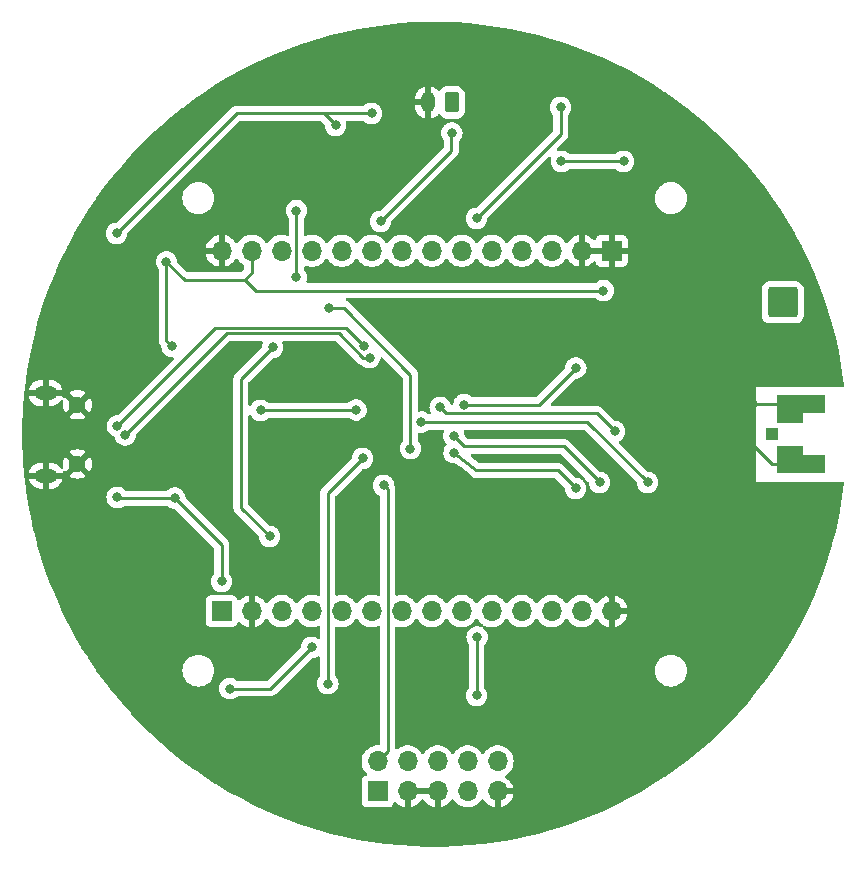
<source format=gbl>
G04 #@! TF.GenerationSoftware,KiCad,Pcbnew,7.0.0*
G04 #@! TF.CreationDate,2023-03-12T15:47:30-04:00*
G04 #@! TF.ProjectId,board,626f6172-642e-46b6-9963-61645f706362,rev?*
G04 #@! TF.SameCoordinates,Original*
G04 #@! TF.FileFunction,Copper,L2,Bot*
G04 #@! TF.FilePolarity,Positive*
%FSLAX46Y46*%
G04 Gerber Fmt 4.6, Leading zero omitted, Abs format (unit mm)*
G04 Created by KiCad (PCBNEW 7.0.0) date 2023-03-12 15:47:30*
%MOMM*%
%LPD*%
G01*
G04 APERTURE LIST*
G04 Aperture macros list*
%AMRoundRect*
0 Rectangle with rounded corners*
0 $1 Rounding radius*
0 $2 $3 $4 $5 $6 $7 $8 $9 X,Y pos of 4 corners*
0 Add a 4 corners polygon primitive as box body*
4,1,4,$2,$3,$4,$5,$6,$7,$8,$9,$2,$3,0*
0 Add four circle primitives for the rounded corners*
1,1,$1+$1,$2,$3*
1,1,$1+$1,$4,$5*
1,1,$1+$1,$6,$7*
1,1,$1+$1,$8,$9*
0 Add four rect primitives between the rounded corners*
20,1,$1+$1,$2,$3,$4,$5,0*
20,1,$1+$1,$4,$5,$6,$7,0*
20,1,$1+$1,$6,$7,$8,$9,0*
20,1,$1+$1,$8,$9,$2,$3,0*%
G04 Aperture macros list end*
G04 #@! TA.AperFunction,ComponentPad*
%ADD10O,1.900000X1.200000*%
G04 #@! TD*
G04 #@! TA.AperFunction,ComponentPad*
%ADD11C,1.450000*%
G04 #@! TD*
G04 #@! TA.AperFunction,SMDPad,CuDef*
%ADD12R,1.050000X1.000000*%
G04 #@! TD*
G04 #@! TA.AperFunction,ComponentPad*
%ADD13C,1.000000*%
G04 #@! TD*
G04 #@! TA.AperFunction,SMDPad,CuDef*
%ADD14R,4.064000X1.524000*%
G04 #@! TD*
G04 #@! TA.AperFunction,SMDPad,CuDef*
%ADD15R,2.200000X1.050000*%
G04 #@! TD*
G04 #@! TA.AperFunction,ComponentPad*
%ADD16R,1.700000X1.700000*%
G04 #@! TD*
G04 #@! TA.AperFunction,ComponentPad*
%ADD17O,1.700000X1.700000*%
G04 #@! TD*
G04 #@! TA.AperFunction,ComponentPad*
%ADD18RoundRect,0.249999X-1.025001X-1.025001X1.025001X-1.025001X1.025001X1.025001X-1.025001X1.025001X0*%
G04 #@! TD*
G04 #@! TA.AperFunction,ComponentPad*
%ADD19RoundRect,0.250000X0.350000X0.625000X-0.350000X0.625000X-0.350000X-0.625000X0.350000X-0.625000X0*%
G04 #@! TD*
G04 #@! TA.AperFunction,ComponentPad*
%ADD20O,1.200000X1.750000*%
G04 #@! TD*
G04 #@! TA.AperFunction,ViaPad*
%ADD21C,0.800000*%
G04 #@! TD*
G04 #@! TA.AperFunction,Conductor*
%ADD22C,0.250000*%
G04 #@! TD*
G04 APERTURE END LIST*
D10*
X117062499Y-96499999D03*
D11*
X119762500Y-97500000D03*
X119762500Y-102500000D03*
D10*
X117062499Y-103499999D03*
D12*
X178564999Y-99999999D03*
D13*
X178550000Y-100000000D03*
D14*
X180999999Y-97459999D03*
D15*
X180069999Y-98524999D03*
X180069999Y-101474999D03*
D14*
X180999999Y-102539999D03*
D16*
X145173999Y-130225999D03*
D17*
X145173999Y-127685999D03*
X147713999Y-130225999D03*
X147713999Y-127685999D03*
X150253999Y-130225999D03*
X150253999Y-127685999D03*
X152793999Y-130225999D03*
X152793999Y-127685999D03*
X155333999Y-130225999D03*
X155333999Y-127685999D03*
D16*
X131965999Y-114960599D03*
D17*
X134505999Y-114960599D03*
X137045999Y-114960599D03*
X139585999Y-114960599D03*
X142125999Y-114960599D03*
X144665999Y-114960599D03*
X147205999Y-114960599D03*
X149745999Y-114960599D03*
X152285999Y-114960599D03*
X154825999Y-114960599D03*
X157365999Y-114960599D03*
X159905999Y-114960599D03*
X162445999Y-114960599D03*
X164985999Y-114960599D03*
D16*
X164985999Y-84459999D03*
D17*
X162445999Y-84459999D03*
X159905999Y-84459999D03*
X157365999Y-84459999D03*
X154825999Y-84459999D03*
X152285999Y-84459999D03*
X149745999Y-84459999D03*
X147205999Y-84459999D03*
X144665999Y-84459999D03*
X142125999Y-84459999D03*
X139585999Y-84459999D03*
X137045999Y-84459999D03*
X134505999Y-84459999D03*
X131965999Y-84459999D03*
D18*
X179464000Y-88824000D03*
D19*
X151450000Y-71900000D03*
D20*
X149449999Y-71899999D03*
D21*
X160668000Y-72314000D03*
X153556000Y-81712000D03*
X176924000Y-97460000D03*
X154318000Y-108382000D03*
X172000000Y-95000000D03*
X170320000Y-87808000D03*
X162425000Y-80225000D03*
X159475000Y-130200000D03*
X158382000Y-107366000D03*
X134506000Y-118542014D03*
X155080000Y-72314000D03*
X131966000Y-97968000D03*
X147725000Y-132825000D03*
X144038914Y-98987953D03*
X157950000Y-126350000D03*
X123125000Y-105325000D03*
X128000000Y-105400000D03*
X127300000Y-85400000D03*
X131966000Y-112445999D03*
X127775000Y-92549996D03*
X164300000Y-87825000D03*
X153600000Y-117150000D03*
X153550000Y-122100000D03*
X136284000Y-92633996D03*
X136030000Y-108636000D03*
X135267992Y-97968000D03*
X143366421Y-97938411D03*
X140950000Y-121100000D03*
X143903976Y-102032000D03*
X145428000Y-81966002D03*
X151450000Y-74475000D03*
X132668988Y-121531012D03*
X139586000Y-118034006D03*
X152500000Y-97475000D03*
X161950000Y-94375000D03*
X151650000Y-101550000D03*
X161938000Y-104572000D03*
X145682000Y-104318006D03*
X123139149Y-99296640D03*
X144000000Y-92500000D03*
X144499984Y-93500000D03*
X123800000Y-100050000D03*
X151637153Y-100140847D03*
X163970000Y-104064000D03*
X150475000Y-97714000D03*
X165240000Y-99746000D03*
X148875000Y-98962883D03*
X168034000Y-104064000D03*
X144666000Y-72822000D03*
X141618000Y-73838000D03*
X123076000Y-82982000D03*
X138300000Y-81050002D03*
X141050000Y-89300000D03*
X138300000Y-86700000D03*
X147950000Y-101200000D03*
X160735998Y-76886000D03*
X166002000Y-76886000D03*
D22*
X153556000Y-81712000D02*
X160668000Y-74600000D01*
X160668000Y-74600000D02*
X160668000Y-72314000D01*
X170320000Y-87808000D02*
X166972000Y-84460000D01*
X180000000Y-102405000D02*
X179070000Y-101475000D01*
X176924000Y-97460000D02*
X176924000Y-100924000D01*
X174460000Y-97460000D02*
X172000000Y-95000000D01*
X158382000Y-107366000D02*
X164986000Y-113970000D01*
X176924000Y-100924000D02*
X178540000Y-102540000D01*
X164986000Y-113970000D02*
X164986000Y-114960600D01*
X180000000Y-102540000D02*
X180000000Y-102405000D01*
X179070000Y-98390000D02*
X180000000Y-97460000D01*
X166972000Y-84460000D02*
X164986000Y-84460000D01*
X178540000Y-102540000D02*
X181000000Y-102540000D01*
X180000000Y-97460000D02*
X176924000Y-97460000D01*
X134506000Y-114960600D02*
X134506000Y-118542014D01*
X179070000Y-98525000D02*
X179070000Y-98390000D01*
X176924000Y-97460000D02*
X174460000Y-97460000D01*
X134885004Y-87825000D02*
X164300000Y-87825000D01*
X133985004Y-86925000D02*
X133985004Y-86814996D01*
X133985004Y-86925000D02*
X128825000Y-86925000D01*
X127300000Y-85400000D02*
X127300000Y-92074996D01*
X153550000Y-117200000D02*
X153600000Y-117150000D01*
X127300000Y-85400000D02*
X128825000Y-86925000D01*
X123200000Y-105400000D02*
X123125000Y-105325000D01*
X131966000Y-109366000D02*
X131966000Y-112445999D01*
X133985004Y-86814996D02*
X134506000Y-86294000D01*
X128000000Y-105400000D02*
X123200000Y-105400000D01*
X128000000Y-105400000D02*
X131966000Y-109366000D01*
X133985004Y-86925000D02*
X134885004Y-87825000D01*
X134506000Y-86294000D02*
X134506000Y-84460000D01*
X127300000Y-92074996D02*
X127775000Y-92549996D01*
X153550000Y-122100000D02*
X153550000Y-117200000D01*
X136030000Y-108636000D02*
X133600000Y-106206000D01*
X133600000Y-95317996D02*
X136284000Y-92633996D01*
X133600000Y-106206000D02*
X133600000Y-95317996D01*
X135297581Y-97938411D02*
X135267992Y-97968000D01*
X143366421Y-97938411D02*
X135297581Y-97938411D01*
X140950000Y-121100000D02*
X140950000Y-104985976D01*
X140950000Y-104985976D02*
X143903976Y-102032000D01*
X145428000Y-81966002D02*
X151425000Y-75969002D01*
X151425000Y-74500000D02*
X151450000Y-74475000D01*
X151425000Y-75969002D02*
X151425000Y-74500000D01*
X139586000Y-118034006D02*
X136088994Y-121531012D01*
X136088994Y-121531012D02*
X132668988Y-121531012D01*
X158850000Y-97475000D02*
X161950000Y-94375000D01*
X152500000Y-97475000D02*
X158850000Y-97475000D01*
X160414000Y-103048000D02*
X161938000Y-104572000D01*
X153519000Y-103048000D02*
X160414000Y-103048000D01*
X153519000Y-103011000D02*
X153519000Y-103048000D01*
X151650000Y-101550000D02*
X153519000Y-103011000D01*
X178550000Y-100000000D02*
X178565000Y-100000000D01*
X146023999Y-104660005D02*
X145682000Y-104318006D01*
X146023999Y-126836001D02*
X146023999Y-104660005D01*
X145174000Y-127686000D02*
X146023999Y-126836001D01*
X144000000Y-92500000D02*
X142500000Y-91000000D01*
X142500000Y-91000000D02*
X131435789Y-91000000D01*
X131435789Y-91000000D02*
X123139149Y-99296640D01*
X132400000Y-91450000D02*
X123800000Y-100050000D01*
X143934299Y-93500000D02*
X141884299Y-91450000D01*
X141884299Y-91450000D02*
X132400000Y-91450000D01*
X144499984Y-93500000D02*
X143934299Y-93500000D01*
X163970000Y-104064000D02*
X160922000Y-101016000D01*
X160922000Y-101016000D02*
X152512306Y-101016000D01*
X152512306Y-101016000D02*
X151637153Y-100140847D01*
X150475000Y-97714000D02*
X150983000Y-98222000D01*
X163716000Y-98222000D02*
X164986000Y-99492000D01*
X165240000Y-99746000D02*
X164986000Y-99492000D01*
X150983000Y-98222000D02*
X163716000Y-98222000D01*
X162932883Y-98962883D02*
X168034000Y-104064000D01*
X148875000Y-98962883D02*
X162932883Y-98962883D01*
X133236000Y-72822000D02*
X123076000Y-82982000D01*
X141618000Y-73838000D02*
X140602000Y-72822000D01*
X140602000Y-72822000D02*
X133236000Y-72822000D01*
X140602000Y-72822000D02*
X144412000Y-72822000D01*
X144412000Y-72822000D02*
X144666000Y-72822000D01*
X138300000Y-86700000D02*
X138300000Y-81050002D01*
X142315685Y-89300000D02*
X141050000Y-89300000D01*
X147950000Y-101200000D02*
X147950000Y-94934315D01*
X147950000Y-94934315D02*
X142315685Y-89300000D01*
X166002000Y-76886000D02*
X160735998Y-76886000D01*
G04 #@! TA.AperFunction,Conductor*
G36*
X150591987Y-65080553D02*
G01*
X151766782Y-65120253D01*
X151770973Y-65120465D01*
X152943811Y-65199824D01*
X152948019Y-65200180D01*
X154117502Y-65319105D01*
X154121698Y-65319605D01*
X155286429Y-65477951D01*
X155290610Y-65478591D01*
X156449360Y-65676190D01*
X156453540Y-65676975D01*
X157604949Y-65913595D01*
X157609097Y-65914521D01*
X158751852Y-66189894D01*
X158755965Y-66190959D01*
X159888792Y-66504775D01*
X159892788Y-66505955D01*
X161014412Y-66857867D01*
X161018428Y-66859203D01*
X162127482Y-67248780D01*
X162131411Y-67250235D01*
X163226711Y-67677061D01*
X163230581Y-67678645D01*
X164310836Y-68142219D01*
X164314715Y-68143962D01*
X165378637Y-68643728D01*
X165382409Y-68645578D01*
X166087845Y-69006518D01*
X166428864Y-69181003D01*
X166432620Y-69183005D01*
X167460403Y-69753471D01*
X167464055Y-69755579D01*
X168472018Y-70360452D01*
X168475577Y-70362671D01*
X169462487Y-71001211D01*
X169466014Y-71003578D01*
X170430814Y-71675098D01*
X170434222Y-71677556D01*
X170803037Y-71953206D01*
X171375795Y-72381283D01*
X171379160Y-72383888D01*
X172296383Y-73118975D01*
X172299659Y-73121692D01*
X173126410Y-73831435D01*
X173191567Y-73887370D01*
X173194744Y-73890192D01*
X173433649Y-74109728D01*
X174060249Y-74685526D01*
X174063334Y-74688458D01*
X174901507Y-75512593D01*
X174904491Y-75515628D01*
X175086022Y-75706598D01*
X175714357Y-76367606D01*
X175717201Y-76370701D01*
X176174913Y-76886000D01*
X176497834Y-77249550D01*
X176500606Y-77252780D01*
X177251098Y-78157478D01*
X177253760Y-78160799D01*
X177973258Y-79090312D01*
X177975806Y-79093721D01*
X178663510Y-80047021D01*
X178665941Y-80050514D01*
X179321055Y-81026494D01*
X179323367Y-81030068D01*
X179945132Y-82027598D01*
X179947322Y-82031247D01*
X180222491Y-82507853D01*
X180496239Y-82982000D01*
X180535045Y-83049213D01*
X180537104Y-83052922D01*
X180621735Y-83211658D01*
X181090139Y-84090209D01*
X181092077Y-84093998D01*
X181609733Y-85149310D01*
X181611543Y-85153163D01*
X182093273Y-86225386D01*
X182094951Y-86229297D01*
X182540181Y-87317145D01*
X182541727Y-87321111D01*
X182949977Y-88423420D01*
X182951387Y-88427435D01*
X183322165Y-89542877D01*
X183323439Y-89546938D01*
X183656329Y-90674248D01*
X183657466Y-90678350D01*
X183952103Y-91816304D01*
X183953100Y-91820442D01*
X184209126Y-92967660D01*
X184209983Y-92971828D01*
X184427126Y-94127083D01*
X184427841Y-94131279D01*
X184605838Y-95293175D01*
X184606411Y-95297393D01*
X184673138Y-95859138D01*
X184661759Y-95928212D01*
X184615268Y-95980552D01*
X184548018Y-96000000D01*
X177250000Y-96000000D01*
X177250000Y-104000000D01*
X184548018Y-104000000D01*
X184615268Y-104019448D01*
X184661759Y-104071788D01*
X184673138Y-104140862D01*
X184606411Y-104702606D01*
X184605838Y-104706824D01*
X184427841Y-105868720D01*
X184427126Y-105872916D01*
X184209983Y-107028171D01*
X184209126Y-107032339D01*
X183953100Y-108179557D01*
X183952103Y-108183695D01*
X183657466Y-109321649D01*
X183656329Y-109325751D01*
X183323439Y-110453061D01*
X183322165Y-110457122D01*
X182951387Y-111572564D01*
X182949977Y-111576579D01*
X182541727Y-112678888D01*
X182540181Y-112682854D01*
X182094951Y-113770702D01*
X182093273Y-113774613D01*
X181611543Y-114846836D01*
X181609733Y-114850689D01*
X181092077Y-115906001D01*
X181090139Y-115909790D01*
X180537111Y-116947065D01*
X180535045Y-116950786D01*
X179947322Y-117968752D01*
X179945132Y-117972401D01*
X179323367Y-118969931D01*
X179321055Y-118973505D01*
X178665941Y-119949485D01*
X178663510Y-119952978D01*
X177975806Y-120906278D01*
X177973258Y-120909687D01*
X177253760Y-121839200D01*
X177251098Y-121842521D01*
X176500606Y-122747219D01*
X176497834Y-122750449D01*
X175717219Y-123629279D01*
X175714339Y-123632413D01*
X174904491Y-124484371D01*
X174901507Y-124487406D01*
X174063334Y-125311541D01*
X174060249Y-125314473D01*
X173194749Y-126109802D01*
X173191567Y-126112629D01*
X172299659Y-126878307D01*
X172296383Y-126881024D01*
X171379160Y-127616111D01*
X171375795Y-127618716D01*
X170434244Y-128322427D01*
X170430792Y-128324917D01*
X169466021Y-128996416D01*
X169462487Y-128998788D01*
X168475604Y-129637311D01*
X168471992Y-129639563D01*
X167464072Y-130244410D01*
X167460386Y-130246538D01*
X166432620Y-130816994D01*
X166428864Y-130818996D01*
X165382433Y-131354409D01*
X165378612Y-131356283D01*
X164314718Y-131856035D01*
X164310836Y-131857780D01*
X163230615Y-132321340D01*
X163226676Y-132322952D01*
X162131442Y-132749752D01*
X162127451Y-132751230D01*
X161018440Y-133140792D01*
X161014401Y-133142135D01*
X159892831Y-133494031D01*
X159888749Y-133495236D01*
X158755972Y-133809038D01*
X158751852Y-133810105D01*
X157609097Y-134085478D01*
X157604943Y-134086405D01*
X156453543Y-134323023D01*
X156449360Y-134323809D01*
X155290622Y-134521406D01*
X155286415Y-134522050D01*
X154121714Y-134680392D01*
X154117487Y-134680895D01*
X152948036Y-134799817D01*
X152943795Y-134800176D01*
X151771003Y-134879532D01*
X151766753Y-134879747D01*
X150700868Y-134915766D01*
X150591986Y-134919446D01*
X150587733Y-134919518D01*
X149412267Y-134919518D01*
X149408013Y-134919446D01*
X149291201Y-134915498D01*
X148233246Y-134879747D01*
X148228996Y-134879532D01*
X147056204Y-134800176D01*
X147051963Y-134799817D01*
X145882512Y-134680895D01*
X145878285Y-134680392D01*
X144713584Y-134522050D01*
X144709377Y-134521406D01*
X143550639Y-134323809D01*
X143546456Y-134323023D01*
X142395056Y-134086405D01*
X142390902Y-134085478D01*
X141248147Y-133810105D01*
X141244027Y-133809038D01*
X140111250Y-133495236D01*
X140107168Y-133494031D01*
X138985598Y-133142135D01*
X138981559Y-133140792D01*
X137872548Y-132751230D01*
X137868557Y-132749752D01*
X136773323Y-132322952D01*
X136769384Y-132321340D01*
X135689163Y-131857780D01*
X135685281Y-131856035D01*
X134621387Y-131356283D01*
X134617566Y-131354409D01*
X133571135Y-130818996D01*
X133567379Y-130816994D01*
X132539613Y-130246538D01*
X132535927Y-130244410D01*
X131767671Y-129783384D01*
X131527997Y-129639556D01*
X131524395Y-129637311D01*
X131439900Y-129582642D01*
X130571502Y-129020780D01*
X130537512Y-128998788D01*
X130533978Y-128996416D01*
X129854186Y-128523268D01*
X129569196Y-128324909D01*
X129565755Y-128322427D01*
X128624204Y-127618716D01*
X128620839Y-127616111D01*
X127703616Y-126881024D01*
X127700340Y-126878307D01*
X126808432Y-126112629D01*
X126805250Y-126109802D01*
X125939750Y-125314473D01*
X125936665Y-125311541D01*
X125098492Y-124487406D01*
X125095508Y-124484371D01*
X124384532Y-123736426D01*
X124285640Y-123632391D01*
X124282800Y-123629301D01*
X123502159Y-122750442D01*
X123499393Y-122747219D01*
X122748901Y-121842521D01*
X122746239Y-121839200D01*
X122507683Y-121531012D01*
X131755484Y-121531012D01*
X131756174Y-121537577D01*
X131767133Y-121641851D01*
X131775446Y-121720940D01*
X131777483Y-121727212D01*
X131777485Y-121727217D01*
X131832418Y-121896283D01*
X131832421Y-121896290D01*
X131834461Y-121902568D01*
X131929948Y-122067956D01*
X132057735Y-122209878D01*
X132212236Y-122322130D01*
X132386700Y-122399806D01*
X132573501Y-122439512D01*
X132757872Y-122439512D01*
X132764475Y-122439512D01*
X132951276Y-122399806D01*
X133125740Y-122322130D01*
X133280241Y-122209878D01*
X133284657Y-122204973D01*
X133289568Y-122200552D01*
X133290263Y-122201324D01*
X133325941Y-122175404D01*
X133377188Y-122164512D01*
X136010227Y-122164512D01*
X136021410Y-122165039D01*
X136028903Y-122166714D01*
X136096979Y-122164574D01*
X136100939Y-122164512D01*
X136124888Y-122164512D01*
X136128850Y-122164512D01*
X136132850Y-122164006D01*
X136144693Y-122163073D01*
X136188883Y-122161685D01*
X136208327Y-122156035D01*
X136227696Y-122152024D01*
X136247791Y-122149486D01*
X136288909Y-122133205D01*
X136300111Y-122129369D01*
X136342587Y-122117030D01*
X136360033Y-122106711D01*
X136377763Y-122098025D01*
X136396611Y-122090564D01*
X136432381Y-122064573D01*
X136442292Y-122058063D01*
X136480356Y-122035554D01*
X136494682Y-122021227D01*
X136509711Y-122008390D01*
X136526101Y-121996484D01*
X136554288Y-121962409D01*
X136562266Y-121953642D01*
X139536498Y-118979411D01*
X139577376Y-118952097D01*
X139625594Y-118942506D01*
X139674884Y-118942506D01*
X139681487Y-118942506D01*
X139868288Y-118902800D01*
X140042752Y-118825124D01*
X140116439Y-118771586D01*
X140180614Y-118747911D01*
X140247703Y-118761256D01*
X140297933Y-118807688D01*
X140316500Y-118873523D01*
X140316500Y-120397476D01*
X140308131Y-120442630D01*
X140284138Y-120481783D01*
X140210960Y-120563056D01*
X140207661Y-120568769D01*
X140207658Y-120568774D01*
X140142092Y-120682338D01*
X140115473Y-120728444D01*
X140113434Y-120734718D01*
X140113430Y-120734728D01*
X140058497Y-120903794D01*
X140058495Y-120903801D01*
X140056458Y-120910072D01*
X140055768Y-120916633D01*
X140055768Y-120916635D01*
X140043370Y-121034599D01*
X140036496Y-121100000D01*
X140056458Y-121289928D01*
X140058495Y-121296200D01*
X140058497Y-121296205D01*
X140113430Y-121465271D01*
X140113433Y-121465278D01*
X140115473Y-121471556D01*
X140210960Y-121636944D01*
X140338747Y-121778866D01*
X140493248Y-121891118D01*
X140667712Y-121968794D01*
X140854513Y-122008500D01*
X141038884Y-122008500D01*
X141045487Y-122008500D01*
X141232288Y-121968794D01*
X141406752Y-121891118D01*
X141561253Y-121778866D01*
X141689040Y-121636944D01*
X141784527Y-121471556D01*
X141843542Y-121289928D01*
X141863504Y-121100000D01*
X141843542Y-120910072D01*
X141818297Y-120832379D01*
X141786569Y-120734728D01*
X141786568Y-120734726D01*
X141784527Y-120728444D01*
X141689040Y-120563056D01*
X141615861Y-120481783D01*
X141591869Y-120442630D01*
X141583500Y-120397476D01*
X141583500Y-116387158D01*
X141597471Y-116329492D01*
X141636284Y-116284613D01*
X141691334Y-116262474D01*
X141750412Y-116267985D01*
X141786430Y-116280350D01*
X141791365Y-116282044D01*
X142013431Y-116319100D01*
X142233358Y-116319100D01*
X142238569Y-116319100D01*
X142460635Y-116282044D01*
X142673574Y-116208942D01*
X142871576Y-116101789D01*
X143049240Y-115963506D01*
X143201722Y-115797868D01*
X143290518Y-115661954D01*
X143336030Y-115620057D01*
X143396000Y-115604871D01*
X143455970Y-115620057D01*
X143501481Y-115661954D01*
X143590278Y-115797868D01*
X143593806Y-115801700D01*
X143739227Y-115959669D01*
X143739231Y-115959673D01*
X143742760Y-115963506D01*
X143920424Y-116101789D01*
X144118426Y-116208942D01*
X144123355Y-116210634D01*
X144123357Y-116210635D01*
X144123500Y-116210684D01*
X144331365Y-116282044D01*
X144553431Y-116319100D01*
X144773358Y-116319100D01*
X144778569Y-116319100D01*
X145000635Y-116282044D01*
X145213574Y-116208942D01*
X145215056Y-116208139D01*
X145274905Y-116198153D01*
X145333415Y-116218240D01*
X145375313Y-116263754D01*
X145390499Y-116323723D01*
X145390499Y-126201500D01*
X145373618Y-126264500D01*
X145327499Y-126310619D01*
X145264499Y-126327500D01*
X145061431Y-126327500D01*
X145056297Y-126328356D01*
X145056293Y-126328357D01*
X144844504Y-126363698D01*
X144844498Y-126363699D01*
X144839365Y-126364556D01*
X144834443Y-126366245D01*
X144834434Y-126366248D01*
X144631357Y-126435964D01*
X144631344Y-126435969D01*
X144626426Y-126437658D01*
X144621847Y-126440135D01*
X144621840Y-126440139D01*
X144433005Y-126542331D01*
X144432997Y-126542336D01*
X144428424Y-126544811D01*
X144424313Y-126548010D01*
X144424311Y-126548012D01*
X144254878Y-126679888D01*
X144254872Y-126679893D01*
X144250760Y-126683094D01*
X144247237Y-126686919D01*
X144247227Y-126686930D01*
X144101806Y-126844899D01*
X144101802Y-126844902D01*
X144098278Y-126848732D01*
X144095430Y-126853090D01*
X144095427Y-126853095D01*
X144009483Y-126984643D01*
X143975140Y-127037209D01*
X143973048Y-127041978D01*
X143973046Y-127041982D01*
X143886799Y-127238606D01*
X143886796Y-127238614D01*
X143884704Y-127243384D01*
X143829436Y-127461632D01*
X143829006Y-127466820D01*
X143829005Y-127466827D01*
X143816419Y-127618716D01*
X143810844Y-127686000D01*
X143829436Y-127910368D01*
X143884704Y-128128616D01*
X143886797Y-128133389D01*
X143886799Y-128133393D01*
X143962147Y-128305170D01*
X143975140Y-128334791D01*
X144098278Y-128523268D01*
X144101806Y-128527100D01*
X144241474Y-128678819D01*
X144270711Y-128732423D01*
X144271314Y-128793478D01*
X144243140Y-128847648D01*
X144192807Y-128882212D01*
X144086240Y-128921960D01*
X144086231Y-128921964D01*
X144077796Y-128925111D01*
X144070588Y-128930506D01*
X144070582Y-128930510D01*
X143967950Y-129007340D01*
X143967946Y-129007343D01*
X143960739Y-129012739D01*
X143955343Y-129019946D01*
X143955340Y-129019950D01*
X143878510Y-129122582D01*
X143878506Y-129122588D01*
X143873111Y-129129796D01*
X143869965Y-129138230D01*
X143869962Y-129138236D01*
X143824763Y-129259419D01*
X143824761Y-129259423D01*
X143822011Y-129266799D01*
X143821169Y-129274625D01*
X143821168Y-129274632D01*
X143815860Y-129324011D01*
X143815500Y-129327362D01*
X143815500Y-131124638D01*
X143815859Y-131127985D01*
X143815860Y-131127988D01*
X143821168Y-131177367D01*
X143821169Y-131177373D01*
X143822011Y-131185201D01*
X143824762Y-131192578D01*
X143824763Y-131192580D01*
X143869962Y-131313763D01*
X143869964Y-131313766D01*
X143873111Y-131322204D01*
X143878508Y-131329414D01*
X143878510Y-131329417D01*
X143904389Y-131363987D01*
X143960739Y-131439261D01*
X143967950Y-131444659D01*
X144003671Y-131471400D01*
X144077796Y-131526889D01*
X144214799Y-131577989D01*
X144275362Y-131584500D01*
X146069269Y-131584500D01*
X146072638Y-131584500D01*
X146133201Y-131577989D01*
X146270204Y-131526889D01*
X146387261Y-131439261D01*
X146474889Y-131322204D01*
X146519195Y-131203414D01*
X146555726Y-131151377D01*
X146613016Y-131123801D01*
X146676478Y-131127711D01*
X146729951Y-131162111D01*
X146787573Y-131224705D01*
X146795211Y-131231737D01*
X146964588Y-131363568D01*
X146973281Y-131369247D01*
X147162042Y-131471400D01*
X147171559Y-131475575D01*
X147374557Y-131545264D01*
X147384627Y-131547814D01*
X147446461Y-131558132D01*
X147457598Y-131557556D01*
X147460000Y-131546664D01*
X147968000Y-131546664D01*
X147970401Y-131557556D01*
X147981538Y-131558132D01*
X148043372Y-131547814D01*
X148053442Y-131545264D01*
X148256440Y-131475575D01*
X148265957Y-131471400D01*
X148454718Y-131369247D01*
X148463411Y-131363568D01*
X148632788Y-131231737D01*
X148640432Y-131224700D01*
X148785789Y-131066799D01*
X148792177Y-131058593D01*
X148878517Y-130926441D01*
X148924031Y-130884543D01*
X148984000Y-130869357D01*
X149043969Y-130884543D01*
X149089483Y-130926441D01*
X149175822Y-131058593D01*
X149182210Y-131066799D01*
X149327567Y-131224700D01*
X149335211Y-131231737D01*
X149504588Y-131363568D01*
X149513281Y-131369247D01*
X149702042Y-131471400D01*
X149711559Y-131475575D01*
X149914557Y-131545264D01*
X149924627Y-131547814D01*
X149986461Y-131558132D01*
X149997598Y-131557556D01*
X150000000Y-131546664D01*
X150000000Y-130496590D01*
X149996493Y-130483506D01*
X149983410Y-130480000D01*
X147984590Y-130480000D01*
X147971506Y-130483506D01*
X147968000Y-130496590D01*
X147968000Y-131546664D01*
X147460000Y-131546664D01*
X147460000Y-130098000D01*
X147476881Y-130035000D01*
X147523000Y-129988881D01*
X147586000Y-129972000D01*
X150382000Y-129972000D01*
X150445000Y-129988881D01*
X150491119Y-130035000D01*
X150508000Y-130098000D01*
X150508000Y-131546664D01*
X150510401Y-131557556D01*
X150521538Y-131558132D01*
X150583372Y-131547814D01*
X150593442Y-131545264D01*
X150796440Y-131475575D01*
X150805957Y-131471400D01*
X150994718Y-131369247D01*
X151003411Y-131363568D01*
X151172788Y-131231737D01*
X151180432Y-131224700D01*
X151325789Y-131066799D01*
X151332181Y-131058587D01*
X151418218Y-130926899D01*
X151463732Y-130885000D01*
X151523701Y-130869814D01*
X151583670Y-130885000D01*
X151629183Y-130926898D01*
X151718278Y-131063268D01*
X151721806Y-131067100D01*
X151867227Y-131225069D01*
X151867231Y-131225073D01*
X151870760Y-131228906D01*
X152048424Y-131367189D01*
X152246426Y-131474342D01*
X152251355Y-131476034D01*
X152251357Y-131476035D01*
X152307871Y-131495436D01*
X152459365Y-131547444D01*
X152681431Y-131584500D01*
X152901358Y-131584500D01*
X152906569Y-131584500D01*
X153128635Y-131547444D01*
X153341574Y-131474342D01*
X153539576Y-131367189D01*
X153717240Y-131228906D01*
X153869722Y-131063268D01*
X153958817Y-130926896D01*
X154004328Y-130885001D01*
X154064297Y-130869814D01*
X154124267Y-130885000D01*
X154169781Y-130926898D01*
X154255822Y-131058592D01*
X154262210Y-131066799D01*
X154407567Y-131224700D01*
X154415211Y-131231737D01*
X154584588Y-131363568D01*
X154593281Y-131369247D01*
X154782042Y-131471400D01*
X154791559Y-131475575D01*
X154994557Y-131545264D01*
X155004627Y-131547814D01*
X155066461Y-131558132D01*
X155077598Y-131557556D01*
X155080000Y-131546664D01*
X155588000Y-131546664D01*
X155590401Y-131557556D01*
X155601538Y-131558132D01*
X155663372Y-131547814D01*
X155673442Y-131545264D01*
X155876440Y-131475575D01*
X155885957Y-131471400D01*
X156074718Y-131369247D01*
X156083411Y-131363568D01*
X156252788Y-131231737D01*
X156260432Y-131224700D01*
X156405789Y-131066799D01*
X156412177Y-131058593D01*
X156529568Y-130878913D01*
X156534511Y-130869778D01*
X156620729Y-130673223D01*
X156624099Y-130663408D01*
X156667013Y-130493943D01*
X156667248Y-130482565D01*
X156656160Y-130480000D01*
X155604590Y-130480000D01*
X155591506Y-130483506D01*
X155588000Y-130496590D01*
X155588000Y-131546664D01*
X155080000Y-131546664D01*
X155080000Y-130098000D01*
X155096881Y-130035000D01*
X155143000Y-129988881D01*
X155206000Y-129972000D01*
X156656160Y-129972000D01*
X156667248Y-129969434D01*
X156667013Y-129958056D01*
X156624099Y-129788591D01*
X156620729Y-129778776D01*
X156534511Y-129582221D01*
X156529568Y-129573086D01*
X156412177Y-129393406D01*
X156405789Y-129385200D01*
X156260432Y-129227299D01*
X156252788Y-129220262D01*
X156083411Y-129088431D01*
X156074713Y-129082749D01*
X156045792Y-129067097D01*
X155997520Y-129020780D01*
X155979762Y-128956281D01*
X155997523Y-128891784D01*
X156045791Y-128845472D01*
X156079576Y-128827189D01*
X156257240Y-128688906D01*
X156409722Y-128523268D01*
X156532860Y-128334791D01*
X156623296Y-128128616D01*
X156678564Y-127910368D01*
X156697156Y-127686000D01*
X156678564Y-127461632D01*
X156623296Y-127243384D01*
X156532860Y-127037209D01*
X156409722Y-126848732D01*
X156348956Y-126782723D01*
X156260772Y-126686930D01*
X156260767Y-126686925D01*
X156257240Y-126683094D01*
X156079576Y-126544811D01*
X156074997Y-126542333D01*
X156074994Y-126542331D01*
X155886159Y-126440139D01*
X155886156Y-126440137D01*
X155881574Y-126437658D01*
X155876650Y-126435967D01*
X155876642Y-126435964D01*
X155673565Y-126366248D01*
X155673559Y-126366246D01*
X155668635Y-126364556D01*
X155663498Y-126363698D01*
X155663495Y-126363698D01*
X155451706Y-126328357D01*
X155451703Y-126328356D01*
X155446569Y-126327500D01*
X155221431Y-126327500D01*
X155216297Y-126328356D01*
X155216293Y-126328357D01*
X155004504Y-126363698D01*
X155004498Y-126363699D01*
X154999365Y-126364556D01*
X154994443Y-126366245D01*
X154994434Y-126366248D01*
X154791357Y-126435964D01*
X154791344Y-126435969D01*
X154786426Y-126437658D01*
X154781847Y-126440135D01*
X154781840Y-126440139D01*
X154593005Y-126542331D01*
X154592997Y-126542336D01*
X154588424Y-126544811D01*
X154584313Y-126548010D01*
X154584311Y-126548012D01*
X154414878Y-126679888D01*
X154414872Y-126679893D01*
X154410760Y-126683094D01*
X154407237Y-126686919D01*
X154407227Y-126686930D01*
X154261806Y-126844899D01*
X154261802Y-126844902D01*
X154258278Y-126848732D01*
X154255430Y-126853090D01*
X154255427Y-126853095D01*
X154169483Y-126984643D01*
X154123969Y-127026542D01*
X154064000Y-127041728D01*
X154004031Y-127026542D01*
X153958517Y-126984643D01*
X153890819Y-126881024D01*
X153869722Y-126848732D01*
X153808956Y-126782723D01*
X153720772Y-126686930D01*
X153720767Y-126686925D01*
X153717240Y-126683094D01*
X153539576Y-126544811D01*
X153534997Y-126542333D01*
X153534994Y-126542331D01*
X153346159Y-126440139D01*
X153346156Y-126440137D01*
X153341574Y-126437658D01*
X153336650Y-126435967D01*
X153336642Y-126435964D01*
X153133565Y-126366248D01*
X153133559Y-126366246D01*
X153128635Y-126364556D01*
X153123498Y-126363698D01*
X153123495Y-126363698D01*
X152911706Y-126328357D01*
X152911703Y-126328356D01*
X152906569Y-126327500D01*
X152681431Y-126327500D01*
X152676297Y-126328356D01*
X152676293Y-126328357D01*
X152464504Y-126363698D01*
X152464498Y-126363699D01*
X152459365Y-126364556D01*
X152454443Y-126366245D01*
X152454434Y-126366248D01*
X152251357Y-126435964D01*
X152251344Y-126435969D01*
X152246426Y-126437658D01*
X152241847Y-126440135D01*
X152241840Y-126440139D01*
X152053005Y-126542331D01*
X152052997Y-126542336D01*
X152048424Y-126544811D01*
X152044313Y-126548010D01*
X152044311Y-126548012D01*
X151874878Y-126679888D01*
X151874872Y-126679893D01*
X151870760Y-126683094D01*
X151867237Y-126686919D01*
X151867227Y-126686930D01*
X151721806Y-126844899D01*
X151721802Y-126844902D01*
X151718278Y-126848732D01*
X151715430Y-126853090D01*
X151715427Y-126853095D01*
X151629483Y-126984643D01*
X151583969Y-127026542D01*
X151524000Y-127041728D01*
X151464031Y-127026542D01*
X151418517Y-126984643D01*
X151350819Y-126881024D01*
X151329722Y-126848732D01*
X151268956Y-126782723D01*
X151180772Y-126686930D01*
X151180767Y-126686925D01*
X151177240Y-126683094D01*
X150999576Y-126544811D01*
X150994997Y-126542333D01*
X150994994Y-126542331D01*
X150806159Y-126440139D01*
X150806156Y-126440137D01*
X150801574Y-126437658D01*
X150796650Y-126435967D01*
X150796642Y-126435964D01*
X150593565Y-126366248D01*
X150593559Y-126366246D01*
X150588635Y-126364556D01*
X150583498Y-126363698D01*
X150583495Y-126363698D01*
X150371706Y-126328357D01*
X150371703Y-126328356D01*
X150366569Y-126327500D01*
X150141431Y-126327500D01*
X150136297Y-126328356D01*
X150136293Y-126328357D01*
X149924504Y-126363698D01*
X149924498Y-126363699D01*
X149919365Y-126364556D01*
X149914443Y-126366245D01*
X149914434Y-126366248D01*
X149711357Y-126435964D01*
X149711344Y-126435969D01*
X149706426Y-126437658D01*
X149701847Y-126440135D01*
X149701840Y-126440139D01*
X149513005Y-126542331D01*
X149512997Y-126542336D01*
X149508424Y-126544811D01*
X149504313Y-126548010D01*
X149504311Y-126548012D01*
X149334878Y-126679888D01*
X149334872Y-126679893D01*
X149330760Y-126683094D01*
X149327237Y-126686919D01*
X149327227Y-126686930D01*
X149181806Y-126844899D01*
X149181802Y-126844902D01*
X149178278Y-126848732D01*
X149175430Y-126853090D01*
X149175427Y-126853095D01*
X149089483Y-126984643D01*
X149043969Y-127026542D01*
X148984000Y-127041728D01*
X148924031Y-127026542D01*
X148878517Y-126984643D01*
X148810819Y-126881024D01*
X148789722Y-126848732D01*
X148728956Y-126782723D01*
X148640772Y-126686930D01*
X148640767Y-126686925D01*
X148637240Y-126683094D01*
X148459576Y-126544811D01*
X148454997Y-126542333D01*
X148454994Y-126542331D01*
X148266159Y-126440139D01*
X148266156Y-126440137D01*
X148261574Y-126437658D01*
X148256650Y-126435967D01*
X148256642Y-126435964D01*
X148053565Y-126366248D01*
X148053559Y-126366246D01*
X148048635Y-126364556D01*
X148043498Y-126363698D01*
X148043495Y-126363698D01*
X147831706Y-126328357D01*
X147831703Y-126328356D01*
X147826569Y-126327500D01*
X147601431Y-126327500D01*
X147596297Y-126328356D01*
X147596293Y-126328357D01*
X147384504Y-126363698D01*
X147384498Y-126363699D01*
X147379365Y-126364556D01*
X147374443Y-126366245D01*
X147374434Y-126366248D01*
X147171357Y-126435964D01*
X147171344Y-126435969D01*
X147166426Y-126437658D01*
X147161847Y-126440135D01*
X147161840Y-126440139D01*
X146973005Y-126542331D01*
X146972997Y-126542336D01*
X146968424Y-126544811D01*
X146964313Y-126548010D01*
X146964311Y-126548012D01*
X146860890Y-126628509D01*
X146796497Y-126654406D01*
X146728161Y-126642275D01*
X146676614Y-126595799D01*
X146657499Y-126529078D01*
X146657499Y-116385098D01*
X146671470Y-116327432D01*
X146710283Y-116282553D01*
X146765332Y-116260414D01*
X146824410Y-116265925D01*
X146866429Y-116280350D01*
X146866434Y-116280351D01*
X146871365Y-116282044D01*
X147093431Y-116319100D01*
X147313358Y-116319100D01*
X147318569Y-116319100D01*
X147540635Y-116282044D01*
X147753574Y-116208942D01*
X147951576Y-116101789D01*
X148129240Y-115963506D01*
X148281722Y-115797868D01*
X148370518Y-115661954D01*
X148416030Y-115620057D01*
X148476000Y-115604871D01*
X148535970Y-115620057D01*
X148581481Y-115661954D01*
X148670278Y-115797868D01*
X148673806Y-115801700D01*
X148819227Y-115959669D01*
X148819231Y-115959673D01*
X148822760Y-115963506D01*
X149000424Y-116101789D01*
X149198426Y-116208942D01*
X149203355Y-116210634D01*
X149203357Y-116210635D01*
X149203500Y-116210684D01*
X149411365Y-116282044D01*
X149633431Y-116319100D01*
X149853358Y-116319100D01*
X149858569Y-116319100D01*
X150080635Y-116282044D01*
X150293574Y-116208942D01*
X150491576Y-116101789D01*
X150669240Y-115963506D01*
X150821722Y-115797868D01*
X150910518Y-115661954D01*
X150956030Y-115620057D01*
X151016000Y-115604871D01*
X151075970Y-115620057D01*
X151121481Y-115661954D01*
X151210278Y-115797868D01*
X151213806Y-115801700D01*
X151359227Y-115959669D01*
X151359231Y-115959673D01*
X151362760Y-115963506D01*
X151540424Y-116101789D01*
X151738426Y-116208942D01*
X151743355Y-116210634D01*
X151743357Y-116210635D01*
X151743500Y-116210684D01*
X151951365Y-116282044D01*
X152173431Y-116319100D01*
X152393358Y-116319100D01*
X152398569Y-116319100D01*
X152620635Y-116282044D01*
X152833574Y-116208942D01*
X153031576Y-116101789D01*
X153209240Y-115963506D01*
X153361722Y-115797868D01*
X153450518Y-115661954D01*
X153496030Y-115620057D01*
X153556000Y-115604871D01*
X153615970Y-115620057D01*
X153661481Y-115661954D01*
X153750278Y-115797868D01*
X153753806Y-115801700D01*
X153899227Y-115959669D01*
X153899231Y-115959673D01*
X153902760Y-115963506D01*
X154011783Y-116048363D01*
X154067877Y-116092023D01*
X154105213Y-116139361D01*
X154116282Y-116198626D01*
X154098549Y-116256250D01*
X154056074Y-116299037D01*
X153998583Y-116317194D01*
X153939238Y-116306561D01*
X153888322Y-116283892D01*
X153888317Y-116283890D01*
X153882288Y-116281206D01*
X153875835Y-116279834D01*
X153875831Y-116279833D01*
X153701943Y-116242872D01*
X153701940Y-116242871D01*
X153695487Y-116241500D01*
X153504513Y-116241500D01*
X153498060Y-116242871D01*
X153498056Y-116242872D01*
X153324168Y-116279833D01*
X153324161Y-116279835D01*
X153317712Y-116281206D01*
X153311682Y-116283890D01*
X153311681Y-116283891D01*
X153149278Y-116356197D01*
X153149275Y-116356198D01*
X153143248Y-116358882D01*
X153137907Y-116362762D01*
X153137906Y-116362763D01*
X152994091Y-116467250D01*
X152994083Y-116467256D01*
X152988747Y-116471134D01*
X152984330Y-116476039D01*
X152984325Y-116476044D01*
X152865379Y-116608148D01*
X152860960Y-116613056D01*
X152857661Y-116618769D01*
X152857658Y-116618774D01*
X152768777Y-116772721D01*
X152765473Y-116778444D01*
X152763434Y-116784718D01*
X152763430Y-116784728D01*
X152708497Y-116953794D01*
X152708495Y-116953801D01*
X152706458Y-116960072D01*
X152686496Y-117150000D01*
X152687186Y-117156565D01*
X152702971Y-117306756D01*
X152706458Y-117339928D01*
X152708495Y-117346200D01*
X152708497Y-117346205D01*
X152763430Y-117515271D01*
X152763433Y-117515278D01*
X152765473Y-117521556D01*
X152860960Y-117686944D01*
X152865374Y-117691847D01*
X152865382Y-117691857D01*
X152884135Y-117712683D01*
X152908131Y-117751839D01*
X152916500Y-117796994D01*
X152916500Y-121397476D01*
X152908131Y-121442630D01*
X152884138Y-121481783D01*
X152810960Y-121563056D01*
X152807661Y-121568769D01*
X152807658Y-121568774D01*
X152723595Y-121714376D01*
X152715473Y-121728444D01*
X152713434Y-121734718D01*
X152713430Y-121734728D01*
X152658497Y-121903794D01*
X152658495Y-121903801D01*
X152656458Y-121910072D01*
X152655768Y-121916633D01*
X152655768Y-121916635D01*
X152643269Y-122035554D01*
X152636496Y-122100000D01*
X152637186Y-122106565D01*
X152648044Y-122209878D01*
X152656458Y-122289928D01*
X152658495Y-122296200D01*
X152658497Y-122296205D01*
X152713430Y-122465271D01*
X152713433Y-122465278D01*
X152715473Y-122471556D01*
X152810960Y-122636944D01*
X152938747Y-122778866D01*
X153093248Y-122891118D01*
X153267712Y-122968794D01*
X153454513Y-123008500D01*
X153638884Y-123008500D01*
X153645487Y-123008500D01*
X153832288Y-122968794D01*
X154006752Y-122891118D01*
X154161253Y-122778866D01*
X154289040Y-122636944D01*
X154384527Y-122471556D01*
X154443542Y-122289928D01*
X154463504Y-122100000D01*
X154443542Y-121910072D01*
X154384527Y-121728444D01*
X154289040Y-121563056D01*
X154215861Y-121481783D01*
X154191869Y-121442630D01*
X154183500Y-121397476D01*
X154183500Y-120000000D01*
X168644341Y-120000000D01*
X168664937Y-120235408D01*
X168726097Y-120463663D01*
X168825965Y-120677829D01*
X168829117Y-120682330D01*
X168829119Y-120682334D01*
X168958345Y-120866889D01*
X168958349Y-120866893D01*
X168961505Y-120871401D01*
X169128599Y-121038495D01*
X169133107Y-121041651D01*
X169133110Y-121041654D01*
X169301350Y-121159456D01*
X169322171Y-121174035D01*
X169536337Y-121273903D01*
X169764592Y-121335063D01*
X169941034Y-121350500D01*
X170056226Y-121350500D01*
X170058966Y-121350500D01*
X170235408Y-121335063D01*
X170463663Y-121273903D01*
X170677829Y-121174035D01*
X170871401Y-121038495D01*
X171038495Y-120871401D01*
X171174035Y-120677830D01*
X171273903Y-120463663D01*
X171335063Y-120235408D01*
X171355659Y-120000000D01*
X171335063Y-119764592D01*
X171273903Y-119536337D01*
X171174035Y-119322171D01*
X171038495Y-119128599D01*
X170871401Y-118961505D01*
X170866893Y-118958349D01*
X170866889Y-118958345D01*
X170682334Y-118829119D01*
X170682330Y-118829117D01*
X170677829Y-118825965D01*
X170463663Y-118726097D01*
X170458355Y-118724674D01*
X170458353Y-118724674D01*
X170240723Y-118666361D01*
X170240721Y-118666360D01*
X170235408Y-118664937D01*
X170229932Y-118664457D01*
X170229927Y-118664457D01*
X170061689Y-118649738D01*
X170061683Y-118649737D01*
X170058966Y-118649500D01*
X169941034Y-118649500D01*
X169938317Y-118649737D01*
X169938310Y-118649738D01*
X169770072Y-118664457D01*
X169770065Y-118664458D01*
X169764592Y-118664937D01*
X169759280Y-118666360D01*
X169759276Y-118666361D01*
X169541646Y-118724674D01*
X169541641Y-118724675D01*
X169536337Y-118726097D01*
X169531360Y-118728417D01*
X169531354Y-118728420D01*
X169327152Y-118823642D01*
X169327149Y-118823643D01*
X169322171Y-118825965D01*
X169317674Y-118829113D01*
X169317665Y-118829119D01*
X169133110Y-118958345D01*
X169133100Y-118958353D01*
X169128599Y-118961505D01*
X169124709Y-118965394D01*
X169124703Y-118965400D01*
X168965402Y-119124701D01*
X168965396Y-119124707D01*
X168961505Y-119128599D01*
X168958348Y-119133107D01*
X168958346Y-119133110D01*
X168829121Y-119317661D01*
X168829119Y-119317665D01*
X168825965Y-119322170D01*
X168823641Y-119327152D01*
X168823639Y-119327157D01*
X168728420Y-119531354D01*
X168728417Y-119531360D01*
X168726097Y-119536337D01*
X168664937Y-119764592D01*
X168664458Y-119770065D01*
X168664457Y-119770072D01*
X168648455Y-119952978D01*
X168644341Y-120000000D01*
X154183500Y-120000000D01*
X154183500Y-117908055D01*
X154191869Y-117862901D01*
X154215864Y-117823745D01*
X154218298Y-117821041D01*
X154339040Y-117686944D01*
X154434527Y-117521556D01*
X154493542Y-117339928D01*
X154513504Y-117150000D01*
X154493542Y-116960072D01*
X154434527Y-116778444D01*
X154339040Y-116613056D01*
X154211253Y-116471134D01*
X154205906Y-116467249D01*
X154139716Y-116419158D01*
X154099827Y-116370993D01*
X154088010Y-116309582D01*
X154107175Y-116250053D01*
X154152601Y-116207071D01*
X154213099Y-116191225D01*
X154268724Y-116205156D01*
X154269070Y-116204368D01*
X154273717Y-116206406D01*
X154273761Y-116206417D01*
X154278426Y-116208942D01*
X154283355Y-116210634D01*
X154283357Y-116210635D01*
X154283500Y-116210684D01*
X154491365Y-116282044D01*
X154713431Y-116319100D01*
X154933358Y-116319100D01*
X154938569Y-116319100D01*
X155160635Y-116282044D01*
X155373574Y-116208942D01*
X155571576Y-116101789D01*
X155749240Y-115963506D01*
X155901722Y-115797868D01*
X155990518Y-115661954D01*
X156036030Y-115620057D01*
X156096000Y-115604871D01*
X156155970Y-115620057D01*
X156201481Y-115661954D01*
X156290278Y-115797868D01*
X156293806Y-115801700D01*
X156439227Y-115959669D01*
X156439231Y-115959673D01*
X156442760Y-115963506D01*
X156620424Y-116101789D01*
X156818426Y-116208942D01*
X156823355Y-116210634D01*
X156823357Y-116210635D01*
X156823500Y-116210684D01*
X157031365Y-116282044D01*
X157253431Y-116319100D01*
X157473358Y-116319100D01*
X157478569Y-116319100D01*
X157700635Y-116282044D01*
X157913574Y-116208942D01*
X158111576Y-116101789D01*
X158289240Y-115963506D01*
X158441722Y-115797868D01*
X158530518Y-115661954D01*
X158576030Y-115620057D01*
X158636000Y-115604871D01*
X158695970Y-115620057D01*
X158741481Y-115661954D01*
X158830278Y-115797868D01*
X158833806Y-115801700D01*
X158979227Y-115959669D01*
X158979231Y-115959673D01*
X158982760Y-115963506D01*
X159160424Y-116101789D01*
X159358426Y-116208942D01*
X159363355Y-116210634D01*
X159363357Y-116210635D01*
X159363500Y-116210684D01*
X159571365Y-116282044D01*
X159793431Y-116319100D01*
X160013358Y-116319100D01*
X160018569Y-116319100D01*
X160240635Y-116282044D01*
X160453574Y-116208942D01*
X160651576Y-116101789D01*
X160829240Y-115963506D01*
X160981722Y-115797868D01*
X161070518Y-115661954D01*
X161116030Y-115620057D01*
X161176000Y-115604871D01*
X161235970Y-115620057D01*
X161281481Y-115661954D01*
X161370278Y-115797868D01*
X161373806Y-115801700D01*
X161519227Y-115959669D01*
X161519231Y-115959673D01*
X161522760Y-115963506D01*
X161700424Y-116101789D01*
X161898426Y-116208942D01*
X161903355Y-116210634D01*
X161903357Y-116210635D01*
X161903500Y-116210684D01*
X162111365Y-116282044D01*
X162333431Y-116319100D01*
X162553358Y-116319100D01*
X162558569Y-116319100D01*
X162780635Y-116282044D01*
X162993574Y-116208942D01*
X163191576Y-116101789D01*
X163369240Y-115963506D01*
X163521722Y-115797868D01*
X163610817Y-115661496D01*
X163656328Y-115619601D01*
X163716297Y-115604414D01*
X163776267Y-115619600D01*
X163821781Y-115661498D01*
X163907822Y-115793192D01*
X163914210Y-115801399D01*
X164059567Y-115959300D01*
X164067211Y-115966337D01*
X164236588Y-116098168D01*
X164245281Y-116103847D01*
X164434042Y-116206000D01*
X164443559Y-116210175D01*
X164646557Y-116279864D01*
X164656627Y-116282414D01*
X164718461Y-116292732D01*
X164729598Y-116292156D01*
X164732000Y-116281264D01*
X165240000Y-116281264D01*
X165242401Y-116292156D01*
X165253538Y-116292732D01*
X165315372Y-116282414D01*
X165325442Y-116279864D01*
X165528440Y-116210175D01*
X165537957Y-116206000D01*
X165726718Y-116103847D01*
X165735411Y-116098168D01*
X165904788Y-115966337D01*
X165912432Y-115959300D01*
X166057789Y-115801399D01*
X166064177Y-115793193D01*
X166181568Y-115613513D01*
X166186511Y-115604378D01*
X166272729Y-115407823D01*
X166276099Y-115398008D01*
X166319013Y-115228543D01*
X166319248Y-115217165D01*
X166308160Y-115214600D01*
X165256590Y-115214600D01*
X165243506Y-115218106D01*
X165240000Y-115231190D01*
X165240000Y-116281264D01*
X164732000Y-116281264D01*
X164732000Y-114690010D01*
X165240000Y-114690010D01*
X165243506Y-114703093D01*
X165256590Y-114706600D01*
X166308160Y-114706600D01*
X166319248Y-114704034D01*
X166319013Y-114692656D01*
X166276099Y-114523191D01*
X166272729Y-114513376D01*
X166186511Y-114316821D01*
X166181568Y-114307686D01*
X166064177Y-114128006D01*
X166057789Y-114119800D01*
X165912432Y-113961899D01*
X165904788Y-113954862D01*
X165735411Y-113823031D01*
X165726718Y-113817352D01*
X165537957Y-113715199D01*
X165528440Y-113711024D01*
X165325442Y-113641335D01*
X165315372Y-113638785D01*
X165253538Y-113628467D01*
X165242401Y-113629043D01*
X165240000Y-113639936D01*
X165240000Y-114690010D01*
X164732000Y-114690010D01*
X164732000Y-113639936D01*
X164729598Y-113629043D01*
X164718461Y-113628467D01*
X164656627Y-113638785D01*
X164646557Y-113641335D01*
X164443559Y-113711024D01*
X164434042Y-113715199D01*
X164245281Y-113817352D01*
X164236588Y-113823031D01*
X164067211Y-113954862D01*
X164059567Y-113961899D01*
X163914210Y-114119800D01*
X163907816Y-114128015D01*
X163821780Y-114259701D01*
X163776267Y-114301599D01*
X163716297Y-114316785D01*
X163656328Y-114301598D01*
X163610816Y-114259701D01*
X163521722Y-114123332D01*
X163392704Y-113983182D01*
X163372772Y-113961530D01*
X163372767Y-113961525D01*
X163369240Y-113957694D01*
X163191576Y-113819411D01*
X163186997Y-113816933D01*
X163186994Y-113816931D01*
X162998159Y-113714739D01*
X162998156Y-113714737D01*
X162993574Y-113712258D01*
X162988650Y-113710567D01*
X162988642Y-113710564D01*
X162785565Y-113640848D01*
X162785559Y-113640846D01*
X162780635Y-113639156D01*
X162775498Y-113638298D01*
X162775495Y-113638298D01*
X162563706Y-113602957D01*
X162563703Y-113602956D01*
X162558569Y-113602100D01*
X162333431Y-113602100D01*
X162328297Y-113602956D01*
X162328293Y-113602957D01*
X162116504Y-113638298D01*
X162116498Y-113638299D01*
X162111365Y-113639156D01*
X162106443Y-113640845D01*
X162106434Y-113640848D01*
X161903357Y-113710564D01*
X161903344Y-113710569D01*
X161898426Y-113712258D01*
X161893847Y-113714735D01*
X161893840Y-113714739D01*
X161705005Y-113816931D01*
X161704997Y-113816936D01*
X161700424Y-113819411D01*
X161696313Y-113822610D01*
X161696311Y-113822612D01*
X161526878Y-113954488D01*
X161526872Y-113954493D01*
X161522760Y-113957694D01*
X161519237Y-113961519D01*
X161519227Y-113961530D01*
X161373806Y-114119499D01*
X161373802Y-114119502D01*
X161370278Y-114123332D01*
X161367430Y-114127690D01*
X161367427Y-114127695D01*
X161281483Y-114259243D01*
X161235969Y-114301142D01*
X161176000Y-114316328D01*
X161116031Y-114301142D01*
X161070517Y-114259243D01*
X161064827Y-114250534D01*
X160981722Y-114123332D01*
X160852704Y-113983182D01*
X160832772Y-113961530D01*
X160832767Y-113961525D01*
X160829240Y-113957694D01*
X160651576Y-113819411D01*
X160646997Y-113816933D01*
X160646994Y-113816931D01*
X160458159Y-113714739D01*
X160458156Y-113714737D01*
X160453574Y-113712258D01*
X160448650Y-113710567D01*
X160448642Y-113710564D01*
X160245565Y-113640848D01*
X160245559Y-113640846D01*
X160240635Y-113639156D01*
X160235498Y-113638298D01*
X160235495Y-113638298D01*
X160023706Y-113602957D01*
X160023703Y-113602956D01*
X160018569Y-113602100D01*
X159793431Y-113602100D01*
X159788297Y-113602956D01*
X159788293Y-113602957D01*
X159576504Y-113638298D01*
X159576498Y-113638299D01*
X159571365Y-113639156D01*
X159566443Y-113640845D01*
X159566434Y-113640848D01*
X159363357Y-113710564D01*
X159363344Y-113710569D01*
X159358426Y-113712258D01*
X159353847Y-113714735D01*
X159353840Y-113714739D01*
X159165005Y-113816931D01*
X159164997Y-113816936D01*
X159160424Y-113819411D01*
X159156313Y-113822610D01*
X159156311Y-113822612D01*
X158986878Y-113954488D01*
X158986872Y-113954493D01*
X158982760Y-113957694D01*
X158979237Y-113961519D01*
X158979227Y-113961530D01*
X158833806Y-114119499D01*
X158833802Y-114119502D01*
X158830278Y-114123332D01*
X158827430Y-114127690D01*
X158827427Y-114127695D01*
X158741483Y-114259243D01*
X158695969Y-114301142D01*
X158636000Y-114316328D01*
X158576031Y-114301142D01*
X158530517Y-114259243D01*
X158524827Y-114250534D01*
X158441722Y-114123332D01*
X158312704Y-113983182D01*
X158292772Y-113961530D01*
X158292767Y-113961525D01*
X158289240Y-113957694D01*
X158111576Y-113819411D01*
X158106997Y-113816933D01*
X158106994Y-113816931D01*
X157918159Y-113714739D01*
X157918156Y-113714737D01*
X157913574Y-113712258D01*
X157908650Y-113710567D01*
X157908642Y-113710564D01*
X157705565Y-113640848D01*
X157705559Y-113640846D01*
X157700635Y-113639156D01*
X157695498Y-113638298D01*
X157695495Y-113638298D01*
X157483706Y-113602957D01*
X157483703Y-113602956D01*
X157478569Y-113602100D01*
X157253431Y-113602100D01*
X157248297Y-113602956D01*
X157248293Y-113602957D01*
X157036504Y-113638298D01*
X157036498Y-113638299D01*
X157031365Y-113639156D01*
X157026443Y-113640845D01*
X157026434Y-113640848D01*
X156823357Y-113710564D01*
X156823344Y-113710569D01*
X156818426Y-113712258D01*
X156813847Y-113714735D01*
X156813840Y-113714739D01*
X156625005Y-113816931D01*
X156624997Y-113816936D01*
X156620424Y-113819411D01*
X156616313Y-113822610D01*
X156616311Y-113822612D01*
X156446878Y-113954488D01*
X156446872Y-113954493D01*
X156442760Y-113957694D01*
X156439237Y-113961519D01*
X156439227Y-113961530D01*
X156293806Y-114119499D01*
X156293802Y-114119502D01*
X156290278Y-114123332D01*
X156287430Y-114127690D01*
X156287427Y-114127695D01*
X156201483Y-114259243D01*
X156155969Y-114301142D01*
X156096000Y-114316328D01*
X156036031Y-114301142D01*
X155990517Y-114259243D01*
X155984827Y-114250534D01*
X155901722Y-114123332D01*
X155772704Y-113983182D01*
X155752772Y-113961530D01*
X155752767Y-113961525D01*
X155749240Y-113957694D01*
X155571576Y-113819411D01*
X155566997Y-113816933D01*
X155566994Y-113816931D01*
X155378159Y-113714739D01*
X155378156Y-113714737D01*
X155373574Y-113712258D01*
X155368650Y-113710567D01*
X155368642Y-113710564D01*
X155165565Y-113640848D01*
X155165559Y-113640846D01*
X155160635Y-113639156D01*
X155155498Y-113638298D01*
X155155495Y-113638298D01*
X154943706Y-113602957D01*
X154943703Y-113602956D01*
X154938569Y-113602100D01*
X154713431Y-113602100D01*
X154708297Y-113602956D01*
X154708293Y-113602957D01*
X154496504Y-113638298D01*
X154496498Y-113638299D01*
X154491365Y-113639156D01*
X154486443Y-113640845D01*
X154486434Y-113640848D01*
X154283357Y-113710564D01*
X154283344Y-113710569D01*
X154278426Y-113712258D01*
X154273847Y-113714735D01*
X154273840Y-113714739D01*
X154085005Y-113816931D01*
X154084997Y-113816936D01*
X154080424Y-113819411D01*
X154076313Y-113822610D01*
X154076311Y-113822612D01*
X153906878Y-113954488D01*
X153906872Y-113954493D01*
X153902760Y-113957694D01*
X153899237Y-113961519D01*
X153899227Y-113961530D01*
X153753806Y-114119499D01*
X153753802Y-114119502D01*
X153750278Y-114123332D01*
X153747430Y-114127690D01*
X153747427Y-114127695D01*
X153661483Y-114259243D01*
X153615969Y-114301142D01*
X153556000Y-114316328D01*
X153496031Y-114301142D01*
X153450517Y-114259243D01*
X153444827Y-114250534D01*
X153361722Y-114123332D01*
X153232704Y-113983182D01*
X153212772Y-113961530D01*
X153212767Y-113961525D01*
X153209240Y-113957694D01*
X153031576Y-113819411D01*
X153026997Y-113816933D01*
X153026994Y-113816931D01*
X152838159Y-113714739D01*
X152838156Y-113714737D01*
X152833574Y-113712258D01*
X152828650Y-113710567D01*
X152828642Y-113710564D01*
X152625565Y-113640848D01*
X152625559Y-113640846D01*
X152620635Y-113639156D01*
X152615498Y-113638298D01*
X152615495Y-113638298D01*
X152403706Y-113602957D01*
X152403703Y-113602956D01*
X152398569Y-113602100D01*
X152173431Y-113602100D01*
X152168297Y-113602956D01*
X152168293Y-113602957D01*
X151956504Y-113638298D01*
X151956498Y-113638299D01*
X151951365Y-113639156D01*
X151946443Y-113640845D01*
X151946434Y-113640848D01*
X151743357Y-113710564D01*
X151743344Y-113710569D01*
X151738426Y-113712258D01*
X151733847Y-113714735D01*
X151733840Y-113714739D01*
X151545005Y-113816931D01*
X151544997Y-113816936D01*
X151540424Y-113819411D01*
X151536313Y-113822610D01*
X151536311Y-113822612D01*
X151366878Y-113954488D01*
X151366872Y-113954493D01*
X151362760Y-113957694D01*
X151359237Y-113961519D01*
X151359227Y-113961530D01*
X151213806Y-114119499D01*
X151213802Y-114119502D01*
X151210278Y-114123332D01*
X151207430Y-114127690D01*
X151207427Y-114127695D01*
X151121483Y-114259243D01*
X151075969Y-114301142D01*
X151016000Y-114316328D01*
X150956031Y-114301142D01*
X150910517Y-114259243D01*
X150904827Y-114250534D01*
X150821722Y-114123332D01*
X150692704Y-113983182D01*
X150672772Y-113961530D01*
X150672767Y-113961525D01*
X150669240Y-113957694D01*
X150491576Y-113819411D01*
X150486997Y-113816933D01*
X150486994Y-113816931D01*
X150298159Y-113714739D01*
X150298156Y-113714737D01*
X150293574Y-113712258D01*
X150288650Y-113710567D01*
X150288642Y-113710564D01*
X150085565Y-113640848D01*
X150085559Y-113640846D01*
X150080635Y-113639156D01*
X150075498Y-113638298D01*
X150075495Y-113638298D01*
X149863706Y-113602957D01*
X149863703Y-113602956D01*
X149858569Y-113602100D01*
X149633431Y-113602100D01*
X149628297Y-113602956D01*
X149628293Y-113602957D01*
X149416504Y-113638298D01*
X149416498Y-113638299D01*
X149411365Y-113639156D01*
X149406443Y-113640845D01*
X149406434Y-113640848D01*
X149203357Y-113710564D01*
X149203344Y-113710569D01*
X149198426Y-113712258D01*
X149193847Y-113714735D01*
X149193840Y-113714739D01*
X149005005Y-113816931D01*
X149004997Y-113816936D01*
X149000424Y-113819411D01*
X148996313Y-113822610D01*
X148996311Y-113822612D01*
X148826878Y-113954488D01*
X148826872Y-113954493D01*
X148822760Y-113957694D01*
X148819237Y-113961519D01*
X148819227Y-113961530D01*
X148673806Y-114119499D01*
X148673802Y-114119502D01*
X148670278Y-114123332D01*
X148667430Y-114127690D01*
X148667427Y-114127695D01*
X148581483Y-114259243D01*
X148535969Y-114301142D01*
X148476000Y-114316328D01*
X148416031Y-114301142D01*
X148370517Y-114259243D01*
X148364827Y-114250534D01*
X148281722Y-114123332D01*
X148152704Y-113983182D01*
X148132772Y-113961530D01*
X148132767Y-113961525D01*
X148129240Y-113957694D01*
X147951576Y-113819411D01*
X147946997Y-113816933D01*
X147946994Y-113816931D01*
X147758159Y-113714739D01*
X147758156Y-113714737D01*
X147753574Y-113712258D01*
X147748650Y-113710567D01*
X147748642Y-113710564D01*
X147545565Y-113640848D01*
X147545559Y-113640846D01*
X147540635Y-113639156D01*
X147535498Y-113638298D01*
X147535495Y-113638298D01*
X147323706Y-113602957D01*
X147323703Y-113602956D01*
X147318569Y-113602100D01*
X147093431Y-113602100D01*
X147088297Y-113602956D01*
X147088293Y-113602957D01*
X146876504Y-113638298D01*
X146876498Y-113638299D01*
X146871365Y-113639156D01*
X146866445Y-113640844D01*
X146866429Y-113640849D01*
X146824410Y-113655275D01*
X146765332Y-113660786D01*
X146710283Y-113638647D01*
X146671470Y-113593768D01*
X146657499Y-113536102D01*
X146657499Y-104738773D01*
X146658026Y-104727589D01*
X146659701Y-104720097D01*
X146657560Y-104652006D01*
X146657499Y-104648049D01*
X146657499Y-104624114D01*
X146657499Y-104620149D01*
X146656994Y-104616157D01*
X146656061Y-104604310D01*
X146654673Y-104560116D01*
X146649016Y-104540647D01*
X146645012Y-104521307D01*
X146642473Y-104501208D01*
X146638159Y-104490313D01*
X146626201Y-104460110D01*
X146622355Y-104448877D01*
X146620147Y-104441278D01*
X146610018Y-104406412D01*
X146605981Y-104399586D01*
X146603781Y-104394502D01*
X146594108Y-104331280D01*
X146595504Y-104318006D01*
X146575542Y-104128078D01*
X146523391Y-103967575D01*
X146518569Y-103952734D01*
X146518568Y-103952732D01*
X146516527Y-103946450D01*
X146421040Y-103781062D01*
X146293253Y-103639140D01*
X146287911Y-103635259D01*
X146287908Y-103635256D01*
X146196100Y-103568554D01*
X146138752Y-103526888D01*
X145964288Y-103449212D01*
X145957835Y-103447840D01*
X145957831Y-103447839D01*
X145783943Y-103410878D01*
X145783940Y-103410877D01*
X145777487Y-103409506D01*
X145586513Y-103409506D01*
X145580060Y-103410877D01*
X145580056Y-103410878D01*
X145406168Y-103447839D01*
X145406161Y-103447841D01*
X145399712Y-103449212D01*
X145393682Y-103451896D01*
X145393681Y-103451897D01*
X145231278Y-103524203D01*
X145231275Y-103524204D01*
X145225248Y-103526888D01*
X145219907Y-103530768D01*
X145219906Y-103530769D01*
X145076091Y-103635256D01*
X145076083Y-103635262D01*
X145070747Y-103639140D01*
X145066330Y-103644045D01*
X145066325Y-103644050D01*
X144952389Y-103770590D01*
X144942960Y-103781062D01*
X144939661Y-103786775D01*
X144939658Y-103786780D01*
X144850777Y-103940727D01*
X144847473Y-103946450D01*
X144845434Y-103952724D01*
X144845430Y-103952734D01*
X144790497Y-104121800D01*
X144790495Y-104121807D01*
X144788458Y-104128078D01*
X144787768Y-104134639D01*
X144787768Y-104134641D01*
X144777427Y-104233028D01*
X144768496Y-104318006D01*
X144769186Y-104324571D01*
X144783431Y-104460110D01*
X144788458Y-104507934D01*
X144790495Y-104514206D01*
X144790497Y-104514211D01*
X144845430Y-104683277D01*
X144845433Y-104683284D01*
X144847473Y-104689562D01*
X144942960Y-104854950D01*
X145070747Y-104996872D01*
X145225248Y-105109124D01*
X145308194Y-105146053D01*
X145315748Y-105149417D01*
X145355136Y-105176997D01*
X145381324Y-105217323D01*
X145390499Y-105264524D01*
X145390499Y-113597477D01*
X145375313Y-113657446D01*
X145333415Y-113702960D01*
X145274905Y-113723047D01*
X145215056Y-113713060D01*
X145213574Y-113712258D01*
X145208650Y-113710567D01*
X145208642Y-113710564D01*
X145005565Y-113640848D01*
X145005559Y-113640846D01*
X145000635Y-113639156D01*
X144995498Y-113638298D01*
X144995495Y-113638298D01*
X144783706Y-113602957D01*
X144783703Y-113602956D01*
X144778569Y-113602100D01*
X144553431Y-113602100D01*
X144548297Y-113602956D01*
X144548293Y-113602957D01*
X144336504Y-113638298D01*
X144336498Y-113638299D01*
X144331365Y-113639156D01*
X144326443Y-113640845D01*
X144326434Y-113640848D01*
X144123357Y-113710564D01*
X144123344Y-113710569D01*
X144118426Y-113712258D01*
X144113847Y-113714735D01*
X144113840Y-113714739D01*
X143925005Y-113816931D01*
X143924997Y-113816936D01*
X143920424Y-113819411D01*
X143916313Y-113822610D01*
X143916311Y-113822612D01*
X143746878Y-113954488D01*
X143746872Y-113954493D01*
X143742760Y-113957694D01*
X143739237Y-113961519D01*
X143739227Y-113961530D01*
X143593806Y-114119499D01*
X143593802Y-114119502D01*
X143590278Y-114123332D01*
X143587430Y-114127690D01*
X143587427Y-114127695D01*
X143501483Y-114259243D01*
X143455969Y-114301142D01*
X143396000Y-114316328D01*
X143336031Y-114301142D01*
X143290517Y-114259243D01*
X143284827Y-114250534D01*
X143201722Y-114123332D01*
X143072704Y-113983182D01*
X143052772Y-113961530D01*
X143052767Y-113961525D01*
X143049240Y-113957694D01*
X142871576Y-113819411D01*
X142866997Y-113816933D01*
X142866994Y-113816931D01*
X142678159Y-113714739D01*
X142678156Y-113714737D01*
X142673574Y-113712258D01*
X142668650Y-113710567D01*
X142668642Y-113710564D01*
X142465565Y-113640848D01*
X142465559Y-113640846D01*
X142460635Y-113639156D01*
X142455498Y-113638298D01*
X142455495Y-113638298D01*
X142243706Y-113602957D01*
X142243703Y-113602956D01*
X142238569Y-113602100D01*
X142013431Y-113602100D01*
X142008297Y-113602956D01*
X142008293Y-113602957D01*
X141796504Y-113638298D01*
X141796498Y-113638299D01*
X141791365Y-113639156D01*
X141786445Y-113640844D01*
X141786433Y-113640848D01*
X141750412Y-113653215D01*
X141691334Y-113658726D01*
X141636284Y-113636587D01*
X141597471Y-113591708D01*
X141583500Y-113534042D01*
X141583500Y-105300570D01*
X141593091Y-105252352D01*
X141620405Y-105211475D01*
X143854476Y-102977405D01*
X143895353Y-102950091D01*
X143943571Y-102940500D01*
X143992860Y-102940500D01*
X143999463Y-102940500D01*
X144186264Y-102900794D01*
X144360728Y-102823118D01*
X144515229Y-102710866D01*
X144643016Y-102568944D01*
X144738503Y-102403556D01*
X144797518Y-102221928D01*
X144817480Y-102032000D01*
X144797518Y-101842072D01*
X144738503Y-101660444D01*
X144643016Y-101495056D01*
X144515229Y-101353134D01*
X144509887Y-101349253D01*
X144509884Y-101349250D01*
X144415414Y-101280614D01*
X144360728Y-101240882D01*
X144186264Y-101163206D01*
X144179811Y-101161834D01*
X144179807Y-101161833D01*
X144005919Y-101124872D01*
X144005916Y-101124871D01*
X143999463Y-101123500D01*
X143808489Y-101123500D01*
X143802036Y-101124871D01*
X143802032Y-101124872D01*
X143628144Y-101161833D01*
X143628137Y-101161835D01*
X143621688Y-101163206D01*
X143615658Y-101165890D01*
X143615657Y-101165891D01*
X143453254Y-101238197D01*
X143453251Y-101238198D01*
X143447224Y-101240882D01*
X143441883Y-101244762D01*
X143441882Y-101244763D01*
X143298067Y-101349250D01*
X143298059Y-101349256D01*
X143292723Y-101353134D01*
X143288306Y-101358039D01*
X143288301Y-101358044D01*
X143181635Y-101476510D01*
X143164936Y-101495056D01*
X143161637Y-101500769D01*
X143161634Y-101500774D01*
X143072753Y-101654721D01*
X143069449Y-101660444D01*
X143067410Y-101666718D01*
X143067406Y-101666728D01*
X143012473Y-101835794D01*
X143012471Y-101835801D01*
X143010434Y-101842072D01*
X143009744Y-101848631D01*
X143009744Y-101848634D01*
X142993068Y-102007292D01*
X142981484Y-102048366D01*
X142956853Y-102083216D01*
X140557742Y-104482327D01*
X140549459Y-104489864D01*
X140542982Y-104493976D01*
X140537563Y-104499745D01*
X140537555Y-104499753D01*
X140496370Y-104543611D01*
X140493621Y-104546448D01*
X140476667Y-104563403D01*
X140476660Y-104563410D01*
X140473865Y-104566206D01*
X140471442Y-104569328D01*
X140471426Y-104569347D01*
X140471365Y-104569427D01*
X140463690Y-104578411D01*
X140438838Y-104604878D01*
X140438835Y-104604880D01*
X140433414Y-104610655D01*
X140429600Y-104617590D01*
X140429592Y-104617603D01*
X140423650Y-104628412D01*
X140412803Y-104644925D01*
X140405243Y-104654671D01*
X140405237Y-104654680D01*
X140400386Y-104660935D01*
X140397242Y-104668199D01*
X140397238Y-104668207D01*
X140382824Y-104701516D01*
X140377604Y-104712171D01*
X140360125Y-104743965D01*
X140360121Y-104743973D01*
X140356305Y-104750916D01*
X140354333Y-104758592D01*
X140354331Y-104758600D01*
X140351266Y-104770538D01*
X140344865Y-104789235D01*
X140339968Y-104800552D01*
X140339966Y-104800557D01*
X140336819Y-104807831D01*
X140335579Y-104815656D01*
X140335577Y-104815665D01*
X140329901Y-104851500D01*
X140327495Y-104863120D01*
X140318471Y-104898265D01*
X140318469Y-104898273D01*
X140316500Y-104905946D01*
X140316500Y-104913875D01*
X140316500Y-104926200D01*
X140314949Y-104945911D01*
X140313019Y-104958090D01*
X140313018Y-104958097D01*
X140311780Y-104965919D01*
X140312525Y-104973802D01*
X140312525Y-104973810D01*
X140315941Y-105009937D01*
X140316500Y-105021795D01*
X140316500Y-113600109D01*
X140301314Y-113660078D01*
X140259417Y-113705591D01*
X140200907Y-113725678D01*
X140139889Y-113715497D01*
X140138148Y-113714733D01*
X140133574Y-113712258D01*
X140128654Y-113710569D01*
X140128652Y-113710568D01*
X139925565Y-113640848D01*
X139925559Y-113640846D01*
X139920635Y-113639156D01*
X139915498Y-113638298D01*
X139915495Y-113638298D01*
X139703706Y-113602957D01*
X139703703Y-113602956D01*
X139698569Y-113602100D01*
X139473431Y-113602100D01*
X139468297Y-113602956D01*
X139468293Y-113602957D01*
X139256504Y-113638298D01*
X139256498Y-113638299D01*
X139251365Y-113639156D01*
X139246443Y-113640845D01*
X139246434Y-113640848D01*
X139043357Y-113710564D01*
X139043344Y-113710569D01*
X139038426Y-113712258D01*
X139033847Y-113714735D01*
X139033840Y-113714739D01*
X138845005Y-113816931D01*
X138844997Y-113816936D01*
X138840424Y-113819411D01*
X138836313Y-113822610D01*
X138836311Y-113822612D01*
X138666878Y-113954488D01*
X138666872Y-113954493D01*
X138662760Y-113957694D01*
X138659237Y-113961519D01*
X138659227Y-113961530D01*
X138513806Y-114119499D01*
X138513802Y-114119502D01*
X138510278Y-114123332D01*
X138507430Y-114127690D01*
X138507427Y-114127695D01*
X138421483Y-114259243D01*
X138375969Y-114301142D01*
X138316000Y-114316328D01*
X138256031Y-114301142D01*
X138210517Y-114259243D01*
X138204827Y-114250534D01*
X138121722Y-114123332D01*
X137992704Y-113983182D01*
X137972772Y-113961530D01*
X137972767Y-113961525D01*
X137969240Y-113957694D01*
X137791576Y-113819411D01*
X137786997Y-113816933D01*
X137786994Y-113816931D01*
X137598159Y-113714739D01*
X137598156Y-113714737D01*
X137593574Y-113712258D01*
X137588650Y-113710567D01*
X137588642Y-113710564D01*
X137385565Y-113640848D01*
X137385559Y-113640846D01*
X137380635Y-113639156D01*
X137375498Y-113638298D01*
X137375495Y-113638298D01*
X137163706Y-113602957D01*
X137163703Y-113602956D01*
X137158569Y-113602100D01*
X136933431Y-113602100D01*
X136928297Y-113602956D01*
X136928293Y-113602957D01*
X136716504Y-113638298D01*
X136716498Y-113638299D01*
X136711365Y-113639156D01*
X136706443Y-113640845D01*
X136706434Y-113640848D01*
X136503357Y-113710564D01*
X136503344Y-113710569D01*
X136498426Y-113712258D01*
X136493847Y-113714735D01*
X136493840Y-113714739D01*
X136305005Y-113816931D01*
X136304997Y-113816936D01*
X136300424Y-113819411D01*
X136296313Y-113822610D01*
X136296311Y-113822612D01*
X136126878Y-113954488D01*
X136126872Y-113954493D01*
X136122760Y-113957694D01*
X136119237Y-113961519D01*
X136119227Y-113961530D01*
X135973806Y-114119499D01*
X135973802Y-114119502D01*
X135970278Y-114123332D01*
X135881184Y-114259701D01*
X135835670Y-114301599D01*
X135775701Y-114316785D01*
X135715732Y-114301599D01*
X135670218Y-114259701D01*
X135584177Y-114128007D01*
X135577789Y-114119800D01*
X135432432Y-113961899D01*
X135424788Y-113954862D01*
X135255411Y-113823031D01*
X135246718Y-113817352D01*
X135057957Y-113715199D01*
X135048440Y-113711024D01*
X134845442Y-113641335D01*
X134835372Y-113638785D01*
X134773538Y-113628467D01*
X134762401Y-113629043D01*
X134760000Y-113639936D01*
X134760000Y-116281264D01*
X134762401Y-116292156D01*
X134773538Y-116292732D01*
X134835372Y-116282414D01*
X134845442Y-116279864D01*
X135048440Y-116210175D01*
X135057957Y-116206000D01*
X135246718Y-116103847D01*
X135255411Y-116098168D01*
X135424788Y-115966337D01*
X135432432Y-115959300D01*
X135577789Y-115801399D01*
X135584181Y-115793187D01*
X135670218Y-115661499D01*
X135715732Y-115619600D01*
X135775701Y-115604414D01*
X135835670Y-115619600D01*
X135881183Y-115661498D01*
X135970278Y-115797868D01*
X135973806Y-115801700D01*
X136119227Y-115959669D01*
X136119231Y-115959673D01*
X136122760Y-115963506D01*
X136300424Y-116101789D01*
X136498426Y-116208942D01*
X136503355Y-116210634D01*
X136503357Y-116210635D01*
X136503500Y-116210684D01*
X136711365Y-116282044D01*
X136933431Y-116319100D01*
X137153358Y-116319100D01*
X137158569Y-116319100D01*
X137380635Y-116282044D01*
X137593574Y-116208942D01*
X137791576Y-116101789D01*
X137969240Y-115963506D01*
X138121722Y-115797868D01*
X138210518Y-115661954D01*
X138256030Y-115620057D01*
X138316000Y-115604871D01*
X138375970Y-115620057D01*
X138421481Y-115661954D01*
X138510278Y-115797868D01*
X138513806Y-115801700D01*
X138659227Y-115959669D01*
X138659231Y-115959673D01*
X138662760Y-115963506D01*
X138840424Y-116101789D01*
X139038426Y-116208942D01*
X139043355Y-116210634D01*
X139043357Y-116210635D01*
X139043500Y-116210684D01*
X139251365Y-116282044D01*
X139473431Y-116319100D01*
X139693358Y-116319100D01*
X139698569Y-116319100D01*
X139920635Y-116282044D01*
X140133574Y-116208942D01*
X140138149Y-116206465D01*
X140139889Y-116205703D01*
X140200907Y-116195522D01*
X140259417Y-116215609D01*
X140301314Y-116261122D01*
X140316500Y-116321091D01*
X140316500Y-117194489D01*
X140297933Y-117260324D01*
X140247703Y-117306756D01*
X140180614Y-117320101D01*
X140116439Y-117296425D01*
X140066750Y-117260324D01*
X140042752Y-117242888D01*
X139868288Y-117165212D01*
X139861835Y-117163840D01*
X139861831Y-117163839D01*
X139687943Y-117126878D01*
X139687940Y-117126877D01*
X139681487Y-117125506D01*
X139490513Y-117125506D01*
X139484060Y-117126877D01*
X139484056Y-117126878D01*
X139310168Y-117163839D01*
X139310161Y-117163841D01*
X139303712Y-117165212D01*
X139297682Y-117167896D01*
X139297681Y-117167897D01*
X139135278Y-117240203D01*
X139135275Y-117240204D01*
X139129248Y-117242888D01*
X139123907Y-117246768D01*
X139123906Y-117246769D01*
X138980091Y-117351256D01*
X138980083Y-117351262D01*
X138974747Y-117355140D01*
X138970330Y-117360045D01*
X138970325Y-117360050D01*
X138855500Y-117487577D01*
X138846960Y-117497062D01*
X138843661Y-117502775D01*
X138843658Y-117502780D01*
X138754777Y-117656727D01*
X138751473Y-117662450D01*
X138749434Y-117668724D01*
X138749430Y-117668734D01*
X138694497Y-117837800D01*
X138694495Y-117837807D01*
X138692458Y-117844078D01*
X138691768Y-117850637D01*
X138691768Y-117850640D01*
X138675092Y-118009298D01*
X138663508Y-118050372D01*
X138638877Y-118085222D01*
X135863494Y-120860607D01*
X135822617Y-120887921D01*
X135774399Y-120897512D01*
X133377188Y-120897512D01*
X133325941Y-120886620D01*
X133290263Y-120860699D01*
X133289568Y-120861472D01*
X133284655Y-120857049D01*
X133280241Y-120852146D01*
X133125740Y-120739894D01*
X132951276Y-120662218D01*
X132944823Y-120660846D01*
X132944819Y-120660845D01*
X132770931Y-120623884D01*
X132770928Y-120623883D01*
X132764475Y-120622512D01*
X132573501Y-120622512D01*
X132567048Y-120623883D01*
X132567044Y-120623884D01*
X132393156Y-120660845D01*
X132393149Y-120660847D01*
X132386700Y-120662218D01*
X132380670Y-120664902D01*
X132380669Y-120664903D01*
X132218266Y-120737209D01*
X132218263Y-120737210D01*
X132212236Y-120739894D01*
X132206895Y-120743774D01*
X132206894Y-120743775D01*
X132063079Y-120848262D01*
X132063075Y-120848266D01*
X132057735Y-120852146D01*
X132053318Y-120857051D01*
X132053313Y-120857056D01*
X131934367Y-120989160D01*
X131929948Y-120994068D01*
X131926649Y-120999781D01*
X131926646Y-120999786D01*
X131837765Y-121153733D01*
X131834461Y-121159456D01*
X131832422Y-121165730D01*
X131832418Y-121165740D01*
X131777485Y-121334806D01*
X131777483Y-121334813D01*
X131775446Y-121341084D01*
X131755484Y-121531012D01*
X122507683Y-121531012D01*
X122315989Y-121283364D01*
X122026732Y-120909676D01*
X122024193Y-120906278D01*
X122017869Y-120897512D01*
X121692038Y-120445842D01*
X121370410Y-120000000D01*
X128644341Y-120000000D01*
X128664937Y-120235408D01*
X128726097Y-120463663D01*
X128825965Y-120677829D01*
X128829117Y-120682330D01*
X128829119Y-120682334D01*
X128958345Y-120866889D01*
X128958349Y-120866893D01*
X128961505Y-120871401D01*
X129128599Y-121038495D01*
X129133107Y-121041651D01*
X129133110Y-121041654D01*
X129301350Y-121159456D01*
X129322171Y-121174035D01*
X129536337Y-121273903D01*
X129764592Y-121335063D01*
X129941034Y-121350500D01*
X130056226Y-121350500D01*
X130058966Y-121350500D01*
X130235408Y-121335063D01*
X130463663Y-121273903D01*
X130677829Y-121174035D01*
X130871401Y-121038495D01*
X131038495Y-120871401D01*
X131174035Y-120677830D01*
X131273903Y-120463663D01*
X131335063Y-120235408D01*
X131355659Y-120000000D01*
X131335063Y-119764592D01*
X131273903Y-119536337D01*
X131174035Y-119322171D01*
X131038495Y-119128599D01*
X130871401Y-118961505D01*
X130866893Y-118958349D01*
X130866889Y-118958345D01*
X130682334Y-118829119D01*
X130682330Y-118829117D01*
X130677829Y-118825965D01*
X130463663Y-118726097D01*
X130458355Y-118724674D01*
X130458353Y-118724674D01*
X130240723Y-118666361D01*
X130240721Y-118666360D01*
X130235408Y-118664937D01*
X130229932Y-118664457D01*
X130229927Y-118664457D01*
X130061689Y-118649738D01*
X130061683Y-118649737D01*
X130058966Y-118649500D01*
X129941034Y-118649500D01*
X129938317Y-118649737D01*
X129938310Y-118649738D01*
X129770072Y-118664457D01*
X129770065Y-118664458D01*
X129764592Y-118664937D01*
X129759280Y-118666360D01*
X129759276Y-118666361D01*
X129541646Y-118724674D01*
X129541641Y-118724675D01*
X129536337Y-118726097D01*
X129531360Y-118728417D01*
X129531354Y-118728420D01*
X129327152Y-118823642D01*
X129327149Y-118823643D01*
X129322171Y-118825965D01*
X129317674Y-118829113D01*
X129317665Y-118829119D01*
X129133110Y-118958345D01*
X129133100Y-118958353D01*
X129128599Y-118961505D01*
X129124709Y-118965394D01*
X129124703Y-118965400D01*
X128965402Y-119124701D01*
X128965396Y-119124707D01*
X128961505Y-119128599D01*
X128958348Y-119133107D01*
X128958346Y-119133110D01*
X128829121Y-119317661D01*
X128829119Y-119317665D01*
X128825965Y-119322170D01*
X128823641Y-119327152D01*
X128823639Y-119327157D01*
X128728420Y-119531354D01*
X128728417Y-119531360D01*
X128726097Y-119536337D01*
X128664937Y-119764592D01*
X128664458Y-119770065D01*
X128664457Y-119770072D01*
X128648455Y-119952978D01*
X128644341Y-120000000D01*
X121370410Y-120000000D01*
X121336489Y-119952978D01*
X121334058Y-119949485D01*
X120678944Y-118973505D01*
X120676632Y-118969931D01*
X120616540Y-118873523D01*
X120103192Y-118049931D01*
X120054867Y-117972401D01*
X120052677Y-117968752D01*
X119925588Y-117748627D01*
X119464936Y-116950753D01*
X119462906Y-116947098D01*
X118946753Y-115978987D01*
X118909860Y-115909790D01*
X118907922Y-115906001D01*
X118390266Y-114850689D01*
X118388456Y-114846836D01*
X118243048Y-114523191D01*
X117906725Y-113774612D01*
X117905048Y-113770702D01*
X117734706Y-113354499D01*
X117459814Y-112682844D01*
X117458272Y-112678888D01*
X117374451Y-112452564D01*
X117050012Y-111576551D01*
X117048622Y-111572593D01*
X116677834Y-110457122D01*
X116676560Y-110453061D01*
X116343670Y-109325751D01*
X116342533Y-109321649D01*
X116302256Y-109166089D01*
X116047891Y-108183676D01*
X116046899Y-108179557D01*
X116028933Y-108099056D01*
X115790870Y-107032327D01*
X115790016Y-107028171D01*
X115724438Y-106679282D01*
X115572870Y-105872904D01*
X115572158Y-105868720D01*
X115546660Y-105702278D01*
X115488863Y-105325000D01*
X122211496Y-105325000D01*
X122212186Y-105331565D01*
X122227839Y-105480500D01*
X122231458Y-105514928D01*
X122233495Y-105521200D01*
X122233497Y-105521205D01*
X122288430Y-105690271D01*
X122288433Y-105690278D01*
X122290473Y-105696556D01*
X122385960Y-105861944D01*
X122513747Y-106003866D01*
X122519089Y-106007747D01*
X122519091Y-106007749D01*
X122562298Y-106039141D01*
X122668248Y-106116118D01*
X122842712Y-106193794D01*
X123029513Y-106233500D01*
X123213884Y-106233500D01*
X123220487Y-106233500D01*
X123407288Y-106193794D01*
X123581752Y-106116118D01*
X123662344Y-106057563D01*
X123697469Y-106039667D01*
X123736405Y-106033500D01*
X127291800Y-106033500D01*
X127343047Y-106044392D01*
X127378724Y-106070312D01*
X127379420Y-106069540D01*
X127384331Y-106073962D01*
X127388747Y-106078866D01*
X127543248Y-106191118D01*
X127717712Y-106268794D01*
X127904513Y-106308500D01*
X127960406Y-106308500D01*
X128008624Y-106318091D01*
X128049501Y-106345405D01*
X131295595Y-109591500D01*
X131322909Y-109632377D01*
X131332500Y-109680595D01*
X131332500Y-111743475D01*
X131324131Y-111788629D01*
X131300138Y-111827782D01*
X131226960Y-111909055D01*
X131223661Y-111914768D01*
X131223658Y-111914773D01*
X131134777Y-112068720D01*
X131131473Y-112074443D01*
X131129434Y-112080717D01*
X131129430Y-112080727D01*
X131074497Y-112249793D01*
X131074495Y-112249800D01*
X131072458Y-112256071D01*
X131052496Y-112445999D01*
X131072458Y-112635927D01*
X131074495Y-112642199D01*
X131074497Y-112642204D01*
X131129430Y-112811270D01*
X131129433Y-112811277D01*
X131131473Y-112817555D01*
X131226960Y-112982943D01*
X131354747Y-113124865D01*
X131509248Y-113237117D01*
X131683712Y-113314793D01*
X131837309Y-113347441D01*
X131862769Y-113352853D01*
X131917563Y-113379578D01*
X131953397Y-113428900D01*
X131961882Y-113489271D01*
X131941031Y-113546558D01*
X131895725Y-113587351D01*
X131836572Y-113602100D01*
X131067362Y-113602100D01*
X131064015Y-113602459D01*
X131064011Y-113602460D01*
X131014632Y-113607768D01*
X131014625Y-113607769D01*
X131006799Y-113608611D01*
X130999423Y-113611361D01*
X130999419Y-113611363D01*
X130878236Y-113656562D01*
X130878230Y-113656565D01*
X130869796Y-113659711D01*
X130862588Y-113665106D01*
X130862582Y-113665110D01*
X130759950Y-113741940D01*
X130759946Y-113741943D01*
X130752739Y-113747339D01*
X130747343Y-113754546D01*
X130747340Y-113754550D01*
X130670510Y-113857182D01*
X130670506Y-113857188D01*
X130665111Y-113864396D01*
X130661965Y-113872830D01*
X130661962Y-113872836D01*
X130616763Y-113994019D01*
X130616761Y-113994023D01*
X130614011Y-114001399D01*
X130613169Y-114009225D01*
X130613168Y-114009232D01*
X130607860Y-114058611D01*
X130607500Y-114061962D01*
X130607500Y-115859238D01*
X130607859Y-115862585D01*
X130607860Y-115862588D01*
X130613168Y-115911967D01*
X130613169Y-115911973D01*
X130614011Y-115919801D01*
X130616762Y-115927178D01*
X130616763Y-115927180D01*
X130661962Y-116048363D01*
X130661964Y-116048366D01*
X130665111Y-116056804D01*
X130670508Y-116064014D01*
X130670510Y-116064017D01*
X130747340Y-116166649D01*
X130752739Y-116173861D01*
X130759950Y-116179259D01*
X130844926Y-116242872D01*
X130869796Y-116261489D01*
X131006799Y-116312589D01*
X131067362Y-116319100D01*
X132861269Y-116319100D01*
X132864638Y-116319100D01*
X132925201Y-116312589D01*
X133062204Y-116261489D01*
X133179261Y-116173861D01*
X133266889Y-116056804D01*
X133311195Y-115938014D01*
X133347726Y-115885977D01*
X133405016Y-115858401D01*
X133468478Y-115862311D01*
X133521951Y-115896711D01*
X133579573Y-115959305D01*
X133587211Y-115966337D01*
X133756588Y-116098168D01*
X133765281Y-116103847D01*
X133954042Y-116206000D01*
X133963559Y-116210175D01*
X134166557Y-116279864D01*
X134176627Y-116282414D01*
X134238461Y-116292732D01*
X134249598Y-116292156D01*
X134252000Y-116281264D01*
X134252000Y-113639936D01*
X134249598Y-113629043D01*
X134238461Y-113628467D01*
X134176627Y-113638785D01*
X134166557Y-113641335D01*
X133963559Y-113711024D01*
X133954042Y-113715199D01*
X133765281Y-113817352D01*
X133756588Y-113823031D01*
X133587211Y-113954862D01*
X133579572Y-113961895D01*
X133521950Y-114024489D01*
X133468478Y-114058888D01*
X133405016Y-114062798D01*
X133347726Y-114035222D01*
X133311194Y-113983182D01*
X133303254Y-113961895D01*
X133266889Y-113864396D01*
X133235923Y-113823031D01*
X133184659Y-113754550D01*
X133179261Y-113747339D01*
X133172049Y-113741940D01*
X133069417Y-113665110D01*
X133069414Y-113665108D01*
X133062204Y-113659711D01*
X133053766Y-113656564D01*
X133053763Y-113656562D01*
X132932580Y-113611363D01*
X132932578Y-113611362D01*
X132925201Y-113608611D01*
X132917373Y-113607769D01*
X132917367Y-113607768D01*
X132867988Y-113602460D01*
X132867985Y-113602459D01*
X132864638Y-113602100D01*
X132095428Y-113602100D01*
X132036275Y-113587351D01*
X131990969Y-113546558D01*
X131970118Y-113489271D01*
X131978603Y-113428900D01*
X132014437Y-113379578D01*
X132069231Y-113352853D01*
X132084529Y-113349601D01*
X132248288Y-113314793D01*
X132422752Y-113237117D01*
X132577253Y-113124865D01*
X132705040Y-112982943D01*
X132800527Y-112817555D01*
X132859542Y-112635927D01*
X132879504Y-112445999D01*
X132859542Y-112256071D01*
X132800527Y-112074443D01*
X132705040Y-111909055D01*
X132631861Y-111827782D01*
X132607869Y-111788629D01*
X132599500Y-111743475D01*
X132599500Y-109444767D01*
X132600027Y-109433583D01*
X132601702Y-109426091D01*
X132599562Y-109358014D01*
X132599500Y-109354055D01*
X132599500Y-109330108D01*
X132599500Y-109326144D01*
X132598994Y-109322147D01*
X132598061Y-109310297D01*
X132596673Y-109266111D01*
X132591020Y-109246657D01*
X132587012Y-109227298D01*
X132585467Y-109215068D01*
X132584474Y-109207203D01*
X132581556Y-109199833D01*
X132581555Y-109199829D01*
X132568196Y-109166089D01*
X132564350Y-109154855D01*
X132554230Y-109120020D01*
X132554229Y-109120018D01*
X132552018Y-109112407D01*
X132541708Y-109094973D01*
X132533007Y-109077213D01*
X132525552Y-109058383D01*
X132499565Y-109022616D01*
X132493047Y-109012693D01*
X132474578Y-108981463D01*
X132470542Y-108974638D01*
X132456218Y-108960314D01*
X132443382Y-108945286D01*
X132431472Y-108928893D01*
X132425367Y-108923842D01*
X132425360Y-108923835D01*
X132397394Y-108900700D01*
X132388615Y-108892711D01*
X128947122Y-105451217D01*
X128922491Y-105416366D01*
X128910907Y-105375292D01*
X128909910Y-105365802D01*
X128893542Y-105210072D01*
X128834527Y-105028444D01*
X128739040Y-104863056D01*
X128611253Y-104721134D01*
X128605911Y-104717253D01*
X128605908Y-104717250D01*
X128514783Y-104651044D01*
X128456752Y-104608882D01*
X128282288Y-104531206D01*
X128275835Y-104529834D01*
X128275831Y-104529833D01*
X128101943Y-104492872D01*
X128101940Y-104492871D01*
X128095487Y-104491500D01*
X127904513Y-104491500D01*
X127898060Y-104492871D01*
X127898056Y-104492872D01*
X127724168Y-104529833D01*
X127724161Y-104529835D01*
X127717712Y-104531206D01*
X127711682Y-104533890D01*
X127711681Y-104533891D01*
X127549278Y-104606197D01*
X127549275Y-104606198D01*
X127543248Y-104608882D01*
X127537907Y-104612762D01*
X127537906Y-104612763D01*
X127394086Y-104717254D01*
X127394080Y-104717259D01*
X127388747Y-104721134D01*
X127384333Y-104726035D01*
X127379420Y-104730460D01*
X127378724Y-104729687D01*
X127343047Y-104755608D01*
X127291800Y-104766500D01*
X123900729Y-104766500D01*
X123849480Y-104755607D01*
X123807093Y-104724810D01*
X123802849Y-104720097D01*
X123736253Y-104646134D01*
X123730911Y-104642253D01*
X123730908Y-104642250D01*
X123630211Y-104569090D01*
X123581752Y-104533882D01*
X123407288Y-104456206D01*
X123400835Y-104454834D01*
X123400831Y-104454833D01*
X123226943Y-104417872D01*
X123226940Y-104417871D01*
X123220487Y-104416500D01*
X123029513Y-104416500D01*
X123023060Y-104417871D01*
X123023056Y-104417872D01*
X122849168Y-104454833D01*
X122849161Y-104454835D01*
X122842712Y-104456206D01*
X122836682Y-104458890D01*
X122836681Y-104458891D01*
X122674278Y-104531197D01*
X122674275Y-104531198D01*
X122668248Y-104533882D01*
X122662907Y-104537762D01*
X122662906Y-104537763D01*
X122519091Y-104642250D01*
X122519083Y-104642256D01*
X122513747Y-104646134D01*
X122509330Y-104651039D01*
X122509325Y-104651044D01*
X122390379Y-104783148D01*
X122385960Y-104788056D01*
X122382661Y-104793769D01*
X122382658Y-104793774D01*
X122296182Y-104943556D01*
X122290473Y-104953444D01*
X122288434Y-104959718D01*
X122288430Y-104959728D01*
X122233497Y-105128794D01*
X122233495Y-105128801D01*
X122231458Y-105135072D01*
X122230768Y-105141633D01*
X122230768Y-105141635D01*
X122218880Y-105254749D01*
X122211496Y-105325000D01*
X115488863Y-105325000D01*
X115394154Y-104706778D01*
X115393593Y-104702646D01*
X115281209Y-103756545D01*
X115637218Y-103756545D01*
X115637353Y-103767903D01*
X115659261Y-103858207D01*
X115663167Y-103869495D01*
X115746085Y-104051060D01*
X115752060Y-104061408D01*
X115867839Y-104223998D01*
X115875664Y-104233028D01*
X116020115Y-104370762D01*
X116029518Y-104378157D01*
X116197420Y-104486060D01*
X116208053Y-104491542D01*
X116393343Y-104565721D01*
X116404817Y-104569090D01*
X116600810Y-104606865D01*
X116612696Y-104608000D01*
X116791910Y-104608000D01*
X116804993Y-104604493D01*
X116808500Y-104591410D01*
X117316500Y-104591410D01*
X117320006Y-104604493D01*
X117333090Y-104608000D01*
X117462280Y-104608000D01*
X117468272Y-104607714D01*
X117617168Y-104593496D01*
X117628902Y-104591235D01*
X117820409Y-104535003D01*
X117831514Y-104530558D01*
X118008916Y-104439101D01*
X118018975Y-104432636D01*
X118175872Y-104309252D01*
X118184513Y-104301012D01*
X118315223Y-104150165D01*
X118322159Y-104140425D01*
X118421953Y-103967575D01*
X118426921Y-103956697D01*
X118492200Y-103768085D01*
X118492227Y-103767973D01*
X118490789Y-103757973D01*
X118477259Y-103754000D01*
X117333090Y-103754000D01*
X117320006Y-103757506D01*
X117316500Y-103770590D01*
X117316500Y-104591410D01*
X116808500Y-104591410D01*
X116808500Y-103770590D01*
X116804993Y-103757506D01*
X116791910Y-103754000D01*
X115648284Y-103754000D01*
X115637218Y-103756545D01*
X115281209Y-103756545D01*
X115254937Y-103535371D01*
X115254688Y-103532919D01*
X119092211Y-103532919D01*
X119099765Y-103541163D01*
X119139139Y-103568733D01*
X119148626Y-103574210D01*
X119334195Y-103660743D01*
X119344487Y-103664489D01*
X119542259Y-103717481D01*
X119553054Y-103719385D01*
X119757025Y-103737231D01*
X119767975Y-103737231D01*
X119971945Y-103719385D01*
X119982740Y-103717481D01*
X120180512Y-103664489D01*
X120190804Y-103660743D01*
X120376367Y-103574213D01*
X120385863Y-103568731D01*
X120425235Y-103541162D01*
X120432787Y-103532920D01*
X120426777Y-103523487D01*
X119774229Y-102870939D01*
X119762499Y-102864167D01*
X119750771Y-102870938D01*
X119098218Y-103523490D01*
X119092211Y-103532919D01*
X115254688Y-103532919D01*
X115254507Y-103531141D01*
X115254147Y-103526888D01*
X115229186Y-103232026D01*
X115632772Y-103232026D01*
X115634210Y-103242026D01*
X115647741Y-103246000D01*
X116791910Y-103246000D01*
X116804993Y-103242493D01*
X116808500Y-103229410D01*
X117316500Y-103229410D01*
X117320006Y-103242493D01*
X117333090Y-103246000D01*
X118476716Y-103246000D01*
X118487780Y-103243454D01*
X118487621Y-103230066D01*
X118502832Y-103168532D01*
X118546079Y-103122191D01*
X118606416Y-103102770D01*
X118668575Y-103115184D01*
X118716824Y-103156291D01*
X118721336Y-103162735D01*
X118729578Y-103170288D01*
X118739007Y-103164281D01*
X119391559Y-102511730D01*
X119398332Y-102499999D01*
X120126667Y-102499999D01*
X120133439Y-102511729D01*
X120785987Y-103164277D01*
X120795420Y-103170287D01*
X120803662Y-103162735D01*
X120831231Y-103123363D01*
X120836713Y-103113867D01*
X120923243Y-102928304D01*
X120926989Y-102918012D01*
X120979981Y-102720240D01*
X120981885Y-102709445D01*
X120999731Y-102505475D01*
X120999731Y-102494525D01*
X120981885Y-102290554D01*
X120979981Y-102279759D01*
X120926989Y-102081987D01*
X120923243Y-102071695D01*
X120836710Y-101886126D01*
X120831233Y-101876639D01*
X120803663Y-101837265D01*
X120795419Y-101829711D01*
X120785990Y-101835718D01*
X120133438Y-102488271D01*
X120126667Y-102499999D01*
X119398332Y-102499999D01*
X119391560Y-102488270D01*
X118739010Y-101835720D01*
X118729578Y-101829711D01*
X118721336Y-101837264D01*
X118693767Y-101876638D01*
X118688287Y-101886128D01*
X118601756Y-102071695D01*
X118598010Y-102081987D01*
X118545018Y-102279759D01*
X118543114Y-102290554D01*
X118525269Y-102494525D01*
X118525269Y-102505475D01*
X118543114Y-102709445D01*
X118545019Y-102720247D01*
X118561881Y-102783180D01*
X118560726Y-102852438D01*
X118523138Y-102910621D01*
X118460476Y-102940143D01*
X118391678Y-102932082D01*
X118337537Y-102888876D01*
X118257160Y-102776001D01*
X118249335Y-102766971D01*
X118104884Y-102629237D01*
X118095481Y-102621842D01*
X117927579Y-102513939D01*
X117916946Y-102508457D01*
X117731656Y-102434278D01*
X117720182Y-102430909D01*
X117524189Y-102393134D01*
X117512304Y-102392000D01*
X117333090Y-102392000D01*
X117320006Y-102395506D01*
X117316500Y-102408590D01*
X117316500Y-103229410D01*
X116808500Y-103229410D01*
X116808500Y-102408590D01*
X116804993Y-102395506D01*
X116791910Y-102392000D01*
X116662720Y-102392000D01*
X116656727Y-102392285D01*
X116507831Y-102406503D01*
X116496097Y-102408764D01*
X116304590Y-102464996D01*
X116293485Y-102469441D01*
X116116083Y-102560898D01*
X116106024Y-102567363D01*
X115949127Y-102690747D01*
X115940486Y-102698987D01*
X115809776Y-102849834D01*
X115802840Y-102859574D01*
X115703046Y-103032424D01*
X115698078Y-103043302D01*
X115632799Y-103231914D01*
X115632772Y-103232026D01*
X115229186Y-103232026D01*
X115155351Y-102359813D01*
X115155069Y-102355652D01*
X115110006Y-101467078D01*
X119092211Y-101467078D01*
X119098220Y-101476510D01*
X119750770Y-102129060D01*
X119762499Y-102135832D01*
X119774230Y-102129059D01*
X120426781Y-101476507D01*
X120432788Y-101467078D01*
X120425236Y-101458837D01*
X120385860Y-101431266D01*
X120376369Y-101425787D01*
X120190804Y-101339256D01*
X120180512Y-101335510D01*
X119982740Y-101282518D01*
X119971945Y-101280614D01*
X119767975Y-101262769D01*
X119757025Y-101262769D01*
X119553054Y-101280614D01*
X119542259Y-101282518D01*
X119344487Y-101335510D01*
X119334195Y-101339256D01*
X119148628Y-101425787D01*
X119139138Y-101431267D01*
X119099764Y-101458836D01*
X119092211Y-101467078D01*
X115110006Y-101467078D01*
X115095532Y-101181669D01*
X115095389Y-101177423D01*
X115092673Y-101016635D01*
X115075535Y-100002072D01*
X115075535Y-99997928D01*
X115087381Y-99296640D01*
X122225645Y-99296640D01*
X122245607Y-99486568D01*
X122247644Y-99492840D01*
X122247646Y-99492845D01*
X122302579Y-99661911D01*
X122302582Y-99661918D01*
X122304622Y-99668196D01*
X122400109Y-99833584D01*
X122527896Y-99975506D01*
X122533238Y-99979387D01*
X122533240Y-99979389D01*
X122558680Y-99997872D01*
X122682397Y-100087758D01*
X122749325Y-100117556D01*
X122836282Y-100156272D01*
X122882948Y-100192078D01*
X122905868Y-100240119D01*
X122906458Y-100239928D01*
X122908493Y-100246191D01*
X122908495Y-100246200D01*
X122963430Y-100415271D01*
X122963433Y-100415278D01*
X122965473Y-100421556D01*
X123060960Y-100586944D01*
X123188747Y-100728866D01*
X123343248Y-100841118D01*
X123517712Y-100918794D01*
X123704513Y-100958500D01*
X123888884Y-100958500D01*
X123895487Y-100958500D01*
X124082288Y-100918794D01*
X124256752Y-100841118D01*
X124411253Y-100728866D01*
X124539040Y-100586944D01*
X124634527Y-100421556D01*
X124693542Y-100239928D01*
X124710907Y-100074702D01*
X124722491Y-100033631D01*
X124747119Y-99998783D01*
X132625498Y-92120405D01*
X132666376Y-92093091D01*
X132714594Y-92083500D01*
X135335875Y-92083500D01*
X135395997Y-92098769D01*
X135441548Y-92140876D01*
X135461487Y-92199614D01*
X135451207Y-92259435D01*
X135449473Y-92262440D01*
X135447434Y-92268714D01*
X135447430Y-92268724D01*
X135392497Y-92437790D01*
X135392495Y-92437797D01*
X135390458Y-92444068D01*
X135389768Y-92450627D01*
X135389768Y-92450630D01*
X135373092Y-92609288D01*
X135361508Y-92650362D01*
X135336877Y-92685212D01*
X133207742Y-94814347D01*
X133199459Y-94821884D01*
X133192982Y-94825996D01*
X133187563Y-94831765D01*
X133187555Y-94831773D01*
X133146370Y-94875631D01*
X133143621Y-94878468D01*
X133126667Y-94895423D01*
X133126660Y-94895430D01*
X133123865Y-94898226D01*
X133121442Y-94901348D01*
X133121426Y-94901367D01*
X133121365Y-94901447D01*
X133113690Y-94910431D01*
X133088838Y-94936898D01*
X133088835Y-94936900D01*
X133083414Y-94942675D01*
X133079600Y-94949610D01*
X133079592Y-94949623D01*
X133073650Y-94960432D01*
X133062803Y-94976945D01*
X133055243Y-94986691D01*
X133055237Y-94986700D01*
X133050386Y-94992955D01*
X133047242Y-95000219D01*
X133047238Y-95000227D01*
X133032824Y-95033536D01*
X133027604Y-95044191D01*
X133010125Y-95075985D01*
X133010121Y-95075993D01*
X133006305Y-95082936D01*
X133004333Y-95090612D01*
X133004331Y-95090620D01*
X133001266Y-95102558D01*
X132994865Y-95121255D01*
X132989968Y-95132572D01*
X132989966Y-95132577D01*
X132986819Y-95139851D01*
X132985579Y-95147676D01*
X132985577Y-95147685D01*
X132979901Y-95183520D01*
X132977495Y-95195140D01*
X132968471Y-95230285D01*
X132968469Y-95230293D01*
X132966500Y-95237966D01*
X132966500Y-95245895D01*
X132966500Y-95258220D01*
X132964949Y-95277931D01*
X132963019Y-95290110D01*
X132963018Y-95290117D01*
X132961780Y-95297939D01*
X132962525Y-95305822D01*
X132962525Y-95305830D01*
X132965941Y-95341957D01*
X132966500Y-95353815D01*
X132966500Y-106127233D01*
X132965972Y-106138416D01*
X132964298Y-106145909D01*
X132964547Y-106153833D01*
X132964547Y-106153835D01*
X132966438Y-106213986D01*
X132966500Y-106217945D01*
X132966500Y-106245856D01*
X132966995Y-106249774D01*
X132966997Y-106249806D01*
X132967008Y-106249888D01*
X132967937Y-106261697D01*
X132969077Y-106297969D01*
X132969078Y-106297976D01*
X132969327Y-106305889D01*
X132971537Y-106313498D01*
X132971538Y-106313500D01*
X132974978Y-106325342D01*
X132978986Y-106344693D01*
X132981526Y-106364797D01*
X132984444Y-106372169D01*
X132984445Y-106372170D01*
X132997800Y-106405901D01*
X133001645Y-106417130D01*
X133011771Y-106451986D01*
X133011773Y-106451992D01*
X133013982Y-106459593D01*
X133018014Y-106466411D01*
X133018015Y-106466413D01*
X133024293Y-106477029D01*
X133032990Y-106494782D01*
X133040448Y-106513617D01*
X133045107Y-106520030D01*
X133045108Y-106520031D01*
X133066432Y-106549381D01*
X133072948Y-106559301D01*
X133091422Y-106590538D01*
X133095458Y-106597362D01*
X133101063Y-106602967D01*
X133109778Y-106611682D01*
X133122618Y-106626715D01*
X133134528Y-106643107D01*
X133140635Y-106648159D01*
X133140636Y-106648160D01*
X133168598Y-106671292D01*
X133177378Y-106679282D01*
X135082877Y-108584782D01*
X135107508Y-108619632D01*
X135119092Y-108660706D01*
X135135768Y-108819364D01*
X135136458Y-108825928D01*
X135138495Y-108832200D01*
X135138497Y-108832205D01*
X135193430Y-109001271D01*
X135193433Y-109001278D01*
X135195473Y-109007556D01*
X135290960Y-109172944D01*
X135418747Y-109314866D01*
X135424089Y-109318747D01*
X135424091Y-109318749D01*
X135467298Y-109350141D01*
X135573248Y-109427118D01*
X135747712Y-109504794D01*
X135934513Y-109544500D01*
X136118884Y-109544500D01*
X136125487Y-109544500D01*
X136312288Y-109504794D01*
X136486752Y-109427118D01*
X136641253Y-109314866D01*
X136769040Y-109172944D01*
X136864527Y-109007556D01*
X136923542Y-108825928D01*
X136943504Y-108636000D01*
X136923542Y-108446072D01*
X136864527Y-108264444D01*
X136769040Y-108099056D01*
X136641253Y-107957134D01*
X136635911Y-107953253D01*
X136635908Y-107953250D01*
X136558057Y-107896688D01*
X136486752Y-107844882D01*
X136312288Y-107767206D01*
X136305835Y-107765834D01*
X136305831Y-107765833D01*
X136131943Y-107728872D01*
X136131940Y-107728871D01*
X136125487Y-107727500D01*
X136118884Y-107727500D01*
X136069594Y-107727500D01*
X136021376Y-107717909D01*
X135980499Y-107690595D01*
X134270405Y-105980500D01*
X134243091Y-105939623D01*
X134233500Y-105891405D01*
X134233500Y-98463444D01*
X134250381Y-98400444D01*
X134296500Y-98354325D01*
X134359500Y-98337444D01*
X134422500Y-98354325D01*
X134468618Y-98400443D01*
X134528952Y-98504944D01*
X134656739Y-98646866D01*
X134811240Y-98759118D01*
X134985704Y-98836794D01*
X135172505Y-98876500D01*
X135356876Y-98876500D01*
X135363479Y-98876500D01*
X135550280Y-98836794D01*
X135724744Y-98759118D01*
X135879245Y-98646866D01*
X135909197Y-98613600D01*
X135951585Y-98582804D01*
X136002834Y-98571911D01*
X142658221Y-98571911D01*
X142709468Y-98582803D01*
X142745145Y-98608723D01*
X142745841Y-98607951D01*
X142750752Y-98612373D01*
X142755168Y-98617277D01*
X142909669Y-98729529D01*
X143084133Y-98807205D01*
X143270934Y-98846911D01*
X143455305Y-98846911D01*
X143461908Y-98846911D01*
X143648709Y-98807205D01*
X143823173Y-98729529D01*
X143977674Y-98617277D01*
X144105461Y-98475355D01*
X144200948Y-98309967D01*
X144259963Y-98128339D01*
X144279925Y-97938411D01*
X144259963Y-97748483D01*
X144226141Y-97644390D01*
X144202990Y-97573139D01*
X144202989Y-97573137D01*
X144200948Y-97566855D01*
X144105461Y-97401467D01*
X143977674Y-97259545D01*
X143972332Y-97255664D01*
X143972329Y-97255661D01*
X143864138Y-97177056D01*
X143823173Y-97147293D01*
X143648709Y-97069617D01*
X143642256Y-97068245D01*
X143642252Y-97068244D01*
X143468364Y-97031283D01*
X143468361Y-97031282D01*
X143461908Y-97029911D01*
X143270934Y-97029911D01*
X143264481Y-97031282D01*
X143264477Y-97031283D01*
X143090589Y-97068244D01*
X143090582Y-97068246D01*
X143084133Y-97069617D01*
X143078103Y-97072301D01*
X143078102Y-97072302D01*
X142915699Y-97144608D01*
X142915696Y-97144609D01*
X142909669Y-97147293D01*
X142904328Y-97151173D01*
X142904327Y-97151174D01*
X142760507Y-97255665D01*
X142760501Y-97255670D01*
X142755168Y-97259545D01*
X142750754Y-97264446D01*
X142745841Y-97268871D01*
X142745145Y-97268098D01*
X142709468Y-97294019D01*
X142658221Y-97304911D01*
X135941900Y-97304911D01*
X135902964Y-97298744D01*
X135867839Y-97280847D01*
X135851355Y-97268871D01*
X135724744Y-97176882D01*
X135550280Y-97099206D01*
X135543827Y-97097834D01*
X135543823Y-97097833D01*
X135369935Y-97060872D01*
X135369932Y-97060871D01*
X135363479Y-97059500D01*
X135172505Y-97059500D01*
X135166052Y-97060871D01*
X135166048Y-97060872D01*
X134992160Y-97097833D01*
X134992153Y-97097835D01*
X134985704Y-97099206D01*
X134979674Y-97101890D01*
X134979673Y-97101891D01*
X134817270Y-97174197D01*
X134817267Y-97174198D01*
X134811240Y-97176882D01*
X134805899Y-97180762D01*
X134805898Y-97180763D01*
X134662083Y-97285250D01*
X134662075Y-97285256D01*
X134656739Y-97289134D01*
X134652322Y-97294039D01*
X134652317Y-97294044D01*
X134535698Y-97423564D01*
X134528952Y-97431056D01*
X134525653Y-97436769D01*
X134525650Y-97436774D01*
X134497195Y-97486060D01*
X134471505Y-97530558D01*
X134468619Y-97535556D01*
X134422500Y-97581675D01*
X134359500Y-97598556D01*
X134296500Y-97581675D01*
X134250381Y-97535556D01*
X134233500Y-97472556D01*
X134233500Y-95632590D01*
X134243091Y-95584372D01*
X134270405Y-95543495D01*
X136234499Y-93579401D01*
X136275376Y-93552087D01*
X136323594Y-93542496D01*
X136372884Y-93542496D01*
X136379487Y-93542496D01*
X136566288Y-93502790D01*
X136740752Y-93425114D01*
X136895253Y-93312862D01*
X137023040Y-93170940D01*
X137118527Y-93005552D01*
X137177542Y-92823924D01*
X137197504Y-92633996D01*
X137177542Y-92444068D01*
X137118527Y-92262440D01*
X137116792Y-92259435D01*
X137106513Y-92199614D01*
X137126452Y-92140876D01*
X137172003Y-92098769D01*
X137232125Y-92083500D01*
X141569705Y-92083500D01*
X141617923Y-92093091D01*
X141658799Y-92120404D01*
X142549668Y-93011274D01*
X143430646Y-93892252D01*
X143438185Y-93900535D01*
X143442299Y-93907018D01*
X143448078Y-93912444D01*
X143448079Y-93912446D01*
X143491950Y-93953643D01*
X143494792Y-93956398D01*
X143514529Y-93976135D01*
X143517659Y-93978563D01*
X143517731Y-93978619D01*
X143526739Y-93986313D01*
X143558978Y-94016586D01*
X143565926Y-94020405D01*
X143565928Y-94020407D01*
X143576725Y-94026343D01*
X143593249Y-94037197D01*
X143602993Y-94044755D01*
X143602996Y-94044757D01*
X143609258Y-94049614D01*
X143616531Y-94052761D01*
X143649834Y-94067172D01*
X143660499Y-94072397D01*
X143699239Y-94093695D01*
X143718859Y-94098732D01*
X143737551Y-94105130D01*
X143756154Y-94113181D01*
X143797729Y-94119765D01*
X143838142Y-94133483D01*
X143871658Y-94159905D01*
X143884307Y-94173953D01*
X143888731Y-94178866D01*
X144043232Y-94291118D01*
X144217696Y-94368794D01*
X144404497Y-94408500D01*
X144588868Y-94408500D01*
X144595471Y-94408500D01*
X144782272Y-94368794D01*
X144956736Y-94291118D01*
X145111237Y-94178866D01*
X145239024Y-94036944D01*
X145334511Y-93871556D01*
X145393526Y-93689928D01*
X145405495Y-93576042D01*
X145431855Y-93511209D01*
X145488745Y-93470441D01*
X145558613Y-93466321D01*
X145619900Y-93500119D01*
X147279595Y-95159814D01*
X147306909Y-95200691D01*
X147316500Y-95248909D01*
X147316500Y-100497476D01*
X147308131Y-100542630D01*
X147284138Y-100581783D01*
X147210960Y-100663056D01*
X147207661Y-100668769D01*
X147207658Y-100668774D01*
X147120514Y-100819713D01*
X147115473Y-100828444D01*
X147113434Y-100834718D01*
X147113430Y-100834728D01*
X147058497Y-101003794D01*
X147058495Y-101003801D01*
X147056458Y-101010072D01*
X147036496Y-101200000D01*
X147037186Y-101206565D01*
X147050738Y-101335510D01*
X147056458Y-101389928D01*
X147058495Y-101396200D01*
X147058497Y-101396205D01*
X147113430Y-101565271D01*
X147113433Y-101565278D01*
X147115473Y-101571556D01*
X147210960Y-101736944D01*
X147338747Y-101878866D01*
X147493248Y-101991118D01*
X147667712Y-102068794D01*
X147854513Y-102108500D01*
X148038884Y-102108500D01*
X148045487Y-102108500D01*
X148232288Y-102068794D01*
X148406752Y-101991118D01*
X148561253Y-101878866D01*
X148689040Y-101736944D01*
X148784527Y-101571556D01*
X148843542Y-101389928D01*
X148863504Y-101200000D01*
X148843542Y-101010072D01*
X148784527Y-100828444D01*
X148689040Y-100663056D01*
X148615861Y-100581783D01*
X148591869Y-100542630D01*
X148583500Y-100497476D01*
X148583500Y-99985317D01*
X148595774Y-99931073D01*
X148630205Y-99887397D01*
X148680085Y-99862799D01*
X148735696Y-99862070D01*
X148773053Y-99870010D01*
X148773054Y-99870010D01*
X148779513Y-99871383D01*
X148963884Y-99871383D01*
X148970487Y-99871383D01*
X149157288Y-99831677D01*
X149331752Y-99754001D01*
X149486253Y-99641749D01*
X149490669Y-99636844D01*
X149495580Y-99632423D01*
X149496275Y-99633195D01*
X149531953Y-99607275D01*
X149583200Y-99596383D01*
X150686342Y-99596383D01*
X150746463Y-99611651D01*
X150792013Y-99653756D01*
X150811953Y-99712494D01*
X150802218Y-99769158D01*
X150802626Y-99769291D01*
X150801713Y-99772099D01*
X150801712Y-99772103D01*
X150800586Y-99775566D01*
X150800585Y-99775571D01*
X150745650Y-99944641D01*
X150745648Y-99944648D01*
X150743611Y-99950919D01*
X150742921Y-99957480D01*
X150742921Y-99957482D01*
X150726246Y-100116139D01*
X150723649Y-100140847D01*
X150724339Y-100147412D01*
X150739099Y-100287851D01*
X150743611Y-100330775D01*
X150745648Y-100337047D01*
X150745650Y-100337052D01*
X150800583Y-100506118D01*
X150800586Y-100506125D01*
X150802626Y-100512403D01*
X150898113Y-100677791D01*
X150969650Y-100757241D01*
X150979560Y-100768247D01*
X151008181Y-100822075D01*
X151008181Y-100883039D01*
X150979561Y-100936866D01*
X150910960Y-101013056D01*
X150907661Y-101018769D01*
X150907658Y-101018774D01*
X150822720Y-101165891D01*
X150815473Y-101178444D01*
X150813434Y-101184718D01*
X150813430Y-101184728D01*
X150758497Y-101353794D01*
X150758495Y-101353801D01*
X150756458Y-101360072D01*
X150755768Y-101366633D01*
X150755768Y-101366635D01*
X150745211Y-101467078D01*
X150736496Y-101550000D01*
X150737186Y-101556565D01*
X150750832Y-101686405D01*
X150756458Y-101739928D01*
X150758495Y-101746200D01*
X150758497Y-101746205D01*
X150813430Y-101915271D01*
X150813433Y-101915278D01*
X150815473Y-101921556D01*
X150910960Y-102086944D01*
X151038747Y-102228866D01*
X151193248Y-102341118D01*
X151367712Y-102418794D01*
X151554513Y-102458500D01*
X151561116Y-102458500D01*
X151740172Y-102458500D01*
X151781209Y-102465370D01*
X151817770Y-102485230D01*
X152198925Y-102783180D01*
X152978971Y-103392943D01*
X153007757Y-103424697D01*
X153022749Y-103448321D01*
X153022753Y-103448326D01*
X153027000Y-103455018D01*
X153032997Y-103460650D01*
X153033007Y-103460659D01*
X153048688Y-103478446D01*
X153048865Y-103478690D01*
X153048867Y-103478693D01*
X153053528Y-103485107D01*
X153059635Y-103490159D01*
X153059636Y-103490160D01*
X153096796Y-103520901D01*
X153102731Y-103526133D01*
X153143679Y-103564586D01*
X153150623Y-103568403D01*
X153150624Y-103568404D01*
X153150897Y-103568554D01*
X153170509Y-103581883D01*
X153170745Y-103582078D01*
X153170747Y-103582079D01*
X153176856Y-103587133D01*
X153227697Y-103611057D01*
X153234682Y-103614615D01*
X153283940Y-103641695D01*
X153291911Y-103643741D01*
X153314236Y-103651779D01*
X153321682Y-103655283D01*
X153376849Y-103665806D01*
X153384564Y-103667530D01*
X153438970Y-103681500D01*
X153447207Y-103681500D01*
X153470816Y-103683732D01*
X153470949Y-103683757D01*
X153478906Y-103685275D01*
X153534951Y-103681748D01*
X153542862Y-103681500D01*
X160099406Y-103681500D01*
X160147624Y-103691091D01*
X160188501Y-103718405D01*
X160990877Y-104520781D01*
X161015508Y-104555631D01*
X161027092Y-104596705D01*
X161043768Y-104755364D01*
X161044458Y-104761928D01*
X161046495Y-104768200D01*
X161046497Y-104768205D01*
X161101430Y-104937271D01*
X161101433Y-104937278D01*
X161103473Y-104943556D01*
X161198960Y-105108944D01*
X161326747Y-105250866D01*
X161332089Y-105254747D01*
X161332091Y-105254749D01*
X161375298Y-105286141D01*
X161481248Y-105363118D01*
X161655712Y-105440794D01*
X161842513Y-105480500D01*
X162026884Y-105480500D01*
X162033487Y-105480500D01*
X162220288Y-105440794D01*
X162394752Y-105363118D01*
X162549253Y-105250866D01*
X162677040Y-105108944D01*
X162772527Y-104943556D01*
X162831542Y-104761928D01*
X162851504Y-104572000D01*
X162831542Y-104382072D01*
X162772527Y-104200444D01*
X162677040Y-104035056D01*
X162568778Y-103914819D01*
X162559607Y-103897011D01*
X162548481Y-103892573D01*
X162501180Y-103858207D01*
X162394752Y-103780882D01*
X162220288Y-103703206D01*
X162213835Y-103701834D01*
X162213831Y-103701833D01*
X162039943Y-103664872D01*
X162039940Y-103664871D01*
X162033487Y-103663500D01*
X162026884Y-103663500D01*
X161977595Y-103663500D01*
X161929377Y-103653909D01*
X161888500Y-103626595D01*
X160917646Y-102655741D01*
X160910112Y-102647463D01*
X160906000Y-102640982D01*
X160856348Y-102594356D01*
X160853506Y-102591601D01*
X160836574Y-102574669D01*
X160833770Y-102571865D01*
X160830575Y-102569386D01*
X160821554Y-102561682D01*
X160795097Y-102536838D01*
X160789321Y-102531414D01*
X160782377Y-102527596D01*
X160782371Y-102527592D01*
X160771566Y-102521652D01*
X160755047Y-102510801D01*
X160739041Y-102498386D01*
X160731766Y-102495238D01*
X160731763Y-102495236D01*
X160698466Y-102480828D01*
X160687804Y-102475605D01*
X160656007Y-102458124D01*
X160656005Y-102458123D01*
X160649060Y-102454305D01*
X160641383Y-102452334D01*
X160641381Y-102452333D01*
X160629438Y-102449267D01*
X160610734Y-102442863D01*
X160599420Y-102437967D01*
X160599418Y-102437966D01*
X160592145Y-102434819D01*
X160584319Y-102433579D01*
X160584318Y-102433579D01*
X160548475Y-102427902D01*
X160536859Y-102425496D01*
X160494030Y-102414500D01*
X160486101Y-102414500D01*
X160473776Y-102414500D01*
X160454065Y-102412949D01*
X160441885Y-102411019D01*
X160441878Y-102411018D01*
X160434057Y-102409780D01*
X160426173Y-102410525D01*
X160426165Y-102410525D01*
X160390039Y-102413941D01*
X160378181Y-102414500D01*
X153827959Y-102414500D01*
X153786922Y-102407630D01*
X153750360Y-102387769D01*
X153094099Y-101874769D01*
X153056226Y-101825920D01*
X153046142Y-101764937D01*
X153066273Y-101706496D01*
X153111775Y-101664661D01*
X153171698Y-101649500D01*
X160607406Y-101649500D01*
X160655624Y-101659091D01*
X160696501Y-101686405D01*
X162711637Y-103701542D01*
X162726778Y-103726991D01*
X162751510Y-103741415D01*
X163022877Y-104012782D01*
X163047508Y-104047632D01*
X163059092Y-104088706D01*
X163071497Y-104206728D01*
X163076458Y-104253928D01*
X163078495Y-104260200D01*
X163078497Y-104260205D01*
X163133430Y-104429271D01*
X163133433Y-104429278D01*
X163135473Y-104435556D01*
X163190697Y-104531206D01*
X163225455Y-104591410D01*
X163230960Y-104600944D01*
X163358747Y-104742866D01*
X163364089Y-104746747D01*
X163364091Y-104746749D01*
X163380403Y-104758600D01*
X163513248Y-104855118D01*
X163687712Y-104932794D01*
X163874513Y-104972500D01*
X164058884Y-104972500D01*
X164065487Y-104972500D01*
X164252288Y-104932794D01*
X164426752Y-104855118D01*
X164581253Y-104742866D01*
X164709040Y-104600944D01*
X164804527Y-104435556D01*
X164863542Y-104253928D01*
X164883504Y-104064000D01*
X164863542Y-103874072D01*
X164833321Y-103781062D01*
X164806569Y-103698728D01*
X164806568Y-103698726D01*
X164804527Y-103692444D01*
X164709040Y-103527056D01*
X164581253Y-103385134D01*
X164575911Y-103381253D01*
X164575908Y-103381250D01*
X164498057Y-103324688D01*
X164426752Y-103272882D01*
X164252288Y-103195206D01*
X164245835Y-103193834D01*
X164245831Y-103193833D01*
X164071943Y-103156872D01*
X164071940Y-103156871D01*
X164065487Y-103155500D01*
X164058884Y-103155500D01*
X164009594Y-103155500D01*
X163961376Y-103145909D01*
X163920499Y-103118595D01*
X162688032Y-101886128D01*
X161425646Y-100623741D01*
X161418112Y-100615463D01*
X161414000Y-100608982D01*
X161364348Y-100562356D01*
X161361506Y-100559601D01*
X161344574Y-100542669D01*
X161344573Y-100542668D01*
X161341770Y-100539865D01*
X161338575Y-100537386D01*
X161329554Y-100529682D01*
X161303097Y-100504838D01*
X161297321Y-100499414D01*
X161290377Y-100495596D01*
X161290371Y-100495592D01*
X161279566Y-100489652D01*
X161263047Y-100478801D01*
X161247041Y-100466386D01*
X161239766Y-100463238D01*
X161239763Y-100463236D01*
X161206466Y-100448828D01*
X161195804Y-100443605D01*
X161164007Y-100426124D01*
X161164005Y-100426123D01*
X161157060Y-100422305D01*
X161149383Y-100420334D01*
X161149381Y-100420333D01*
X161137438Y-100417267D01*
X161118734Y-100410863D01*
X161107420Y-100405967D01*
X161107418Y-100405966D01*
X161100145Y-100402819D01*
X161092319Y-100401579D01*
X161092318Y-100401579D01*
X161056475Y-100395902D01*
X161044859Y-100393496D01*
X161002030Y-100382500D01*
X160994101Y-100382500D01*
X160981776Y-100382500D01*
X160962065Y-100380949D01*
X160949885Y-100379019D01*
X160949878Y-100379018D01*
X160942057Y-100377780D01*
X160934173Y-100378525D01*
X160934165Y-100378525D01*
X160898039Y-100381941D01*
X160886181Y-100382500D01*
X152826901Y-100382500D01*
X152778683Y-100372909D01*
X152737806Y-100345595D01*
X152584275Y-100192064D01*
X152559644Y-100157213D01*
X152548060Y-100116139D01*
X152543705Y-100074705D01*
X152530695Y-99950919D01*
X152471680Y-99769291D01*
X152472087Y-99769158D01*
X152462353Y-99712494D01*
X152482293Y-99653756D01*
X152527843Y-99611651D01*
X152587964Y-99596383D01*
X162618289Y-99596383D01*
X162666507Y-99605974D01*
X162707384Y-99633288D01*
X167086877Y-104012782D01*
X167111508Y-104047632D01*
X167123092Y-104088706D01*
X167135497Y-104206728D01*
X167140458Y-104253928D01*
X167142495Y-104260200D01*
X167142497Y-104260205D01*
X167197430Y-104429271D01*
X167197433Y-104429278D01*
X167199473Y-104435556D01*
X167254697Y-104531206D01*
X167289455Y-104591410D01*
X167294960Y-104600944D01*
X167422747Y-104742866D01*
X167428089Y-104746747D01*
X167428091Y-104746749D01*
X167444403Y-104758600D01*
X167577248Y-104855118D01*
X167751712Y-104932794D01*
X167938513Y-104972500D01*
X168122884Y-104972500D01*
X168129487Y-104972500D01*
X168316288Y-104932794D01*
X168490752Y-104855118D01*
X168645253Y-104742866D01*
X168773040Y-104600944D01*
X168868527Y-104435556D01*
X168927542Y-104253928D01*
X168947504Y-104064000D01*
X168927542Y-103874072D01*
X168897321Y-103781062D01*
X168870569Y-103698728D01*
X168870568Y-103698726D01*
X168868527Y-103692444D01*
X168773040Y-103527056D01*
X168645253Y-103385134D01*
X168639911Y-103381253D01*
X168639908Y-103381250D01*
X168562057Y-103324688D01*
X168490752Y-103272882D01*
X168316288Y-103195206D01*
X168309835Y-103193834D01*
X168309831Y-103193833D01*
X168135943Y-103156872D01*
X168135940Y-103156871D01*
X168129487Y-103155500D01*
X168122884Y-103155500D01*
X168073594Y-103155500D01*
X168025376Y-103145909D01*
X167984499Y-103118595D01*
X165623146Y-100757241D01*
X165591908Y-100705510D01*
X165588351Y-100645184D01*
X165613292Y-100590140D01*
X165660993Y-100553039D01*
X165677157Y-100545842D01*
X165696752Y-100537118D01*
X165851253Y-100424866D01*
X165979040Y-100282944D01*
X166074527Y-100117556D01*
X166133542Y-99935928D01*
X166153504Y-99746000D01*
X166133542Y-99556072D01*
X166074527Y-99374444D01*
X165979040Y-99209056D01*
X165851253Y-99067134D01*
X165845911Y-99063253D01*
X165845908Y-99063250D01*
X165768057Y-99006688D01*
X165696752Y-98954882D01*
X165522288Y-98877206D01*
X165515835Y-98875834D01*
X165515831Y-98875833D01*
X165341943Y-98838872D01*
X165341940Y-98838871D01*
X165335487Y-98837500D01*
X165328884Y-98837500D01*
X165279595Y-98837500D01*
X165231377Y-98827909D01*
X165190500Y-98800595D01*
X164219646Y-97829741D01*
X164212112Y-97821463D01*
X164208000Y-97814982D01*
X164158348Y-97768356D01*
X164155506Y-97765601D01*
X164138574Y-97748669D01*
X164135770Y-97745865D01*
X164132575Y-97743386D01*
X164123554Y-97735682D01*
X164107109Y-97720240D01*
X164091321Y-97705414D01*
X164084377Y-97701596D01*
X164084371Y-97701592D01*
X164073566Y-97695652D01*
X164057047Y-97684801D01*
X164041041Y-97672386D01*
X164033766Y-97669238D01*
X164033763Y-97669236D01*
X164000466Y-97654828D01*
X163989804Y-97649605D01*
X163958007Y-97632124D01*
X163958005Y-97632123D01*
X163951060Y-97628305D01*
X163943383Y-97626334D01*
X163943381Y-97626333D01*
X163931438Y-97623267D01*
X163912734Y-97616863D01*
X163901420Y-97611967D01*
X163901418Y-97611966D01*
X163894145Y-97608819D01*
X163886319Y-97607579D01*
X163886318Y-97607579D01*
X163850475Y-97601902D01*
X163838859Y-97599496D01*
X163796030Y-97588500D01*
X163788101Y-97588500D01*
X163775776Y-97588500D01*
X163756065Y-97586949D01*
X163743885Y-97585019D01*
X163743878Y-97585018D01*
X163736057Y-97583780D01*
X163728173Y-97584525D01*
X163728165Y-97584525D01*
X163692039Y-97587941D01*
X163680181Y-97588500D01*
X159936594Y-97588500D01*
X159879391Y-97574767D01*
X159834658Y-97536561D01*
X159812145Y-97482211D01*
X159816761Y-97423564D01*
X159847499Y-97373405D01*
X160789638Y-96431267D01*
X161900499Y-95320405D01*
X161941377Y-95293091D01*
X161989595Y-95283500D01*
X162038884Y-95283500D01*
X162045487Y-95283500D01*
X162232288Y-95243794D01*
X162406752Y-95166118D01*
X162561253Y-95053866D01*
X162689040Y-94911944D01*
X162784527Y-94746556D01*
X162843542Y-94564928D01*
X162863504Y-94375000D01*
X162843542Y-94185072D01*
X162806931Y-94072397D01*
X162786569Y-94009728D01*
X162786568Y-94009726D01*
X162784527Y-94003444D01*
X162689040Y-93838056D01*
X162561253Y-93696134D01*
X162555911Y-93692253D01*
X162555908Y-93692250D01*
X162461188Y-93623432D01*
X162406752Y-93583882D01*
X162232288Y-93506206D01*
X162225835Y-93504834D01*
X162225831Y-93504833D01*
X162051943Y-93467872D01*
X162051940Y-93467871D01*
X162045487Y-93466500D01*
X161854513Y-93466500D01*
X161848060Y-93467871D01*
X161848056Y-93467872D01*
X161674168Y-93504833D01*
X161674161Y-93504835D01*
X161667712Y-93506206D01*
X161661682Y-93508890D01*
X161661681Y-93508891D01*
X161499278Y-93581197D01*
X161499275Y-93581198D01*
X161493248Y-93583882D01*
X161487907Y-93587762D01*
X161487906Y-93587763D01*
X161344091Y-93692250D01*
X161344083Y-93692256D01*
X161338747Y-93696134D01*
X161334330Y-93701039D01*
X161334325Y-93701044D01*
X161215379Y-93833148D01*
X161210960Y-93838056D01*
X161207661Y-93843769D01*
X161207658Y-93843774D01*
X161143451Y-93954984D01*
X161115473Y-94003444D01*
X161113434Y-94009718D01*
X161113430Y-94009728D01*
X161058497Y-94178794D01*
X161058495Y-94178801D01*
X161056458Y-94185072D01*
X161055768Y-94191631D01*
X161055768Y-94191634D01*
X161039092Y-94350292D01*
X161027508Y-94391366D01*
X161002877Y-94426216D01*
X158624500Y-96804595D01*
X158583623Y-96831909D01*
X158535405Y-96841500D01*
X153208200Y-96841500D01*
X153156953Y-96830608D01*
X153121275Y-96804687D01*
X153120580Y-96805460D01*
X153115667Y-96801037D01*
X153111253Y-96796134D01*
X152956752Y-96683882D01*
X152782288Y-96606206D01*
X152775835Y-96604834D01*
X152775831Y-96604833D01*
X152601943Y-96567872D01*
X152601940Y-96567871D01*
X152595487Y-96566500D01*
X152404513Y-96566500D01*
X152398060Y-96567871D01*
X152398056Y-96567872D01*
X152224168Y-96604833D01*
X152224161Y-96604835D01*
X152217712Y-96606206D01*
X152211682Y-96608890D01*
X152211681Y-96608891D01*
X152049278Y-96681197D01*
X152049275Y-96681198D01*
X152043248Y-96683882D01*
X152037907Y-96687762D01*
X152037906Y-96687763D01*
X151894091Y-96792250D01*
X151894087Y-96792254D01*
X151888747Y-96796134D01*
X151884330Y-96801039D01*
X151884325Y-96801044D01*
X151771128Y-96926763D01*
X151760960Y-96938056D01*
X151757661Y-96943769D01*
X151757658Y-96943774D01*
X151668777Y-97097721D01*
X151665473Y-97103444D01*
X151663434Y-97109718D01*
X151663430Y-97109728D01*
X151608497Y-97278794D01*
X151608495Y-97278801D01*
X151606458Y-97285072D01*
X151605768Y-97291631D01*
X151605768Y-97291634D01*
X151591290Y-97429384D01*
X151566343Y-97492393D01*
X151512364Y-97533365D01*
X151444967Y-97540448D01*
X151383649Y-97511594D01*
X151346147Y-97455149D01*
X151335884Y-97423564D01*
X151309527Y-97342444D01*
X151214040Y-97177056D01*
X151086253Y-97035134D01*
X151080911Y-97031253D01*
X151080908Y-97031250D01*
X150952637Y-96938056D01*
X150931752Y-96922882D01*
X150757288Y-96845206D01*
X150750835Y-96843834D01*
X150750831Y-96843833D01*
X150576943Y-96806872D01*
X150576940Y-96806871D01*
X150570487Y-96805500D01*
X150379513Y-96805500D01*
X150373060Y-96806871D01*
X150373056Y-96806872D01*
X150199168Y-96843833D01*
X150199161Y-96843835D01*
X150192712Y-96845206D01*
X150186682Y-96847890D01*
X150186681Y-96847891D01*
X150024278Y-96920197D01*
X150024275Y-96920198D01*
X150018248Y-96922882D01*
X150012907Y-96926762D01*
X150012906Y-96926763D01*
X149869091Y-97031250D01*
X149869083Y-97031256D01*
X149863747Y-97035134D01*
X149859330Y-97040039D01*
X149859325Y-97040044D01*
X149759264Y-97151174D01*
X149735960Y-97177056D01*
X149732661Y-97182769D01*
X149732658Y-97182774D01*
X149659636Y-97309252D01*
X149640473Y-97342444D01*
X149638434Y-97348718D01*
X149638430Y-97348728D01*
X149583497Y-97517794D01*
X149583495Y-97517801D01*
X149581458Y-97524072D01*
X149580768Y-97530633D01*
X149580768Y-97530635D01*
X149568812Y-97644390D01*
X149561496Y-97714000D01*
X149562186Y-97720565D01*
X149572109Y-97814982D01*
X149581458Y-97903928D01*
X149583495Y-97910200D01*
X149583497Y-97910205D01*
X149638430Y-98079271D01*
X149638433Y-98079278D01*
X149640473Y-98085556D01*
X149643773Y-98091272D01*
X149643775Y-98091276D01*
X149652889Y-98107061D01*
X149669741Y-98172700D01*
X149650154Y-98237575D01*
X149599792Y-98282920D01*
X149533225Y-98295618D01*
X149469708Y-98271996D01*
X149420684Y-98236378D01*
X149331752Y-98171765D01*
X149157288Y-98094089D01*
X149150835Y-98092717D01*
X149150831Y-98092716D01*
X148976943Y-98055755D01*
X148976940Y-98055754D01*
X148970487Y-98054383D01*
X148779513Y-98054383D01*
X148773063Y-98055753D01*
X148773053Y-98055755D01*
X148735696Y-98063696D01*
X148680085Y-98062967D01*
X148630205Y-98038369D01*
X148595774Y-97994693D01*
X148583500Y-97940449D01*
X148583500Y-95013083D01*
X148584027Y-95001899D01*
X148585702Y-94994407D01*
X148583561Y-94926316D01*
X148583500Y-94922359D01*
X148583500Y-94898424D01*
X148583500Y-94894459D01*
X148582995Y-94890467D01*
X148582062Y-94878620D01*
X148580674Y-94834426D01*
X148575017Y-94814957D01*
X148571013Y-94795617D01*
X148568474Y-94775518D01*
X148552200Y-94734414D01*
X148548356Y-94723187D01*
X148538230Y-94688332D01*
X148538229Y-94688331D01*
X148536019Y-94680722D01*
X148525703Y-94663279D01*
X148517005Y-94645524D01*
X148509552Y-94626698D01*
X148483561Y-94590924D01*
X148477055Y-94581020D01*
X148454542Y-94542953D01*
X148440217Y-94528628D01*
X148427382Y-94513601D01*
X148415472Y-94497208D01*
X148409367Y-94492157D01*
X148409360Y-94492150D01*
X148381394Y-94469015D01*
X148372615Y-94461026D01*
X143811136Y-89899546D01*
X177680500Y-89899546D01*
X177680824Y-89902724D01*
X177680825Y-89902730D01*
X177688603Y-89978866D01*
X177691113Y-90003427D01*
X177693274Y-90009950D01*
X177693275Y-90009952D01*
X177731527Y-90125393D01*
X177746885Y-90171739D01*
X177750732Y-90177976D01*
X177750735Y-90177982D01*
X177825304Y-90298875D01*
X177839970Y-90322652D01*
X177965348Y-90448030D01*
X177971595Y-90451883D01*
X178110017Y-90537264D01*
X178110019Y-90537265D01*
X178116261Y-90541115D01*
X178284573Y-90596887D01*
X178388454Y-90607500D01*
X180536341Y-90607500D01*
X180539546Y-90607500D01*
X180643427Y-90596887D01*
X180811739Y-90541115D01*
X180962652Y-90448030D01*
X181088030Y-90322652D01*
X181181115Y-90171739D01*
X181236887Y-90003427D01*
X181247500Y-89899546D01*
X181247500Y-87748454D01*
X181236887Y-87644573D01*
X181181115Y-87476261D01*
X181170917Y-87459728D01*
X181091883Y-87331595D01*
X181088030Y-87325348D01*
X180962652Y-87199970D01*
X180890491Y-87155460D01*
X180817982Y-87110735D01*
X180817976Y-87110732D01*
X180811739Y-87106885D01*
X180804777Y-87104578D01*
X180804775Y-87104577D01*
X180649952Y-87053275D01*
X180649950Y-87053274D01*
X180643427Y-87051113D01*
X180636590Y-87050414D01*
X180636588Y-87050414D01*
X180542730Y-87040825D01*
X180542724Y-87040824D01*
X180539546Y-87040500D01*
X178388454Y-87040500D01*
X178385276Y-87040824D01*
X178385269Y-87040825D01*
X178291411Y-87050414D01*
X178291407Y-87050414D01*
X178284573Y-87051113D01*
X178278050Y-87053274D01*
X178278047Y-87053275D01*
X178123224Y-87104577D01*
X178123218Y-87104579D01*
X178116261Y-87106885D01*
X178110026Y-87110730D01*
X178110017Y-87110735D01*
X177971595Y-87196116D01*
X177971590Y-87196119D01*
X177965348Y-87199970D01*
X177960158Y-87205159D01*
X177960154Y-87205163D01*
X177845163Y-87320154D01*
X177845159Y-87320158D01*
X177839970Y-87325348D01*
X177836119Y-87331590D01*
X177836116Y-87331595D01*
X177750735Y-87470017D01*
X177750730Y-87470026D01*
X177746885Y-87476261D01*
X177744579Y-87483218D01*
X177744577Y-87483224D01*
X177694261Y-87635072D01*
X177691113Y-87644573D01*
X177680500Y-87748454D01*
X177680500Y-89899546D01*
X143811136Y-89899546D01*
X142819331Y-88907741D01*
X142811797Y-88899463D01*
X142807685Y-88892982D01*
X142758033Y-88846356D01*
X142755191Y-88843601D01*
X142738259Y-88826669D01*
X142735455Y-88823865D01*
X142732260Y-88821386D01*
X142723239Y-88813682D01*
X142696782Y-88788838D01*
X142691006Y-88783414D01*
X142684062Y-88779596D01*
X142684056Y-88779592D01*
X142673251Y-88773652D01*
X142656732Y-88762801D01*
X142640726Y-88750386D01*
X142633451Y-88747238D01*
X142633448Y-88747236D01*
X142600151Y-88732828D01*
X142589489Y-88727605D01*
X142557692Y-88710124D01*
X142557690Y-88710123D01*
X142550745Y-88706305D01*
X142543065Y-88704333D01*
X142536293Y-88701652D01*
X142481679Y-88659837D01*
X142457163Y-88595570D01*
X142470052Y-88528004D01*
X142516504Y-88477275D01*
X142582676Y-88458500D01*
X163591800Y-88458500D01*
X163643047Y-88469392D01*
X163678724Y-88495312D01*
X163679420Y-88494540D01*
X163684331Y-88498962D01*
X163688747Y-88503866D01*
X163843248Y-88616118D01*
X164017712Y-88693794D01*
X164204513Y-88733500D01*
X164388884Y-88733500D01*
X164395487Y-88733500D01*
X164582288Y-88693794D01*
X164756752Y-88616118D01*
X164911253Y-88503866D01*
X165039040Y-88361944D01*
X165134527Y-88196556D01*
X165193542Y-88014928D01*
X165213504Y-87825000D01*
X165193542Y-87635072D01*
X165139826Y-87469751D01*
X165136569Y-87459728D01*
X165136568Y-87459726D01*
X165134527Y-87453444D01*
X165039040Y-87288056D01*
X164911253Y-87146134D01*
X164905911Y-87142253D01*
X164905908Y-87142250D01*
X164827400Y-87085211D01*
X164756752Y-87033882D01*
X164582288Y-86956206D01*
X164575835Y-86954834D01*
X164575831Y-86954833D01*
X164401943Y-86917872D01*
X164401940Y-86917871D01*
X164395487Y-86916500D01*
X164204513Y-86916500D01*
X164198060Y-86917871D01*
X164198056Y-86917872D01*
X164024168Y-86954833D01*
X164024161Y-86954835D01*
X164017712Y-86956206D01*
X164011682Y-86958890D01*
X164011681Y-86958891D01*
X163849278Y-87031197D01*
X163849275Y-87031198D01*
X163843248Y-87033882D01*
X163837907Y-87037762D01*
X163837906Y-87037763D01*
X163694086Y-87142254D01*
X163694080Y-87142259D01*
X163688747Y-87146134D01*
X163684333Y-87151035D01*
X163679420Y-87155460D01*
X163678724Y-87154687D01*
X163643047Y-87180608D01*
X163591800Y-87191500D01*
X139268979Y-87191500D01*
X139211776Y-87177767D01*
X139167043Y-87139561D01*
X139144530Y-87085211D01*
X139149146Y-87026564D01*
X139191502Y-86896205D01*
X139193542Y-86889928D01*
X139213504Y-86700000D01*
X139193542Y-86510072D01*
X139142758Y-86353776D01*
X139136569Y-86334728D01*
X139136568Y-86334726D01*
X139134527Y-86328444D01*
X139039040Y-86163056D01*
X138965861Y-86081783D01*
X138941869Y-86042630D01*
X138933500Y-85997476D01*
X138933500Y-85848795D01*
X138947471Y-85791129D01*
X138986284Y-85746250D01*
X139041334Y-85724111D01*
X139100412Y-85729622D01*
X139148848Y-85746250D01*
X139251365Y-85781444D01*
X139473431Y-85818500D01*
X139693358Y-85818500D01*
X139698569Y-85818500D01*
X139920635Y-85781444D01*
X140133574Y-85708342D01*
X140331576Y-85601189D01*
X140509240Y-85462906D01*
X140661722Y-85297268D01*
X140750518Y-85161354D01*
X140796030Y-85119457D01*
X140856000Y-85104271D01*
X140915970Y-85119457D01*
X140961481Y-85161354D01*
X141050278Y-85297268D01*
X141053806Y-85301100D01*
X141199227Y-85459069D01*
X141199231Y-85459073D01*
X141202760Y-85462906D01*
X141380424Y-85601189D01*
X141578426Y-85708342D01*
X141583355Y-85710034D01*
X141583357Y-85710035D01*
X141656358Y-85735096D01*
X141791365Y-85781444D01*
X142013431Y-85818500D01*
X142233358Y-85818500D01*
X142238569Y-85818500D01*
X142460635Y-85781444D01*
X142673574Y-85708342D01*
X142871576Y-85601189D01*
X143049240Y-85462906D01*
X143201722Y-85297268D01*
X143290518Y-85161354D01*
X143336030Y-85119457D01*
X143396000Y-85104271D01*
X143455970Y-85119457D01*
X143501481Y-85161354D01*
X143590278Y-85297268D01*
X143593806Y-85301100D01*
X143739227Y-85459069D01*
X143739231Y-85459073D01*
X143742760Y-85462906D01*
X143920424Y-85601189D01*
X144118426Y-85708342D01*
X144123355Y-85710034D01*
X144123357Y-85710035D01*
X144196358Y-85735096D01*
X144331365Y-85781444D01*
X144553431Y-85818500D01*
X144773358Y-85818500D01*
X144778569Y-85818500D01*
X145000635Y-85781444D01*
X145213574Y-85708342D01*
X145411576Y-85601189D01*
X145589240Y-85462906D01*
X145741722Y-85297268D01*
X145830518Y-85161354D01*
X145876030Y-85119457D01*
X145936000Y-85104271D01*
X145995970Y-85119457D01*
X146041481Y-85161354D01*
X146130278Y-85297268D01*
X146133806Y-85301100D01*
X146279227Y-85459069D01*
X146279231Y-85459073D01*
X146282760Y-85462906D01*
X146460424Y-85601189D01*
X146658426Y-85708342D01*
X146663355Y-85710034D01*
X146663357Y-85710035D01*
X146736358Y-85735096D01*
X146871365Y-85781444D01*
X147093431Y-85818500D01*
X147313358Y-85818500D01*
X147318569Y-85818500D01*
X147540635Y-85781444D01*
X147753574Y-85708342D01*
X147951576Y-85601189D01*
X148129240Y-85462906D01*
X148281722Y-85297268D01*
X148370518Y-85161354D01*
X148416030Y-85119457D01*
X148476000Y-85104271D01*
X148535970Y-85119457D01*
X148581481Y-85161354D01*
X148670278Y-85297268D01*
X148673806Y-85301100D01*
X148819227Y-85459069D01*
X148819231Y-85459073D01*
X148822760Y-85462906D01*
X149000424Y-85601189D01*
X149198426Y-85708342D01*
X149203355Y-85710034D01*
X149203357Y-85710035D01*
X149276358Y-85735096D01*
X149411365Y-85781444D01*
X149633431Y-85818500D01*
X149853358Y-85818500D01*
X149858569Y-85818500D01*
X150080635Y-85781444D01*
X150293574Y-85708342D01*
X150491576Y-85601189D01*
X150669240Y-85462906D01*
X150821722Y-85297268D01*
X150910518Y-85161354D01*
X150956030Y-85119457D01*
X151016000Y-85104271D01*
X151075970Y-85119457D01*
X151121481Y-85161354D01*
X151210278Y-85297268D01*
X151213806Y-85301100D01*
X151359227Y-85459069D01*
X151359231Y-85459073D01*
X151362760Y-85462906D01*
X151540424Y-85601189D01*
X151738426Y-85708342D01*
X151743355Y-85710034D01*
X151743357Y-85710035D01*
X151816358Y-85735096D01*
X151951365Y-85781444D01*
X152173431Y-85818500D01*
X152393358Y-85818500D01*
X152398569Y-85818500D01*
X152620635Y-85781444D01*
X152833574Y-85708342D01*
X153031576Y-85601189D01*
X153209240Y-85462906D01*
X153361722Y-85297268D01*
X153450518Y-85161354D01*
X153496030Y-85119457D01*
X153556000Y-85104271D01*
X153615970Y-85119457D01*
X153661481Y-85161354D01*
X153750278Y-85297268D01*
X153753806Y-85301100D01*
X153899227Y-85459069D01*
X153899231Y-85459073D01*
X153902760Y-85462906D01*
X154080424Y-85601189D01*
X154278426Y-85708342D01*
X154283355Y-85710034D01*
X154283357Y-85710035D01*
X154356358Y-85735096D01*
X154491365Y-85781444D01*
X154713431Y-85818500D01*
X154933358Y-85818500D01*
X154938569Y-85818500D01*
X155160635Y-85781444D01*
X155373574Y-85708342D01*
X155571576Y-85601189D01*
X155749240Y-85462906D01*
X155901722Y-85297268D01*
X155990518Y-85161354D01*
X156036030Y-85119457D01*
X156096000Y-85104271D01*
X156155970Y-85119457D01*
X156201481Y-85161354D01*
X156290278Y-85297268D01*
X156293806Y-85301100D01*
X156439227Y-85459069D01*
X156439231Y-85459073D01*
X156442760Y-85462906D01*
X156620424Y-85601189D01*
X156818426Y-85708342D01*
X156823355Y-85710034D01*
X156823357Y-85710035D01*
X156896358Y-85735096D01*
X157031365Y-85781444D01*
X157253431Y-85818500D01*
X157473358Y-85818500D01*
X157478569Y-85818500D01*
X157700635Y-85781444D01*
X157913574Y-85708342D01*
X158111576Y-85601189D01*
X158289240Y-85462906D01*
X158441722Y-85297268D01*
X158530518Y-85161354D01*
X158576030Y-85119457D01*
X158636000Y-85104271D01*
X158695970Y-85119457D01*
X158741481Y-85161354D01*
X158830278Y-85297268D01*
X158833806Y-85301100D01*
X158979227Y-85459069D01*
X158979231Y-85459073D01*
X158982760Y-85462906D01*
X159160424Y-85601189D01*
X159358426Y-85708342D01*
X159363355Y-85710034D01*
X159363357Y-85710035D01*
X159436358Y-85735096D01*
X159571365Y-85781444D01*
X159793431Y-85818500D01*
X160013358Y-85818500D01*
X160018569Y-85818500D01*
X160240635Y-85781444D01*
X160453574Y-85708342D01*
X160651576Y-85601189D01*
X160829240Y-85462906D01*
X160981722Y-85297268D01*
X161070817Y-85160896D01*
X161116328Y-85119001D01*
X161176297Y-85103814D01*
X161236267Y-85119000D01*
X161281781Y-85160898D01*
X161367822Y-85292592D01*
X161374210Y-85300799D01*
X161519567Y-85458700D01*
X161527211Y-85465737D01*
X161696588Y-85597568D01*
X161705281Y-85603247D01*
X161894042Y-85705400D01*
X161903559Y-85709575D01*
X162106557Y-85779264D01*
X162116627Y-85781814D01*
X162178461Y-85792132D01*
X162189598Y-85791556D01*
X162192000Y-85780664D01*
X162700000Y-85780664D01*
X162702401Y-85791556D01*
X162713538Y-85792132D01*
X162775372Y-85781814D01*
X162785442Y-85779264D01*
X162988440Y-85709575D01*
X162997957Y-85705400D01*
X163186718Y-85603247D01*
X163195411Y-85597568D01*
X163364788Y-85465737D01*
X163372425Y-85458706D01*
X163430427Y-85395699D01*
X163483900Y-85361299D01*
X163547362Y-85357388D01*
X163604653Y-85384964D01*
X163641185Y-85437004D01*
X163682405Y-85547519D01*
X163690954Y-85563175D01*
X163767697Y-85665692D01*
X163780307Y-85678302D01*
X163882824Y-85755045D01*
X163898480Y-85763594D01*
X164019521Y-85808740D01*
X164034742Y-85812337D01*
X164084061Y-85817640D01*
X164090777Y-85818000D01*
X164715410Y-85818000D01*
X164728493Y-85814493D01*
X164732000Y-85801410D01*
X165240000Y-85801410D01*
X165243506Y-85814493D01*
X165256590Y-85818000D01*
X165881223Y-85818000D01*
X165887938Y-85817640D01*
X165937257Y-85812337D01*
X165952478Y-85808740D01*
X166073519Y-85763594D01*
X166089175Y-85755045D01*
X166191692Y-85678302D01*
X166204302Y-85665692D01*
X166281045Y-85563175D01*
X166289594Y-85547519D01*
X166334740Y-85426478D01*
X166338337Y-85411257D01*
X166343640Y-85361938D01*
X166344000Y-85355223D01*
X166344000Y-84730590D01*
X166340493Y-84717506D01*
X166327410Y-84714000D01*
X165256590Y-84714000D01*
X165243506Y-84717506D01*
X165240000Y-84730590D01*
X165240000Y-85801410D01*
X164732000Y-85801410D01*
X164732000Y-84730590D01*
X164728493Y-84717506D01*
X164715410Y-84714000D01*
X162716590Y-84714000D01*
X162703506Y-84717506D01*
X162700000Y-84730590D01*
X162700000Y-85780664D01*
X162192000Y-85780664D01*
X162192000Y-84189410D01*
X162700000Y-84189410D01*
X162703506Y-84202493D01*
X162716590Y-84206000D01*
X164715410Y-84206000D01*
X164728493Y-84202493D01*
X164732000Y-84189410D01*
X165240000Y-84189410D01*
X165243506Y-84202493D01*
X165256590Y-84206000D01*
X166327410Y-84206000D01*
X166340493Y-84202493D01*
X166344000Y-84189410D01*
X166344000Y-83564777D01*
X166343640Y-83558061D01*
X166338337Y-83508742D01*
X166334740Y-83493521D01*
X166289594Y-83372480D01*
X166281045Y-83356824D01*
X166204302Y-83254307D01*
X166191692Y-83241697D01*
X166089175Y-83164954D01*
X166073519Y-83156405D01*
X165952478Y-83111259D01*
X165937257Y-83107662D01*
X165887938Y-83102359D01*
X165881223Y-83102000D01*
X165256590Y-83102000D01*
X165243506Y-83105506D01*
X165240000Y-83118590D01*
X165240000Y-84189410D01*
X164732000Y-84189410D01*
X164732000Y-83118590D01*
X164728493Y-83105506D01*
X164715410Y-83102000D01*
X164090777Y-83102000D01*
X164084061Y-83102359D01*
X164034742Y-83107662D01*
X164019521Y-83111259D01*
X163898480Y-83156405D01*
X163882824Y-83164954D01*
X163780307Y-83241697D01*
X163767697Y-83254307D01*
X163690954Y-83356824D01*
X163682406Y-83372478D01*
X163641185Y-83482996D01*
X163604653Y-83535035D01*
X163547362Y-83562611D01*
X163483900Y-83558701D01*
X163430428Y-83524301D01*
X163372426Y-83461294D01*
X163364788Y-83454262D01*
X163195411Y-83322431D01*
X163186718Y-83316752D01*
X162997957Y-83214599D01*
X162988440Y-83210424D01*
X162785442Y-83140735D01*
X162775372Y-83138185D01*
X162713538Y-83127867D01*
X162702401Y-83128443D01*
X162700000Y-83139336D01*
X162700000Y-84189410D01*
X162192000Y-84189410D01*
X162192000Y-83139336D01*
X162189598Y-83128443D01*
X162178461Y-83127867D01*
X162116627Y-83138185D01*
X162106557Y-83140735D01*
X161903559Y-83210424D01*
X161894042Y-83214599D01*
X161705281Y-83316752D01*
X161696588Y-83322431D01*
X161527211Y-83454262D01*
X161519567Y-83461299D01*
X161374210Y-83619200D01*
X161367816Y-83627415D01*
X161281780Y-83759101D01*
X161236267Y-83800999D01*
X161176297Y-83816185D01*
X161116328Y-83800998D01*
X161070816Y-83759101D01*
X160981722Y-83622732D01*
X160920956Y-83556723D01*
X160832772Y-83460930D01*
X160832767Y-83460925D01*
X160829240Y-83457094D01*
X160651576Y-83318811D01*
X160646997Y-83316333D01*
X160646994Y-83316331D01*
X160458159Y-83214139D01*
X160458156Y-83214137D01*
X160453574Y-83211658D01*
X160448650Y-83209967D01*
X160448642Y-83209964D01*
X160245565Y-83140248D01*
X160245559Y-83140246D01*
X160240635Y-83138556D01*
X160235498Y-83137698D01*
X160235495Y-83137698D01*
X160023706Y-83102357D01*
X160023703Y-83102356D01*
X160018569Y-83101500D01*
X159793431Y-83101500D01*
X159788297Y-83102356D01*
X159788293Y-83102357D01*
X159576504Y-83137698D01*
X159576498Y-83137699D01*
X159571365Y-83138556D01*
X159566443Y-83140245D01*
X159566434Y-83140248D01*
X159363357Y-83209964D01*
X159363344Y-83209969D01*
X159358426Y-83211658D01*
X159353847Y-83214135D01*
X159353840Y-83214139D01*
X159165005Y-83316331D01*
X159164997Y-83316336D01*
X159160424Y-83318811D01*
X159156313Y-83322010D01*
X159156311Y-83322012D01*
X158986878Y-83453888D01*
X158986872Y-83453893D01*
X158982760Y-83457094D01*
X158979237Y-83460919D01*
X158979227Y-83460930D01*
X158833806Y-83618899D01*
X158833802Y-83618902D01*
X158830278Y-83622732D01*
X158827430Y-83627090D01*
X158827427Y-83627095D01*
X158741483Y-83758643D01*
X158695969Y-83800542D01*
X158636000Y-83815728D01*
X158576031Y-83800542D01*
X158530517Y-83758643D01*
X158466636Y-83660866D01*
X158441722Y-83622732D01*
X158380956Y-83556723D01*
X158292772Y-83460930D01*
X158292767Y-83460925D01*
X158289240Y-83457094D01*
X158111576Y-83318811D01*
X158106997Y-83316333D01*
X158106994Y-83316331D01*
X157918159Y-83214139D01*
X157918156Y-83214137D01*
X157913574Y-83211658D01*
X157908650Y-83209967D01*
X157908642Y-83209964D01*
X157705565Y-83140248D01*
X157705559Y-83140246D01*
X157700635Y-83138556D01*
X157695498Y-83137698D01*
X157695495Y-83137698D01*
X157483706Y-83102357D01*
X157483703Y-83102356D01*
X157478569Y-83101500D01*
X157253431Y-83101500D01*
X157248297Y-83102356D01*
X157248293Y-83102357D01*
X157036504Y-83137698D01*
X157036498Y-83137699D01*
X157031365Y-83138556D01*
X157026443Y-83140245D01*
X157026434Y-83140248D01*
X156823357Y-83209964D01*
X156823344Y-83209969D01*
X156818426Y-83211658D01*
X156813847Y-83214135D01*
X156813840Y-83214139D01*
X156625005Y-83316331D01*
X156624997Y-83316336D01*
X156620424Y-83318811D01*
X156616313Y-83322010D01*
X156616311Y-83322012D01*
X156446878Y-83453888D01*
X156446872Y-83453893D01*
X156442760Y-83457094D01*
X156439237Y-83460919D01*
X156439227Y-83460930D01*
X156293806Y-83618899D01*
X156293802Y-83618902D01*
X156290278Y-83622732D01*
X156287430Y-83627090D01*
X156287427Y-83627095D01*
X156201483Y-83758643D01*
X156155969Y-83800542D01*
X156096000Y-83815728D01*
X156036031Y-83800542D01*
X155990517Y-83758643D01*
X155926636Y-83660866D01*
X155901722Y-83622732D01*
X155840956Y-83556723D01*
X155752772Y-83460930D01*
X155752767Y-83460925D01*
X155749240Y-83457094D01*
X155571576Y-83318811D01*
X155566997Y-83316333D01*
X155566994Y-83316331D01*
X155378159Y-83214139D01*
X155378156Y-83214137D01*
X155373574Y-83211658D01*
X155368650Y-83209967D01*
X155368642Y-83209964D01*
X155165565Y-83140248D01*
X155165559Y-83140246D01*
X155160635Y-83138556D01*
X155155498Y-83137698D01*
X155155495Y-83137698D01*
X154943706Y-83102357D01*
X154943703Y-83102356D01*
X154938569Y-83101500D01*
X154713431Y-83101500D01*
X154708297Y-83102356D01*
X154708293Y-83102357D01*
X154496504Y-83137698D01*
X154496498Y-83137699D01*
X154491365Y-83138556D01*
X154486443Y-83140245D01*
X154486434Y-83140248D01*
X154283357Y-83209964D01*
X154283344Y-83209969D01*
X154278426Y-83211658D01*
X154273847Y-83214135D01*
X154273840Y-83214139D01*
X154085005Y-83316331D01*
X154084997Y-83316336D01*
X154080424Y-83318811D01*
X154076313Y-83322010D01*
X154076311Y-83322012D01*
X153906878Y-83453888D01*
X153906872Y-83453893D01*
X153902760Y-83457094D01*
X153899237Y-83460919D01*
X153899227Y-83460930D01*
X153753806Y-83618899D01*
X153753802Y-83618902D01*
X153750278Y-83622732D01*
X153747430Y-83627090D01*
X153747427Y-83627095D01*
X153661483Y-83758643D01*
X153615969Y-83800542D01*
X153556000Y-83815728D01*
X153496031Y-83800542D01*
X153450517Y-83758643D01*
X153386636Y-83660866D01*
X153361722Y-83622732D01*
X153300956Y-83556723D01*
X153212772Y-83460930D01*
X153212767Y-83460925D01*
X153209240Y-83457094D01*
X153031576Y-83318811D01*
X153026997Y-83316333D01*
X153026994Y-83316331D01*
X152838159Y-83214139D01*
X152838156Y-83214137D01*
X152833574Y-83211658D01*
X152828650Y-83209967D01*
X152828642Y-83209964D01*
X152625565Y-83140248D01*
X152625559Y-83140246D01*
X152620635Y-83138556D01*
X152615498Y-83137698D01*
X152615495Y-83137698D01*
X152403706Y-83102357D01*
X152403703Y-83102356D01*
X152398569Y-83101500D01*
X152173431Y-83101500D01*
X152168297Y-83102356D01*
X152168293Y-83102357D01*
X151956504Y-83137698D01*
X151956498Y-83137699D01*
X151951365Y-83138556D01*
X151946443Y-83140245D01*
X151946434Y-83140248D01*
X151743357Y-83209964D01*
X151743344Y-83209969D01*
X151738426Y-83211658D01*
X151733847Y-83214135D01*
X151733840Y-83214139D01*
X151545005Y-83316331D01*
X151544997Y-83316336D01*
X151540424Y-83318811D01*
X151536313Y-83322010D01*
X151536311Y-83322012D01*
X151366878Y-83453888D01*
X151366872Y-83453893D01*
X151362760Y-83457094D01*
X151359237Y-83460919D01*
X151359227Y-83460930D01*
X151213806Y-83618899D01*
X151213802Y-83618902D01*
X151210278Y-83622732D01*
X151207430Y-83627090D01*
X151207427Y-83627095D01*
X151121483Y-83758643D01*
X151075969Y-83800542D01*
X151016000Y-83815728D01*
X150956031Y-83800542D01*
X150910517Y-83758643D01*
X150846636Y-83660866D01*
X150821722Y-83622732D01*
X150760956Y-83556723D01*
X150672772Y-83460930D01*
X150672767Y-83460925D01*
X150669240Y-83457094D01*
X150491576Y-83318811D01*
X150486997Y-83316333D01*
X150486994Y-83316331D01*
X150298159Y-83214139D01*
X150298156Y-83214137D01*
X150293574Y-83211658D01*
X150288650Y-83209967D01*
X150288642Y-83209964D01*
X150085565Y-83140248D01*
X150085559Y-83140246D01*
X150080635Y-83138556D01*
X150075498Y-83137698D01*
X150075495Y-83137698D01*
X149863706Y-83102357D01*
X149863703Y-83102356D01*
X149858569Y-83101500D01*
X149633431Y-83101500D01*
X149628297Y-83102356D01*
X149628293Y-83102357D01*
X149416504Y-83137698D01*
X149416498Y-83137699D01*
X149411365Y-83138556D01*
X149406443Y-83140245D01*
X149406434Y-83140248D01*
X149203357Y-83209964D01*
X149203344Y-83209969D01*
X149198426Y-83211658D01*
X149193847Y-83214135D01*
X149193840Y-83214139D01*
X149005005Y-83316331D01*
X149004997Y-83316336D01*
X149000424Y-83318811D01*
X148996313Y-83322010D01*
X148996311Y-83322012D01*
X148826878Y-83453888D01*
X148826872Y-83453893D01*
X148822760Y-83457094D01*
X148819237Y-83460919D01*
X148819227Y-83460930D01*
X148673806Y-83618899D01*
X148673802Y-83618902D01*
X148670278Y-83622732D01*
X148667430Y-83627090D01*
X148667427Y-83627095D01*
X148581483Y-83758643D01*
X148535969Y-83800542D01*
X148476000Y-83815728D01*
X148416031Y-83800542D01*
X148370517Y-83758643D01*
X148306636Y-83660866D01*
X148281722Y-83622732D01*
X148220956Y-83556723D01*
X148132772Y-83460930D01*
X148132767Y-83460925D01*
X148129240Y-83457094D01*
X147951576Y-83318811D01*
X147946997Y-83316333D01*
X147946994Y-83316331D01*
X147758159Y-83214139D01*
X147758156Y-83214137D01*
X147753574Y-83211658D01*
X147748650Y-83209967D01*
X147748642Y-83209964D01*
X147545565Y-83140248D01*
X147545559Y-83140246D01*
X147540635Y-83138556D01*
X147535498Y-83137698D01*
X147535495Y-83137698D01*
X147323706Y-83102357D01*
X147323703Y-83102356D01*
X147318569Y-83101500D01*
X147093431Y-83101500D01*
X147088297Y-83102356D01*
X147088293Y-83102357D01*
X146876504Y-83137698D01*
X146876498Y-83137699D01*
X146871365Y-83138556D01*
X146866443Y-83140245D01*
X146866434Y-83140248D01*
X146663357Y-83209964D01*
X146663344Y-83209969D01*
X146658426Y-83211658D01*
X146653847Y-83214135D01*
X146653840Y-83214139D01*
X146465005Y-83316331D01*
X146464997Y-83316336D01*
X146460424Y-83318811D01*
X146456313Y-83322010D01*
X146456311Y-83322012D01*
X146286878Y-83453888D01*
X146286872Y-83453893D01*
X146282760Y-83457094D01*
X146279237Y-83460919D01*
X146279227Y-83460930D01*
X146133806Y-83618899D01*
X146133802Y-83618902D01*
X146130278Y-83622732D01*
X146127430Y-83627090D01*
X146127427Y-83627095D01*
X146041483Y-83758643D01*
X145995969Y-83800542D01*
X145936000Y-83815728D01*
X145876031Y-83800542D01*
X145830517Y-83758643D01*
X145766636Y-83660866D01*
X145741722Y-83622732D01*
X145680956Y-83556723D01*
X145592772Y-83460930D01*
X145592767Y-83460925D01*
X145589240Y-83457094D01*
X145411576Y-83318811D01*
X145406997Y-83316333D01*
X145406994Y-83316331D01*
X145218159Y-83214139D01*
X145218156Y-83214137D01*
X145213574Y-83211658D01*
X145208650Y-83209967D01*
X145208642Y-83209964D01*
X145005565Y-83140248D01*
X145005559Y-83140246D01*
X145000635Y-83138556D01*
X144995498Y-83137698D01*
X144995495Y-83137698D01*
X144783706Y-83102357D01*
X144783703Y-83102356D01*
X144778569Y-83101500D01*
X144553431Y-83101500D01*
X144548297Y-83102356D01*
X144548293Y-83102357D01*
X144336504Y-83137698D01*
X144336498Y-83137699D01*
X144331365Y-83138556D01*
X144326443Y-83140245D01*
X144326434Y-83140248D01*
X144123357Y-83209964D01*
X144123344Y-83209969D01*
X144118426Y-83211658D01*
X144113847Y-83214135D01*
X144113840Y-83214139D01*
X143925005Y-83316331D01*
X143924997Y-83316336D01*
X143920424Y-83318811D01*
X143916313Y-83322010D01*
X143916311Y-83322012D01*
X143746878Y-83453888D01*
X143746872Y-83453893D01*
X143742760Y-83457094D01*
X143739237Y-83460919D01*
X143739227Y-83460930D01*
X143593806Y-83618899D01*
X143593802Y-83618902D01*
X143590278Y-83622732D01*
X143587430Y-83627090D01*
X143587427Y-83627095D01*
X143501483Y-83758643D01*
X143455969Y-83800542D01*
X143396000Y-83815728D01*
X143336031Y-83800542D01*
X143290517Y-83758643D01*
X143226636Y-83660866D01*
X143201722Y-83622732D01*
X143140956Y-83556723D01*
X143052772Y-83460930D01*
X143052767Y-83460925D01*
X143049240Y-83457094D01*
X142871576Y-83318811D01*
X142866997Y-83316333D01*
X142866994Y-83316331D01*
X142678159Y-83214139D01*
X142678156Y-83214137D01*
X142673574Y-83211658D01*
X142668650Y-83209967D01*
X142668642Y-83209964D01*
X142465565Y-83140248D01*
X142465559Y-83140246D01*
X142460635Y-83138556D01*
X142455498Y-83137698D01*
X142455495Y-83137698D01*
X142243706Y-83102357D01*
X142243703Y-83102356D01*
X142238569Y-83101500D01*
X142013431Y-83101500D01*
X142008297Y-83102356D01*
X142008293Y-83102357D01*
X141796504Y-83137698D01*
X141796498Y-83137699D01*
X141791365Y-83138556D01*
X141786443Y-83140245D01*
X141786434Y-83140248D01*
X141583357Y-83209964D01*
X141583344Y-83209969D01*
X141578426Y-83211658D01*
X141573847Y-83214135D01*
X141573840Y-83214139D01*
X141385005Y-83316331D01*
X141384997Y-83316336D01*
X141380424Y-83318811D01*
X141376313Y-83322010D01*
X141376311Y-83322012D01*
X141206878Y-83453888D01*
X141206872Y-83453893D01*
X141202760Y-83457094D01*
X141199237Y-83460919D01*
X141199227Y-83460930D01*
X141053806Y-83618899D01*
X141053802Y-83618902D01*
X141050278Y-83622732D01*
X141047430Y-83627090D01*
X141047427Y-83627095D01*
X140961483Y-83758643D01*
X140915969Y-83800542D01*
X140856000Y-83815728D01*
X140796031Y-83800542D01*
X140750517Y-83758643D01*
X140686636Y-83660866D01*
X140661722Y-83622732D01*
X140600956Y-83556723D01*
X140512772Y-83460930D01*
X140512767Y-83460925D01*
X140509240Y-83457094D01*
X140331576Y-83318811D01*
X140326997Y-83316333D01*
X140326994Y-83316331D01*
X140138159Y-83214139D01*
X140138156Y-83214137D01*
X140133574Y-83211658D01*
X140128650Y-83209967D01*
X140128642Y-83209964D01*
X139925565Y-83140248D01*
X139925559Y-83140246D01*
X139920635Y-83138556D01*
X139915498Y-83137698D01*
X139915495Y-83137698D01*
X139703706Y-83102357D01*
X139703703Y-83102356D01*
X139698569Y-83101500D01*
X139473431Y-83101500D01*
X139468297Y-83102356D01*
X139468293Y-83102357D01*
X139256504Y-83137698D01*
X139256498Y-83137699D01*
X139251365Y-83138556D01*
X139246443Y-83140245D01*
X139246434Y-83140248D01*
X139100412Y-83190378D01*
X139041334Y-83195889D01*
X138986284Y-83173750D01*
X138947471Y-83128871D01*
X138933500Y-83071205D01*
X138933500Y-81966002D01*
X144514496Y-81966002D01*
X144515186Y-81972567D01*
X144529967Y-82113206D01*
X144534458Y-82155930D01*
X144536495Y-82162202D01*
X144536497Y-82162207D01*
X144591430Y-82331273D01*
X144591433Y-82331280D01*
X144593473Y-82337558D01*
X144688960Y-82502946D01*
X144816747Y-82644868D01*
X144971248Y-82757120D01*
X145145712Y-82834796D01*
X145332513Y-82874502D01*
X145516884Y-82874502D01*
X145523487Y-82874502D01*
X145710288Y-82834796D01*
X145884752Y-82757120D01*
X146039253Y-82644868D01*
X146167040Y-82502946D01*
X146262527Y-82337558D01*
X146321542Y-82155930D01*
X146338907Y-81990704D01*
X146350491Y-81949633D01*
X146375119Y-81914785D01*
X146577904Y-81712000D01*
X152642496Y-81712000D01*
X152662458Y-81901928D01*
X152664495Y-81908200D01*
X152664497Y-81908205D01*
X152719430Y-82077271D01*
X152719433Y-82077278D01*
X152721473Y-82083556D01*
X152816960Y-82248944D01*
X152944747Y-82390866D01*
X153099248Y-82503118D01*
X153273712Y-82580794D01*
X153460513Y-82620500D01*
X153644884Y-82620500D01*
X153651487Y-82620500D01*
X153838288Y-82580794D01*
X154012752Y-82503118D01*
X154167253Y-82390866D01*
X154295040Y-82248944D01*
X154390527Y-82083556D01*
X154449542Y-81901928D01*
X154466907Y-81736702D01*
X154478491Y-81695631D01*
X154503119Y-81660783D01*
X156163902Y-80000000D01*
X168644341Y-80000000D01*
X168644820Y-80005475D01*
X168648760Y-80050514D01*
X168664937Y-80235408D01*
X168726097Y-80463663D01*
X168825965Y-80677829D01*
X168829117Y-80682330D01*
X168829119Y-80682334D01*
X168958345Y-80866889D01*
X168958349Y-80866893D01*
X168961505Y-80871401D01*
X169128599Y-81038495D01*
X169133107Y-81041651D01*
X169133110Y-81041654D01*
X169316620Y-81170148D01*
X169322171Y-81174035D01*
X169536337Y-81273903D01*
X169764592Y-81335063D01*
X169941034Y-81350500D01*
X170056226Y-81350500D01*
X170058966Y-81350500D01*
X170235408Y-81335063D01*
X170463663Y-81273903D01*
X170677829Y-81174035D01*
X170871401Y-81038495D01*
X171038495Y-80871401D01*
X171174035Y-80677830D01*
X171273903Y-80463663D01*
X171335063Y-80235408D01*
X171355659Y-80000000D01*
X171335063Y-79764592D01*
X171273903Y-79536337D01*
X171174035Y-79322171D01*
X171038495Y-79128599D01*
X170871401Y-78961505D01*
X170866893Y-78958349D01*
X170866889Y-78958345D01*
X170682334Y-78829119D01*
X170682330Y-78829117D01*
X170677829Y-78825965D01*
X170463663Y-78726097D01*
X170458355Y-78724674D01*
X170458353Y-78724674D01*
X170240723Y-78666361D01*
X170240721Y-78666360D01*
X170235408Y-78664937D01*
X170229932Y-78664457D01*
X170229927Y-78664457D01*
X170061689Y-78649738D01*
X170061683Y-78649737D01*
X170058966Y-78649500D01*
X169941034Y-78649500D01*
X169938317Y-78649737D01*
X169938310Y-78649738D01*
X169770072Y-78664457D01*
X169770065Y-78664458D01*
X169764592Y-78664937D01*
X169759280Y-78666360D01*
X169759276Y-78666361D01*
X169541646Y-78724674D01*
X169541641Y-78724675D01*
X169536337Y-78726097D01*
X169531360Y-78728417D01*
X169531354Y-78728420D01*
X169327152Y-78823642D01*
X169327149Y-78823643D01*
X169322171Y-78825965D01*
X169317674Y-78829113D01*
X169317665Y-78829119D01*
X169133110Y-78958345D01*
X169133100Y-78958353D01*
X169128599Y-78961505D01*
X169124709Y-78965394D01*
X169124703Y-78965400D01*
X168965402Y-79124701D01*
X168965396Y-79124707D01*
X168961505Y-79128599D01*
X168958348Y-79133107D01*
X168958346Y-79133110D01*
X168829121Y-79317661D01*
X168829119Y-79317665D01*
X168825965Y-79322170D01*
X168823641Y-79327152D01*
X168823639Y-79327157D01*
X168728420Y-79531354D01*
X168728417Y-79531360D01*
X168726097Y-79536337D01*
X168664937Y-79764592D01*
X168664458Y-79770065D01*
X168664457Y-79770072D01*
X168647874Y-79959623D01*
X168644341Y-80000000D01*
X156163902Y-80000000D01*
X159651657Y-76512245D01*
X159709416Y-76479301D01*
X159775903Y-76480345D01*
X159832601Y-76515089D01*
X159863716Y-76573855D01*
X159860584Y-76640277D01*
X159844496Y-76689790D01*
X159844493Y-76689800D01*
X159842456Y-76696072D01*
X159822494Y-76886000D01*
X159842456Y-77075928D01*
X159844493Y-77082200D01*
X159844495Y-77082205D01*
X159899428Y-77251271D01*
X159899431Y-77251278D01*
X159901471Y-77257556D01*
X159996958Y-77422944D01*
X160124745Y-77564866D01*
X160279246Y-77677118D01*
X160453710Y-77754794D01*
X160640511Y-77794500D01*
X160824882Y-77794500D01*
X160831485Y-77794500D01*
X161018286Y-77754794D01*
X161192750Y-77677118D01*
X161347251Y-77564866D01*
X161351667Y-77559961D01*
X161356578Y-77555540D01*
X161357273Y-77556312D01*
X161392951Y-77530392D01*
X161444198Y-77519500D01*
X165293800Y-77519500D01*
X165345047Y-77530392D01*
X165380724Y-77556312D01*
X165381420Y-77555540D01*
X165386331Y-77559962D01*
X165390747Y-77564866D01*
X165545248Y-77677118D01*
X165719712Y-77754794D01*
X165906513Y-77794500D01*
X166090884Y-77794500D01*
X166097487Y-77794500D01*
X166284288Y-77754794D01*
X166458752Y-77677118D01*
X166613253Y-77564866D01*
X166741040Y-77422944D01*
X166836527Y-77257556D01*
X166895542Y-77075928D01*
X166915504Y-76886000D01*
X166895542Y-76696072D01*
X166836527Y-76514444D01*
X166741040Y-76349056D01*
X166613253Y-76207134D01*
X166607911Y-76203253D01*
X166607908Y-76203250D01*
X166470590Y-76103483D01*
X166458752Y-76094882D01*
X166284288Y-76017206D01*
X166277835Y-76015834D01*
X166277831Y-76015833D01*
X166103943Y-75978872D01*
X166103940Y-75978871D01*
X166097487Y-75977500D01*
X165906513Y-75977500D01*
X165900060Y-75978871D01*
X165900056Y-75978872D01*
X165726168Y-76015833D01*
X165726161Y-76015835D01*
X165719712Y-76017206D01*
X165713682Y-76019890D01*
X165713681Y-76019891D01*
X165551278Y-76092197D01*
X165551275Y-76092198D01*
X165545248Y-76094882D01*
X165539907Y-76098762D01*
X165539906Y-76098763D01*
X165396086Y-76203254D01*
X165396080Y-76203259D01*
X165390747Y-76207134D01*
X165386333Y-76212035D01*
X165381420Y-76216460D01*
X165380724Y-76215687D01*
X165345047Y-76241608D01*
X165293800Y-76252500D01*
X161444198Y-76252500D01*
X161392951Y-76241608D01*
X161357273Y-76215687D01*
X161356578Y-76216460D01*
X161351665Y-76212037D01*
X161347251Y-76207134D01*
X161332456Y-76196385D01*
X161295606Y-76169612D01*
X161192750Y-76094882D01*
X161018286Y-76017206D01*
X161011833Y-76015834D01*
X161011829Y-76015833D01*
X160837941Y-75978872D01*
X160837938Y-75978871D01*
X160831485Y-75977500D01*
X160640511Y-75977500D01*
X160634059Y-75978871D01*
X160634053Y-75978872D01*
X160479898Y-76011639D01*
X160416022Y-76008626D01*
X160361851Y-75974645D01*
X160331338Y-75918447D01*
X160332343Y-75854508D01*
X160364604Y-75799299D01*
X161060264Y-75103639D01*
X161068535Y-75096113D01*
X161075018Y-75092000D01*
X161121660Y-75042329D01*
X161124352Y-75039551D01*
X161144135Y-75019770D01*
X161146613Y-75016574D01*
X161154308Y-75007563D01*
X161184586Y-74975321D01*
X161194348Y-74957562D01*
X161205195Y-74941050D01*
X161217614Y-74925041D01*
X161235179Y-74884446D01*
X161240388Y-74873814D01*
X161261695Y-74835060D01*
X161266733Y-74815434D01*
X161273134Y-74796737D01*
X161281181Y-74778145D01*
X161288096Y-74734477D01*
X161290504Y-74722853D01*
X161294275Y-74708166D01*
X161301500Y-74680030D01*
X161301500Y-74659776D01*
X161303051Y-74640065D01*
X161304980Y-74627885D01*
X161306220Y-74620057D01*
X161302058Y-74576038D01*
X161301500Y-74564181D01*
X161301500Y-73016524D01*
X161309869Y-72971370D01*
X161333861Y-72932216D01*
X161407040Y-72850944D01*
X161502527Y-72685556D01*
X161561542Y-72503928D01*
X161581504Y-72314000D01*
X161561542Y-72124072D01*
X161532524Y-72034763D01*
X161504569Y-71948728D01*
X161504568Y-71948726D01*
X161502527Y-71942444D01*
X161407040Y-71777056D01*
X161279253Y-71635134D01*
X161273911Y-71631253D01*
X161273908Y-71631250D01*
X161161778Y-71549783D01*
X161124752Y-71522882D01*
X160950288Y-71445206D01*
X160943835Y-71443834D01*
X160943831Y-71443833D01*
X160769943Y-71406872D01*
X160769940Y-71406871D01*
X160763487Y-71405500D01*
X160572513Y-71405500D01*
X160566060Y-71406871D01*
X160566056Y-71406872D01*
X160392168Y-71443833D01*
X160392161Y-71443835D01*
X160385712Y-71445206D01*
X160379682Y-71447890D01*
X160379681Y-71447891D01*
X160217278Y-71520197D01*
X160217275Y-71520198D01*
X160211248Y-71522882D01*
X160205907Y-71526762D01*
X160205906Y-71526763D01*
X160062091Y-71631250D01*
X160062083Y-71631256D01*
X160056747Y-71635134D01*
X160052330Y-71640039D01*
X160052325Y-71640044D01*
X159933379Y-71772148D01*
X159928960Y-71777056D01*
X159925661Y-71782769D01*
X159925658Y-71782774D01*
X159836777Y-71936721D01*
X159833473Y-71942444D01*
X159831434Y-71948718D01*
X159831430Y-71948728D01*
X159776497Y-72117794D01*
X159776495Y-72117801D01*
X159774458Y-72124072D01*
X159773768Y-72130633D01*
X159773768Y-72130635D01*
X159762928Y-72233770D01*
X159754496Y-72314000D01*
X159774458Y-72503928D01*
X159776495Y-72510200D01*
X159776497Y-72510205D01*
X159831430Y-72679271D01*
X159831433Y-72679278D01*
X159833473Y-72685556D01*
X159928960Y-72850944D01*
X160002138Y-72932216D01*
X160026131Y-72971370D01*
X160034500Y-73016524D01*
X160034500Y-74285406D01*
X160024909Y-74333624D01*
X159997595Y-74374501D01*
X153605500Y-80766595D01*
X153564623Y-80793909D01*
X153516405Y-80803500D01*
X153460513Y-80803500D01*
X153454060Y-80804871D01*
X153454056Y-80804872D01*
X153280168Y-80841833D01*
X153280161Y-80841835D01*
X153273712Y-80843206D01*
X153267682Y-80845890D01*
X153267681Y-80845891D01*
X153105278Y-80918197D01*
X153105275Y-80918198D01*
X153099248Y-80920882D01*
X153093907Y-80924762D01*
X153093906Y-80924763D01*
X152950091Y-81029250D01*
X152950083Y-81029256D01*
X152944747Y-81033134D01*
X152940330Y-81038039D01*
X152940325Y-81038044D01*
X152821379Y-81170148D01*
X152816960Y-81175056D01*
X152813661Y-81180769D01*
X152813658Y-81180774D01*
X152725402Y-81333638D01*
X152721473Y-81340444D01*
X152719434Y-81346718D01*
X152719430Y-81346728D01*
X152664497Y-81515794D01*
X152664495Y-81515801D01*
X152662458Y-81522072D01*
X152661768Y-81528633D01*
X152661768Y-81528635D01*
X152655453Y-81588723D01*
X152642496Y-81712000D01*
X146577904Y-81712000D01*
X151817264Y-76472641D01*
X151825535Y-76465115D01*
X151832018Y-76461002D01*
X151878660Y-76411331D01*
X151881352Y-76408553D01*
X151901135Y-76388772D01*
X151903613Y-76385576D01*
X151911308Y-76376565D01*
X151941586Y-76344323D01*
X151951348Y-76326564D01*
X151962195Y-76310052D01*
X151974614Y-76294043D01*
X151992179Y-76253448D01*
X151997388Y-76242816D01*
X152018695Y-76204062D01*
X152023733Y-76184436D01*
X152030134Y-76165739D01*
X152038181Y-76147147D01*
X152045096Y-76103479D01*
X152047504Y-76091855D01*
X152056529Y-76056707D01*
X152058500Y-76049032D01*
X152058500Y-76028778D01*
X152060051Y-76009067D01*
X152061980Y-75996887D01*
X152063220Y-75989059D01*
X152059058Y-75945040D01*
X152058500Y-75933183D01*
X152058500Y-75205290D01*
X152066869Y-75160136D01*
X152090864Y-75120980D01*
X152140864Y-75065449D01*
X152189040Y-75011944D01*
X152284527Y-74846556D01*
X152343542Y-74664928D01*
X152363504Y-74475000D01*
X152343542Y-74285072D01*
X152284527Y-74103444D01*
X152189040Y-73938056D01*
X152061253Y-73796134D01*
X152055911Y-73792253D01*
X152055908Y-73792250D01*
X151969026Y-73729127D01*
X151906752Y-73683882D01*
X151732288Y-73606206D01*
X151725835Y-73604834D01*
X151725831Y-73604833D01*
X151551943Y-73567872D01*
X151551940Y-73567871D01*
X151545487Y-73566500D01*
X151354513Y-73566500D01*
X151348060Y-73567871D01*
X151348056Y-73567872D01*
X151174168Y-73604833D01*
X151174161Y-73604835D01*
X151167712Y-73606206D01*
X151161682Y-73608890D01*
X151161681Y-73608891D01*
X150999278Y-73681197D01*
X150999275Y-73681198D01*
X150993248Y-73683882D01*
X150987907Y-73687762D01*
X150987906Y-73687763D01*
X150844091Y-73792250D01*
X150844083Y-73792256D01*
X150838747Y-73796134D01*
X150834330Y-73801039D01*
X150834325Y-73801044D01*
X150755357Y-73888748D01*
X150710960Y-73938056D01*
X150707661Y-73943769D01*
X150707658Y-73943774D01*
X150662862Y-74021364D01*
X150615473Y-74103444D01*
X150613434Y-74109718D01*
X150613430Y-74109728D01*
X150558497Y-74278794D01*
X150558495Y-74278801D01*
X150556458Y-74285072D01*
X150555768Y-74291633D01*
X150555768Y-74291635D01*
X150547613Y-74369225D01*
X150536496Y-74475000D01*
X150537186Y-74481565D01*
X150547115Y-74576039D01*
X150556458Y-74664928D01*
X150558495Y-74671200D01*
X150558497Y-74671205D01*
X150613430Y-74840271D01*
X150613433Y-74840278D01*
X150615473Y-74846556D01*
X150710960Y-75011944D01*
X150718007Y-75019770D01*
X150759136Y-75065449D01*
X150783131Y-75104605D01*
X150791500Y-75149759D01*
X150791500Y-75654408D01*
X150781909Y-75702626D01*
X150754595Y-75743503D01*
X145477500Y-81020597D01*
X145436623Y-81047911D01*
X145388405Y-81057502D01*
X145332513Y-81057502D01*
X145326060Y-81058873D01*
X145326056Y-81058874D01*
X145152168Y-81095835D01*
X145152161Y-81095837D01*
X145145712Y-81097208D01*
X145139682Y-81099892D01*
X145139681Y-81099893D01*
X144977278Y-81172199D01*
X144977275Y-81172200D01*
X144971248Y-81174884D01*
X144965907Y-81178764D01*
X144965906Y-81178765D01*
X144822091Y-81283252D01*
X144822083Y-81283258D01*
X144816747Y-81287136D01*
X144812330Y-81292041D01*
X144812325Y-81292046D01*
X144701372Y-81415273D01*
X144688960Y-81429058D01*
X144685661Y-81434771D01*
X144685658Y-81434776D01*
X144635258Y-81522072D01*
X144593473Y-81594446D01*
X144591434Y-81600720D01*
X144591430Y-81600730D01*
X144536497Y-81769796D01*
X144536495Y-81769803D01*
X144534458Y-81776074D01*
X144514496Y-81966002D01*
X138933500Y-81966002D01*
X138933500Y-81752526D01*
X138941869Y-81707372D01*
X138965861Y-81668218D01*
X139039040Y-81586946D01*
X139134527Y-81421558D01*
X139193542Y-81239930D01*
X139213504Y-81050002D01*
X139193542Y-80860074D01*
X139134527Y-80678446D01*
X139039040Y-80513058D01*
X138911253Y-80371136D01*
X138905911Y-80367255D01*
X138905908Y-80367252D01*
X138828057Y-80310690D01*
X138756752Y-80258884D01*
X138582288Y-80181208D01*
X138575835Y-80179836D01*
X138575831Y-80179835D01*
X138401943Y-80142874D01*
X138401940Y-80142873D01*
X138395487Y-80141502D01*
X138204513Y-80141502D01*
X138198060Y-80142873D01*
X138198056Y-80142874D01*
X138024168Y-80179835D01*
X138024161Y-80179837D01*
X138017712Y-80181208D01*
X138011682Y-80183892D01*
X138011681Y-80183893D01*
X137849278Y-80256199D01*
X137849275Y-80256200D01*
X137843248Y-80258884D01*
X137837907Y-80262764D01*
X137837906Y-80262765D01*
X137694091Y-80367252D01*
X137694083Y-80367258D01*
X137688747Y-80371136D01*
X137684330Y-80376041D01*
X137684325Y-80376046D01*
X137565379Y-80508150D01*
X137560960Y-80513058D01*
X137557661Y-80518771D01*
X137557658Y-80518776D01*
X137468777Y-80672723D01*
X137465473Y-80678446D01*
X137463434Y-80684720D01*
X137463430Y-80684730D01*
X137408497Y-80853796D01*
X137408495Y-80853803D01*
X137406458Y-80860074D01*
X137386496Y-81050002D01*
X137387186Y-81056567D01*
X137400240Y-81180774D01*
X137406458Y-81239930D01*
X137408495Y-81246202D01*
X137408497Y-81246207D01*
X137463430Y-81415273D01*
X137463433Y-81415280D01*
X137465473Y-81421558D01*
X137560960Y-81586946D01*
X137634138Y-81668218D01*
X137658131Y-81707372D01*
X137666500Y-81752526D01*
X137666500Y-83060220D01*
X137652529Y-83117886D01*
X137613716Y-83162765D01*
X137558666Y-83184904D01*
X137499589Y-83179393D01*
X137446320Y-83161105D01*
X137385565Y-83140248D01*
X137385559Y-83140246D01*
X137380635Y-83138556D01*
X137375498Y-83137698D01*
X137375495Y-83137698D01*
X137163706Y-83102357D01*
X137163703Y-83102356D01*
X137158569Y-83101500D01*
X136933431Y-83101500D01*
X136928297Y-83102356D01*
X136928293Y-83102357D01*
X136716504Y-83137698D01*
X136716498Y-83137699D01*
X136711365Y-83138556D01*
X136706443Y-83140245D01*
X136706434Y-83140248D01*
X136503357Y-83209964D01*
X136503344Y-83209969D01*
X136498426Y-83211658D01*
X136493847Y-83214135D01*
X136493840Y-83214139D01*
X136305005Y-83316331D01*
X136304997Y-83316336D01*
X136300424Y-83318811D01*
X136296313Y-83322010D01*
X136296311Y-83322012D01*
X136126878Y-83453888D01*
X136126872Y-83453893D01*
X136122760Y-83457094D01*
X136119237Y-83460919D01*
X136119227Y-83460930D01*
X135973806Y-83618899D01*
X135973802Y-83618902D01*
X135970278Y-83622732D01*
X135967430Y-83627090D01*
X135967427Y-83627095D01*
X135881483Y-83758643D01*
X135835969Y-83800542D01*
X135776000Y-83815728D01*
X135716031Y-83800542D01*
X135670517Y-83758643D01*
X135606636Y-83660866D01*
X135581722Y-83622732D01*
X135520956Y-83556723D01*
X135432772Y-83460930D01*
X135432767Y-83460925D01*
X135429240Y-83457094D01*
X135251576Y-83318811D01*
X135246997Y-83316333D01*
X135246994Y-83316331D01*
X135058159Y-83214139D01*
X135058156Y-83214137D01*
X135053574Y-83211658D01*
X135048650Y-83209967D01*
X135048642Y-83209964D01*
X134845565Y-83140248D01*
X134845559Y-83140246D01*
X134840635Y-83138556D01*
X134835498Y-83137698D01*
X134835495Y-83137698D01*
X134623706Y-83102357D01*
X134623703Y-83102356D01*
X134618569Y-83101500D01*
X134393431Y-83101500D01*
X134388297Y-83102356D01*
X134388293Y-83102357D01*
X134176504Y-83137698D01*
X134176498Y-83137699D01*
X134171365Y-83138556D01*
X134166443Y-83140245D01*
X134166434Y-83140248D01*
X133963357Y-83209964D01*
X133963344Y-83209969D01*
X133958426Y-83211658D01*
X133953847Y-83214135D01*
X133953840Y-83214139D01*
X133765005Y-83316331D01*
X133764997Y-83316336D01*
X133760424Y-83318811D01*
X133756313Y-83322010D01*
X133756311Y-83322012D01*
X133586878Y-83453888D01*
X133586872Y-83453893D01*
X133582760Y-83457094D01*
X133579237Y-83460919D01*
X133579227Y-83460930D01*
X133433806Y-83618899D01*
X133433802Y-83618902D01*
X133430278Y-83622732D01*
X133341184Y-83759101D01*
X133295670Y-83800999D01*
X133235701Y-83816185D01*
X133175732Y-83800999D01*
X133130218Y-83759101D01*
X133044177Y-83627407D01*
X133037789Y-83619200D01*
X132892432Y-83461299D01*
X132884788Y-83454262D01*
X132715411Y-83322431D01*
X132706718Y-83316752D01*
X132517957Y-83214599D01*
X132508440Y-83210424D01*
X132305442Y-83140735D01*
X132295372Y-83138185D01*
X132233538Y-83127867D01*
X132222401Y-83128443D01*
X132220000Y-83139336D01*
X132220000Y-85780664D01*
X132222401Y-85791556D01*
X132233538Y-85792132D01*
X132295372Y-85781814D01*
X132305442Y-85779264D01*
X132508440Y-85709575D01*
X132517957Y-85705400D01*
X132706718Y-85603247D01*
X132715411Y-85597568D01*
X132884788Y-85465737D01*
X132892432Y-85458700D01*
X133037789Y-85300799D01*
X133044181Y-85292587D01*
X133130218Y-85160899D01*
X133175732Y-85119000D01*
X133235701Y-85103814D01*
X133295670Y-85119000D01*
X133341183Y-85160898D01*
X133430278Y-85297268D01*
X133433806Y-85301100D01*
X133579227Y-85459069D01*
X133579231Y-85459073D01*
X133582760Y-85462906D01*
X133760424Y-85601189D01*
X133765000Y-85603665D01*
X133765004Y-85603668D01*
X133806469Y-85626107D01*
X133854741Y-85672423D01*
X133872500Y-85736921D01*
X133872500Y-85979405D01*
X133862909Y-86027623D01*
X133835595Y-86068501D01*
X133649499Y-86254596D01*
X133608622Y-86281909D01*
X133560404Y-86291500D01*
X129139595Y-86291500D01*
X129091377Y-86281909D01*
X129050499Y-86254595D01*
X128247121Y-85451216D01*
X128222491Y-85416365D01*
X128210907Y-85375291D01*
X128193542Y-85210072D01*
X128134527Y-85028444D01*
X128039040Y-84863056D01*
X127911253Y-84721134D01*
X127905911Y-84717253D01*
X127905908Y-84717250D01*
X127904965Y-84716565D01*
X130632751Y-84716565D01*
X130632986Y-84727943D01*
X130675900Y-84897408D01*
X130679270Y-84907223D01*
X130765488Y-85103778D01*
X130770431Y-85112913D01*
X130887822Y-85292593D01*
X130894210Y-85300799D01*
X131039567Y-85458700D01*
X131047211Y-85465737D01*
X131216588Y-85597568D01*
X131225281Y-85603247D01*
X131414042Y-85705400D01*
X131423559Y-85709575D01*
X131626557Y-85779264D01*
X131636627Y-85781814D01*
X131698461Y-85792132D01*
X131709598Y-85791556D01*
X131712000Y-85780664D01*
X131712000Y-84730590D01*
X131708493Y-84717506D01*
X131695410Y-84714000D01*
X130643840Y-84714000D01*
X130632751Y-84716565D01*
X127904965Y-84716565D01*
X127828057Y-84660688D01*
X127756752Y-84608882D01*
X127582288Y-84531206D01*
X127575835Y-84529834D01*
X127575831Y-84529833D01*
X127401943Y-84492872D01*
X127401940Y-84492871D01*
X127395487Y-84491500D01*
X127204513Y-84491500D01*
X127198060Y-84492871D01*
X127198056Y-84492872D01*
X127024168Y-84529833D01*
X127024161Y-84529835D01*
X127017712Y-84531206D01*
X127011682Y-84533890D01*
X127011681Y-84533891D01*
X126849278Y-84606197D01*
X126849275Y-84606198D01*
X126843248Y-84608882D01*
X126837907Y-84612762D01*
X126837906Y-84612763D01*
X126694091Y-84717250D01*
X126694083Y-84717256D01*
X126688747Y-84721134D01*
X126684330Y-84726039D01*
X126684325Y-84726044D01*
X126565379Y-84858148D01*
X126560960Y-84863056D01*
X126557661Y-84868769D01*
X126557658Y-84868774D01*
X126535460Y-84907223D01*
X126465473Y-85028444D01*
X126463434Y-85034718D01*
X126463430Y-85034728D01*
X126408497Y-85203794D01*
X126408495Y-85203801D01*
X126406458Y-85210072D01*
X126386496Y-85400000D01*
X126406458Y-85589928D01*
X126408495Y-85596200D01*
X126408497Y-85596205D01*
X126463430Y-85765271D01*
X126463433Y-85765278D01*
X126465473Y-85771556D01*
X126560960Y-85936944D01*
X126634138Y-86018216D01*
X126658131Y-86057370D01*
X126666500Y-86102524D01*
X126666500Y-91996229D01*
X126665972Y-92007412D01*
X126664298Y-92014905D01*
X126664547Y-92022829D01*
X126664547Y-92022831D01*
X126666438Y-92082982D01*
X126666500Y-92086941D01*
X126666500Y-92114852D01*
X126666995Y-92118770D01*
X126666997Y-92118802D01*
X126667008Y-92118884D01*
X126667937Y-92130693D01*
X126669077Y-92166965D01*
X126669078Y-92166972D01*
X126669327Y-92174885D01*
X126671537Y-92182494D01*
X126671538Y-92182496D01*
X126674978Y-92194338D01*
X126678986Y-92213689D01*
X126681526Y-92233793D01*
X126684444Y-92241165D01*
X126684445Y-92241166D01*
X126697800Y-92274897D01*
X126701645Y-92286126D01*
X126711771Y-92320982D01*
X126711773Y-92320988D01*
X126713982Y-92328589D01*
X126718014Y-92335407D01*
X126718015Y-92335409D01*
X126724293Y-92346025D01*
X126732990Y-92363778D01*
X126740448Y-92382613D01*
X126745107Y-92389026D01*
X126745108Y-92389027D01*
X126766432Y-92418377D01*
X126772948Y-92428297D01*
X126786157Y-92450631D01*
X126795458Y-92466358D01*
X126801063Y-92471963D01*
X126809778Y-92480678D01*
X126822618Y-92495711D01*
X126834528Y-92512103D01*
X126834598Y-92512161D01*
X126853923Y-92540919D01*
X126864670Y-92580200D01*
X126880768Y-92733361D01*
X126881458Y-92739924D01*
X126883495Y-92746196D01*
X126883497Y-92746201D01*
X126938430Y-92915267D01*
X126938433Y-92915274D01*
X126940473Y-92921552D01*
X127035960Y-93086940D01*
X127163747Y-93228862D01*
X127318248Y-93341114D01*
X127492712Y-93418790D01*
X127679513Y-93458496D01*
X127686116Y-93458496D01*
X127777197Y-93458496D01*
X127834400Y-93472229D01*
X127879133Y-93510435D01*
X127901646Y-93564785D01*
X127897030Y-93623432D01*
X127866292Y-93673591D01*
X123188649Y-98351235D01*
X123147772Y-98378549D01*
X123099554Y-98388140D01*
X123043662Y-98388140D01*
X123037209Y-98389511D01*
X123037205Y-98389512D01*
X122863317Y-98426473D01*
X122863310Y-98426475D01*
X122856861Y-98427846D01*
X122850831Y-98430530D01*
X122850830Y-98430531D01*
X122688427Y-98502837D01*
X122688424Y-98502838D01*
X122682397Y-98505522D01*
X122677056Y-98509402D01*
X122677055Y-98509403D01*
X122533240Y-98613890D01*
X122533232Y-98613896D01*
X122527896Y-98617774D01*
X122523479Y-98622679D01*
X122523474Y-98622684D01*
X122404528Y-98754788D01*
X122400109Y-98759696D01*
X122396810Y-98765409D01*
X122396807Y-98765414D01*
X122333057Y-98875833D01*
X122304622Y-98925084D01*
X122302583Y-98931358D01*
X122302579Y-98931368D01*
X122247646Y-99100434D01*
X122247644Y-99100441D01*
X122245607Y-99106712D01*
X122225645Y-99296640D01*
X115087381Y-99296640D01*
X115095389Y-98822565D01*
X115095533Y-98818322D01*
X115098216Y-98765414D01*
X115110007Y-98532919D01*
X119092211Y-98532919D01*
X119099765Y-98541163D01*
X119139139Y-98568733D01*
X119148626Y-98574210D01*
X119334195Y-98660743D01*
X119344487Y-98664489D01*
X119542259Y-98717481D01*
X119553054Y-98719385D01*
X119757025Y-98737231D01*
X119767975Y-98737231D01*
X119971945Y-98719385D01*
X119982740Y-98717481D01*
X120180512Y-98664489D01*
X120190804Y-98660743D01*
X120376367Y-98574213D01*
X120385863Y-98568731D01*
X120425235Y-98541162D01*
X120432787Y-98532920D01*
X120426777Y-98523487D01*
X119774229Y-97870939D01*
X119762499Y-97864167D01*
X119750771Y-97870938D01*
X119098218Y-98523490D01*
X119092211Y-98532919D01*
X115110007Y-98532919D01*
X115155070Y-97644343D01*
X115155350Y-97640190D01*
X115230153Y-96756545D01*
X115637218Y-96756545D01*
X115637353Y-96767903D01*
X115659261Y-96858207D01*
X115663167Y-96869495D01*
X115746085Y-97051060D01*
X115752060Y-97061408D01*
X115867839Y-97223998D01*
X115875664Y-97233028D01*
X116020115Y-97370762D01*
X116029518Y-97378157D01*
X116197420Y-97486060D01*
X116208053Y-97491542D01*
X116393343Y-97565721D01*
X116404817Y-97569090D01*
X116600810Y-97606865D01*
X116612696Y-97608000D01*
X116791910Y-97608000D01*
X116804993Y-97604493D01*
X116808500Y-97591410D01*
X117316500Y-97591410D01*
X117320006Y-97604493D01*
X117333090Y-97608000D01*
X117462280Y-97608000D01*
X117468272Y-97607714D01*
X117617168Y-97593496D01*
X117628902Y-97591235D01*
X117820409Y-97535003D01*
X117831514Y-97530558D01*
X118008916Y-97439101D01*
X118018975Y-97432636D01*
X118175872Y-97309252D01*
X118184513Y-97301012D01*
X118315223Y-97150165D01*
X118322156Y-97140428D01*
X118329150Y-97128315D01*
X118370568Y-97085045D01*
X118427286Y-97065790D01*
X118486487Y-97074900D01*
X118534792Y-97110317D01*
X118561285Y-97164036D01*
X118559979Y-97223920D01*
X118545018Y-97279755D01*
X118543114Y-97290554D01*
X118525269Y-97494525D01*
X118525269Y-97505475D01*
X118543114Y-97709445D01*
X118545018Y-97720240D01*
X118598010Y-97918012D01*
X118601756Y-97928304D01*
X118688287Y-98113869D01*
X118693766Y-98123360D01*
X118721337Y-98162736D01*
X118729578Y-98170288D01*
X118739007Y-98164281D01*
X119391559Y-97511730D01*
X119398332Y-97499999D01*
X120126667Y-97499999D01*
X120133439Y-97511729D01*
X120785987Y-98164277D01*
X120795420Y-98170287D01*
X120803662Y-98162735D01*
X120831231Y-98123363D01*
X120836713Y-98113867D01*
X120923243Y-97928304D01*
X120926989Y-97918012D01*
X120979981Y-97720240D01*
X120981885Y-97709445D01*
X120999731Y-97505475D01*
X120999731Y-97494525D01*
X120981885Y-97290554D01*
X120979981Y-97279759D01*
X120926989Y-97081987D01*
X120923243Y-97071695D01*
X120836710Y-96886126D01*
X120831233Y-96876639D01*
X120803663Y-96837265D01*
X120795419Y-96829711D01*
X120785990Y-96835718D01*
X120133438Y-97488271D01*
X120126667Y-97499999D01*
X119398332Y-97499999D01*
X119391560Y-97488270D01*
X118739010Y-96835720D01*
X118729578Y-96829711D01*
X118711162Y-96846588D01*
X118710744Y-96846132D01*
X118677374Y-96875468D01*
X118619528Y-96889842D01*
X118561548Y-96876019D01*
X118516408Y-96837093D01*
X118494211Y-96781775D01*
X118490788Y-96757972D01*
X118477259Y-96754000D01*
X117333090Y-96754000D01*
X117320006Y-96757506D01*
X117316500Y-96770590D01*
X117316500Y-97591410D01*
X116808500Y-97591410D01*
X116808500Y-96770590D01*
X116804993Y-96757506D01*
X116791910Y-96754000D01*
X115648284Y-96754000D01*
X115637218Y-96756545D01*
X115230153Y-96756545D01*
X115254508Y-96468840D01*
X115254688Y-96467078D01*
X119092211Y-96467078D01*
X119098220Y-96476510D01*
X119750770Y-97129060D01*
X119762499Y-97135832D01*
X119774230Y-97129059D01*
X120426781Y-96476507D01*
X120432788Y-96467078D01*
X120425236Y-96458837D01*
X120385860Y-96431266D01*
X120376369Y-96425787D01*
X120190804Y-96339256D01*
X120180512Y-96335510D01*
X119982740Y-96282518D01*
X119971945Y-96280614D01*
X119767975Y-96262769D01*
X119757025Y-96262769D01*
X119553054Y-96280614D01*
X119542259Y-96282518D01*
X119344487Y-96335510D01*
X119334195Y-96339256D01*
X119148628Y-96425787D01*
X119139138Y-96431267D01*
X119099764Y-96458836D01*
X119092211Y-96467078D01*
X115254688Y-96467078D01*
X115254938Y-96464624D01*
X115282567Y-96232026D01*
X115632772Y-96232026D01*
X115634210Y-96242026D01*
X115647741Y-96246000D01*
X116791910Y-96246000D01*
X116804993Y-96242493D01*
X116808500Y-96229410D01*
X117316500Y-96229410D01*
X117320006Y-96242493D01*
X117333090Y-96246000D01*
X118476716Y-96246000D01*
X118487781Y-96243454D01*
X118487646Y-96232096D01*
X118465738Y-96141792D01*
X118461832Y-96130504D01*
X118378914Y-95948939D01*
X118372939Y-95938591D01*
X118257160Y-95776001D01*
X118249335Y-95766971D01*
X118104884Y-95629237D01*
X118095481Y-95621842D01*
X117927579Y-95513939D01*
X117916946Y-95508457D01*
X117731656Y-95434278D01*
X117720182Y-95430909D01*
X117524189Y-95393134D01*
X117512304Y-95392000D01*
X117333090Y-95392000D01*
X117320006Y-95395506D01*
X117316500Y-95408590D01*
X117316500Y-96229410D01*
X116808500Y-96229410D01*
X116808500Y-95408590D01*
X116804993Y-95395506D01*
X116791910Y-95392000D01*
X116662720Y-95392000D01*
X116656727Y-95392285D01*
X116507831Y-95406503D01*
X116496097Y-95408764D01*
X116304590Y-95464996D01*
X116293485Y-95469441D01*
X116116083Y-95560898D01*
X116106024Y-95567363D01*
X115949127Y-95690747D01*
X115940486Y-95698987D01*
X115809776Y-95849834D01*
X115802840Y-95859574D01*
X115703046Y-96032424D01*
X115698078Y-96043302D01*
X115632799Y-96231914D01*
X115632772Y-96232026D01*
X115282567Y-96232026D01*
X115393594Y-95297345D01*
X115394153Y-95293229D01*
X115572161Y-94131256D01*
X115572873Y-94127083D01*
X115790020Y-92971804D01*
X115790873Y-92967660D01*
X116046906Y-91820409D01*
X116047888Y-91816337D01*
X116342537Y-90678334D01*
X116343670Y-90674248D01*
X116363381Y-90607500D01*
X116676562Y-89546931D01*
X116677834Y-89542877D01*
X116693348Y-89496205D01*
X117048628Y-88427388D01*
X117050005Y-88423467D01*
X117458283Y-87321081D01*
X117459806Y-87317175D01*
X117905057Y-86229274D01*
X117906726Y-86225386D01*
X117961926Y-86102524D01*
X118388475Y-85153121D01*
X118390246Y-85149351D01*
X118854241Y-84203434D01*
X130632751Y-84203434D01*
X130643840Y-84206000D01*
X131695410Y-84206000D01*
X131708493Y-84202493D01*
X131712000Y-84189410D01*
X131712000Y-83139336D01*
X131709598Y-83128443D01*
X131698461Y-83127867D01*
X131636627Y-83138185D01*
X131626557Y-83140735D01*
X131423559Y-83210424D01*
X131414042Y-83214599D01*
X131225281Y-83316752D01*
X131216588Y-83322431D01*
X131047211Y-83454262D01*
X131039567Y-83461299D01*
X130894210Y-83619200D01*
X130887822Y-83627406D01*
X130770431Y-83807086D01*
X130765488Y-83816221D01*
X130679270Y-84012776D01*
X130675900Y-84022591D01*
X130632986Y-84192056D01*
X130632751Y-84203434D01*
X118854241Y-84203434D01*
X118907928Y-84093985D01*
X118909860Y-84090209D01*
X118945911Y-84022591D01*
X119462919Y-83052876D01*
X119464921Y-83049271D01*
X119503760Y-82982000D01*
X122162496Y-82982000D01*
X122163186Y-82988565D01*
X122179179Y-83140735D01*
X122182458Y-83171928D01*
X122184495Y-83178200D01*
X122184497Y-83178205D01*
X122239430Y-83347271D01*
X122239433Y-83347278D01*
X122241473Y-83353556D01*
X122336960Y-83518944D01*
X122464747Y-83660866D01*
X122619248Y-83773118D01*
X122793712Y-83850794D01*
X122980513Y-83890500D01*
X123164884Y-83890500D01*
X123171487Y-83890500D01*
X123358288Y-83850794D01*
X123532752Y-83773118D01*
X123687253Y-83660866D01*
X123815040Y-83518944D01*
X123910527Y-83353556D01*
X123969542Y-83171928D01*
X123986907Y-83006702D01*
X123998491Y-82965631D01*
X124023119Y-82930783D01*
X126953903Y-80000000D01*
X128644341Y-80000000D01*
X128644820Y-80005475D01*
X128648760Y-80050514D01*
X128664937Y-80235408D01*
X128726097Y-80463663D01*
X128825965Y-80677829D01*
X128829117Y-80682330D01*
X128829119Y-80682334D01*
X128958345Y-80866889D01*
X128958349Y-80866893D01*
X128961505Y-80871401D01*
X129128599Y-81038495D01*
X129133107Y-81041651D01*
X129133110Y-81041654D01*
X129316620Y-81170148D01*
X129322171Y-81174035D01*
X129536337Y-81273903D01*
X129764592Y-81335063D01*
X129941034Y-81350500D01*
X130056226Y-81350500D01*
X130058966Y-81350500D01*
X130235408Y-81335063D01*
X130463663Y-81273903D01*
X130677829Y-81174035D01*
X130871401Y-81038495D01*
X131038495Y-80871401D01*
X131174035Y-80677830D01*
X131273903Y-80463663D01*
X131335063Y-80235408D01*
X131355659Y-80000000D01*
X131335063Y-79764592D01*
X131273903Y-79536337D01*
X131174035Y-79322171D01*
X131038495Y-79128599D01*
X130871401Y-78961505D01*
X130866893Y-78958349D01*
X130866889Y-78958345D01*
X130682334Y-78829119D01*
X130682330Y-78829117D01*
X130677829Y-78825965D01*
X130463663Y-78726097D01*
X130458355Y-78724674D01*
X130458353Y-78724674D01*
X130240723Y-78666361D01*
X130240721Y-78666360D01*
X130235408Y-78664937D01*
X130229932Y-78664457D01*
X130229927Y-78664457D01*
X130061689Y-78649738D01*
X130061683Y-78649737D01*
X130058966Y-78649500D01*
X129941034Y-78649500D01*
X129938317Y-78649737D01*
X129938310Y-78649738D01*
X129770072Y-78664457D01*
X129770065Y-78664458D01*
X129764592Y-78664937D01*
X129759280Y-78666360D01*
X129759276Y-78666361D01*
X129541646Y-78724674D01*
X129541641Y-78724675D01*
X129536337Y-78726097D01*
X129531360Y-78728417D01*
X129531354Y-78728420D01*
X129327152Y-78823642D01*
X129327149Y-78823643D01*
X129322171Y-78825965D01*
X129317674Y-78829113D01*
X129317665Y-78829119D01*
X129133110Y-78958345D01*
X129133100Y-78958353D01*
X129128599Y-78961505D01*
X129124709Y-78965394D01*
X129124703Y-78965400D01*
X128965402Y-79124701D01*
X128965396Y-79124707D01*
X128961505Y-79128599D01*
X128958348Y-79133107D01*
X128958346Y-79133110D01*
X128829121Y-79317661D01*
X128829119Y-79317665D01*
X128825965Y-79322170D01*
X128823641Y-79327152D01*
X128823639Y-79327157D01*
X128728420Y-79531354D01*
X128728417Y-79531360D01*
X128726097Y-79536337D01*
X128664937Y-79764592D01*
X128664458Y-79770065D01*
X128664457Y-79770072D01*
X128647874Y-79959623D01*
X128644341Y-80000000D01*
X126953903Y-80000000D01*
X133461499Y-73492405D01*
X133502377Y-73465091D01*
X133550595Y-73455500D01*
X140287405Y-73455500D01*
X140335623Y-73465091D01*
X140376501Y-73492405D01*
X140670878Y-73786783D01*
X140695508Y-73821633D01*
X140707092Y-73862707D01*
X140714496Y-73933148D01*
X140724458Y-74027928D01*
X140726495Y-74034200D01*
X140726497Y-74034205D01*
X140781430Y-74203271D01*
X140781433Y-74203278D01*
X140783473Y-74209556D01*
X140878960Y-74374944D01*
X141006747Y-74516866D01*
X141161248Y-74629118D01*
X141335712Y-74706794D01*
X141522513Y-74746500D01*
X141706884Y-74746500D01*
X141713487Y-74746500D01*
X141900288Y-74706794D01*
X142074752Y-74629118D01*
X142229253Y-74516866D01*
X142357040Y-74374944D01*
X142452527Y-74209556D01*
X142511542Y-74027928D01*
X142531504Y-73838000D01*
X142511542Y-73648072D01*
X142502562Y-73620437D01*
X142497946Y-73561791D01*
X142520458Y-73507440D01*
X142565192Y-73469233D01*
X142622395Y-73455500D01*
X143957800Y-73455500D01*
X144009047Y-73466392D01*
X144044724Y-73492312D01*
X144045420Y-73491540D01*
X144050331Y-73495962D01*
X144054747Y-73500866D01*
X144209248Y-73613118D01*
X144383712Y-73690794D01*
X144570513Y-73730500D01*
X144754884Y-73730500D01*
X144761487Y-73730500D01*
X144948288Y-73690794D01*
X145122752Y-73613118D01*
X145277253Y-73500866D01*
X145405040Y-73358944D01*
X145500527Y-73193556D01*
X145559542Y-73011928D01*
X145579504Y-72822000D01*
X145559542Y-72632072D01*
X145500527Y-72450444D01*
X145405040Y-72285056D01*
X145350767Y-72224780D01*
X148342000Y-72224780D01*
X148342285Y-72230772D01*
X148356503Y-72379668D01*
X148358764Y-72391402D01*
X148414996Y-72582909D01*
X148419441Y-72594014D01*
X148510898Y-72771416D01*
X148517363Y-72781475D01*
X148640747Y-72938372D01*
X148648987Y-72947013D01*
X148799834Y-73077723D01*
X148809574Y-73084659D01*
X148982424Y-73184453D01*
X148993302Y-73189421D01*
X149181914Y-73254700D01*
X149182026Y-73254727D01*
X149192026Y-73253289D01*
X149196000Y-73239759D01*
X149196000Y-73239216D01*
X149704000Y-73239216D01*
X149706545Y-73250281D01*
X149717903Y-73250146D01*
X149808207Y-73228238D01*
X149819495Y-73224332D01*
X150001060Y-73141414D01*
X150011408Y-73135439D01*
X150173998Y-73019660D01*
X150183027Y-73011835D01*
X150268323Y-72922380D01*
X150316028Y-72891071D01*
X150372651Y-72884016D01*
X150426579Y-72902660D01*
X150466754Y-72943181D01*
X150484142Y-72971370D01*
X150500970Y-72998652D01*
X150626348Y-73124030D01*
X150632596Y-73127883D01*
X150632595Y-73127883D01*
X150771018Y-73213264D01*
X150771020Y-73213265D01*
X150777262Y-73217115D01*
X150945574Y-73272887D01*
X151049455Y-73283500D01*
X151850544Y-73283499D01*
X151954426Y-73272887D01*
X152122738Y-73217115D01*
X152273652Y-73124030D01*
X152399030Y-72998652D01*
X152492115Y-72847738D01*
X152547887Y-72679426D01*
X152558500Y-72575545D01*
X152558499Y-71224456D01*
X152547887Y-71120574D01*
X152492115Y-70952262D01*
X152485796Y-70942018D01*
X152402883Y-70807595D01*
X152399030Y-70801348D01*
X152273652Y-70675970D01*
X152245467Y-70658585D01*
X152128981Y-70586735D01*
X152128976Y-70586732D01*
X152122738Y-70582885D01*
X152115776Y-70580578D01*
X152115774Y-70580577D01*
X151960951Y-70529275D01*
X151960949Y-70529274D01*
X151954426Y-70527113D01*
X151947589Y-70526414D01*
X151947587Y-70526414D01*
X151853729Y-70516825D01*
X151853723Y-70516824D01*
X151850545Y-70516500D01*
X151847339Y-70516500D01*
X151052661Y-70516500D01*
X151052641Y-70516500D01*
X151049456Y-70516501D01*
X151046279Y-70516825D01*
X151046270Y-70516826D01*
X150952411Y-70526414D01*
X150952405Y-70526415D01*
X150945574Y-70527113D01*
X150939058Y-70529271D01*
X150939049Y-70529274D01*
X150784225Y-70580577D01*
X150784219Y-70580579D01*
X150777262Y-70582885D01*
X150771026Y-70586730D01*
X150771018Y-70586735D01*
X150632595Y-70672116D01*
X150632590Y-70672119D01*
X150626348Y-70675970D01*
X150621158Y-70681159D01*
X150621154Y-70681163D01*
X150506163Y-70796154D01*
X150506159Y-70796158D01*
X150500970Y-70801348D01*
X150497118Y-70807592D01*
X150497114Y-70807598D01*
X150468614Y-70853803D01*
X150425882Y-70895890D01*
X150368534Y-70913451D01*
X150309563Y-70902510D01*
X150262332Y-70865544D01*
X150259253Y-70861629D01*
X150251012Y-70852986D01*
X150100165Y-70722276D01*
X150090425Y-70715340D01*
X149917575Y-70615546D01*
X149906697Y-70610578D01*
X149718085Y-70545299D01*
X149717973Y-70545272D01*
X149707973Y-70546710D01*
X149704000Y-70560241D01*
X149704000Y-73239216D01*
X149196000Y-73239216D01*
X149196000Y-72170590D01*
X149192493Y-72157506D01*
X149179410Y-72154000D01*
X148358590Y-72154000D01*
X148345506Y-72157506D01*
X148342000Y-72170590D01*
X148342000Y-72224780D01*
X145350767Y-72224780D01*
X145277253Y-72143134D01*
X145271911Y-72139253D01*
X145271908Y-72139250D01*
X145194057Y-72082688D01*
X145122752Y-72030882D01*
X144948288Y-71953206D01*
X144941835Y-71951834D01*
X144941831Y-71951833D01*
X144767943Y-71914872D01*
X144767940Y-71914871D01*
X144761487Y-71913500D01*
X144570513Y-71913500D01*
X144564060Y-71914871D01*
X144564056Y-71914872D01*
X144390168Y-71951833D01*
X144390161Y-71951835D01*
X144383712Y-71953206D01*
X144377682Y-71955890D01*
X144377681Y-71955891D01*
X144215278Y-72028197D01*
X144215275Y-72028198D01*
X144209248Y-72030882D01*
X144203907Y-72034762D01*
X144203906Y-72034763D01*
X144060086Y-72139254D01*
X144060080Y-72139259D01*
X144054747Y-72143134D01*
X144050333Y-72148035D01*
X144045420Y-72152460D01*
X144044724Y-72151687D01*
X144009047Y-72177608D01*
X143957800Y-72188500D01*
X140682030Y-72188500D01*
X140661776Y-72188500D01*
X140642065Y-72186949D01*
X140629885Y-72185019D01*
X140629878Y-72185018D01*
X140622057Y-72183780D01*
X140614173Y-72184525D01*
X140614165Y-72184525D01*
X140578039Y-72187941D01*
X140566181Y-72188500D01*
X133314767Y-72188500D01*
X133303583Y-72187972D01*
X133296091Y-72186298D01*
X133288165Y-72186547D01*
X133228001Y-72188438D01*
X133224043Y-72188500D01*
X133196144Y-72188500D01*
X133192219Y-72188995D01*
X133192198Y-72188997D01*
X133192124Y-72189007D01*
X133180313Y-72189936D01*
X133144034Y-72191076D01*
X133144026Y-72191077D01*
X133136111Y-72191326D01*
X133128500Y-72193536D01*
X133128493Y-72193538D01*
X133116648Y-72196979D01*
X133097303Y-72200985D01*
X133085072Y-72202530D01*
X133085059Y-72202533D01*
X133077203Y-72203526D01*
X133069839Y-72206441D01*
X133069829Y-72206444D01*
X133036092Y-72219802D01*
X133024865Y-72223646D01*
X132990018Y-72233770D01*
X132990013Y-72233772D01*
X132982407Y-72235982D01*
X132975590Y-72240012D01*
X132975581Y-72240017D01*
X132964960Y-72246298D01*
X132947221Y-72254989D01*
X132935749Y-72259531D01*
X132935746Y-72259532D01*
X132928383Y-72262448D01*
X132921976Y-72267102D01*
X132921972Y-72267105D01*
X132892611Y-72288437D01*
X132882693Y-72294951D01*
X132851465Y-72313419D01*
X132851457Y-72313425D01*
X132844638Y-72317458D01*
X132839036Y-72323058D01*
X132839029Y-72323065D01*
X132830308Y-72331786D01*
X132815287Y-72344615D01*
X132805307Y-72351866D01*
X132805298Y-72351873D01*
X132798893Y-72356528D01*
X132793845Y-72362628D01*
X132793836Y-72362638D01*
X132770700Y-72390604D01*
X132762713Y-72399381D01*
X123125500Y-82036595D01*
X123084623Y-82063909D01*
X123036405Y-82073500D01*
X122980513Y-82073500D01*
X122974060Y-82074871D01*
X122974056Y-82074872D01*
X122800168Y-82111833D01*
X122800161Y-82111835D01*
X122793712Y-82113206D01*
X122787682Y-82115890D01*
X122787681Y-82115891D01*
X122625278Y-82188197D01*
X122625275Y-82188198D01*
X122619248Y-82190882D01*
X122613907Y-82194762D01*
X122613906Y-82194763D01*
X122470091Y-82299250D01*
X122470083Y-82299256D01*
X122464747Y-82303134D01*
X122460330Y-82308039D01*
X122460325Y-82308044D01*
X122341379Y-82440148D01*
X122336960Y-82445056D01*
X122333661Y-82450769D01*
X122333658Y-82450774D01*
X122301888Y-82505802D01*
X122241473Y-82610444D01*
X122239434Y-82616718D01*
X122239430Y-82616728D01*
X122184497Y-82785794D01*
X122184495Y-82785801D01*
X122182458Y-82792072D01*
X122181768Y-82798633D01*
X122181768Y-82798635D01*
X122177823Y-82836168D01*
X122162496Y-82982000D01*
X119503760Y-82982000D01*
X120052687Y-82031229D01*
X120054867Y-82027598D01*
X120676651Y-81030038D01*
X120678925Y-81026522D01*
X121334064Y-80050504D01*
X121336489Y-80047021D01*
X121370410Y-80000000D01*
X122024222Y-79093681D01*
X122026711Y-79090351D01*
X122746256Y-78160776D01*
X122748901Y-78157478D01*
X123269100Y-77530392D01*
X123499398Y-77252773D01*
X123502134Y-77249586D01*
X124282827Y-76370668D01*
X124285612Y-76367637D01*
X125095519Y-75515616D01*
X125098492Y-75512593D01*
X125208216Y-75404707D01*
X125936686Y-74688437D01*
X125939727Y-74685546D01*
X126805284Y-73890166D01*
X126808398Y-73887399D01*
X127700369Y-73121667D01*
X127703586Y-73118999D01*
X128620845Y-72383882D01*
X128624204Y-72381283D01*
X128657326Y-72356528D01*
X129565805Y-71677535D01*
X129569156Y-71675118D01*
X129634827Y-71629410D01*
X148342000Y-71629410D01*
X148345506Y-71642493D01*
X148358590Y-71646000D01*
X149179410Y-71646000D01*
X149192493Y-71642493D01*
X149196000Y-71629410D01*
X149196000Y-70560784D01*
X149193454Y-70549718D01*
X149182096Y-70549853D01*
X149091792Y-70571761D01*
X149080504Y-70575667D01*
X148898939Y-70658585D01*
X148888591Y-70664560D01*
X148726001Y-70780339D01*
X148716971Y-70788164D01*
X148579237Y-70932615D01*
X148571842Y-70942018D01*
X148463939Y-71109920D01*
X148458457Y-71120553D01*
X148384278Y-71305843D01*
X148380909Y-71317317D01*
X148343134Y-71513310D01*
X148342000Y-71525196D01*
X148342000Y-71629410D01*
X129634827Y-71629410D01*
X130534012Y-71003559D01*
X130537476Y-71001234D01*
X131524448Y-70362654D01*
X131527954Y-70360468D01*
X132535969Y-69755564D01*
X132539570Y-69753485D01*
X133567391Y-69182998D01*
X133571122Y-69181009D01*
X134617613Y-68645566D01*
X134621338Y-68643739D01*
X135685306Y-68143952D01*
X135689139Y-68142229D01*
X136769439Y-67678636D01*
X136773267Y-67677069D01*
X137868607Y-67250228D01*
X137872498Y-67248787D01*
X138981589Y-66859196D01*
X138985569Y-66857873D01*
X140107226Y-66505950D01*
X140111191Y-66504780D01*
X141244048Y-66190955D01*
X141248127Y-66189899D01*
X142390920Y-65914516D01*
X142395038Y-65913598D01*
X143546469Y-65676973D01*
X143550626Y-65676192D01*
X144709398Y-65478589D01*
X144713562Y-65477952D01*
X145878308Y-65319604D01*
X145882490Y-65319106D01*
X147051985Y-65200180D01*
X147056183Y-65199824D01*
X148229029Y-65120465D01*
X148233214Y-65120253D01*
X149408012Y-65080553D01*
X149412267Y-65080482D01*
X150587733Y-65080482D01*
X150591987Y-65080553D01*
G37*
G04 #@! TD.AperFunction*
M02*

</source>
